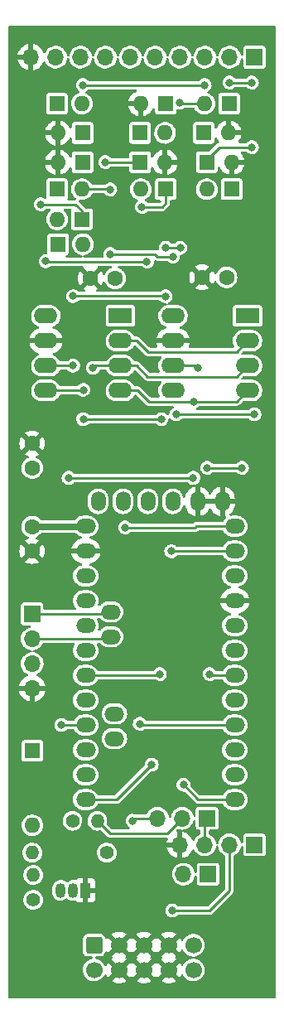
<source format=gbl>
%TF.GenerationSoftware,KiCad,Pcbnew,(6.0.1)*%
%TF.CreationDate,2022-11-12T11:03:43-05:00*%
%TF.ProjectId,ER-MIDI-CV4-02_DB,45522d4d-4944-4492-9d43-56342d30325f,1*%
%TF.SameCoordinates,Original*%
%TF.FileFunction,Copper,L2,Bot*%
%TF.FilePolarity,Positive*%
%FSLAX46Y46*%
G04 Gerber Fmt 4.6, Leading zero omitted, Abs format (unit mm)*
G04 Created by KiCad (PCBNEW (6.0.1)) date 2022-11-12 11:03:43*
%MOMM*%
%LPD*%
G01*
G04 APERTURE LIST*
G04 Aperture macros list*
%AMRoundRect*
0 Rectangle with rounded corners*
0 $1 Rounding radius*
0 $2 $3 $4 $5 $6 $7 $8 $9 X,Y pos of 4 corners*
0 Add a 4 corners polygon primitive as box body*
4,1,4,$2,$3,$4,$5,$6,$7,$8,$9,$2,$3,0*
0 Add four circle primitives for the rounded corners*
1,1,$1+$1,$2,$3*
1,1,$1+$1,$4,$5*
1,1,$1+$1,$6,$7*
1,1,$1+$1,$8,$9*
0 Add four rect primitives between the rounded corners*
20,1,$1+$1,$2,$3,$4,$5,0*
20,1,$1+$1,$4,$5,$6,$7,0*
20,1,$1+$1,$6,$7,$8,$9,0*
20,1,$1+$1,$8,$9,$2,$3,0*%
G04 Aperture macros list end*
%TA.AperFunction,ComponentPad*%
%ADD10O,1.700000X1.700000*%
%TD*%
%TA.AperFunction,ComponentPad*%
%ADD11R,1.700000X1.700000*%
%TD*%
%TA.AperFunction,ComponentPad*%
%ADD12O,1.600000X1.600000*%
%TD*%
%TA.AperFunction,ComponentPad*%
%ADD13R,1.600000X1.600000*%
%TD*%
%TA.AperFunction,ComponentPad*%
%ADD14O,1.400000X1.400000*%
%TD*%
%TA.AperFunction,ComponentPad*%
%ADD15C,1.400000*%
%TD*%
%TA.AperFunction,ComponentPad*%
%ADD16C,1.600000*%
%TD*%
%TA.AperFunction,ComponentPad*%
%ADD17O,2.400000X1.600000*%
%TD*%
%TA.AperFunction,ComponentPad*%
%ADD18R,2.400000X1.600000*%
%TD*%
%TA.AperFunction,ComponentPad*%
%ADD19C,1.700000*%
%TD*%
%TA.AperFunction,ComponentPad*%
%ADD20RoundRect,0.250000X-0.600000X0.600000X-0.600000X-0.600000X0.600000X-0.600000X0.600000X0.600000X0*%
%TD*%
%TA.AperFunction,ComponentPad*%
%ADD21O,2.000000X1.524000*%
%TD*%
%TA.AperFunction,ComponentPad*%
%ADD22O,1.524000X2.000000*%
%TD*%
%TA.AperFunction,ComponentPad*%
%ADD23O,1.050000X1.500000*%
%TD*%
%TA.AperFunction,ComponentPad*%
%ADD24R,1.050000X1.500000*%
%TD*%
%TA.AperFunction,ViaPad*%
%ADD25C,0.800000*%
%TD*%
%TA.AperFunction,Conductor*%
%ADD26C,0.250000*%
%TD*%
%TA.AperFunction,Conductor*%
%ADD27C,0.635000*%
%TD*%
G04 APERTURE END LIST*
D10*
%TO.P,J6,3,Pin_3*%
%TO.N,/TXD*%
X116586000Y-113284000D03*
%TO.P,J6,2,Pin_2*%
%TO.N,Net-(R1-Pad2)*%
X119126000Y-113284000D03*
D11*
%TO.P,J6,1,Pin_1*%
%TO.N,/MIDI_IN*%
X121666000Y-113284000D03*
%TD*%
D10*
%TO.P,J2,10,Pin_10*%
%TO.N,GND*%
X103640000Y-35500000D03*
%TO.P,J2,9,Pin_9*%
%TO.N,/TRIG_D*%
X106180000Y-35500000D03*
%TO.P,J2,8,Pin_8*%
%TO.N,/CV3_D*%
X108720000Y-35500000D03*
%TO.P,J2,7,Pin_7*%
%TO.N,/CV1_D*%
X111260000Y-35500000D03*
%TO.P,J2,6,Pin_6*%
%TO.N,/POT*%
X113800000Y-35500000D03*
%TO.P,J2,5,Pin_5*%
%TO.N,/CV2_D*%
X116340000Y-35500000D03*
%TO.P,J2,4,Pin_4*%
%TO.N,/CV4_D*%
X118880000Y-35500000D03*
%TO.P,J2,3,Pin_3*%
%TO.N,/CLK_D*%
X121420000Y-35500000D03*
%TO.P,J2,2,Pin_2*%
%TO.N,/GATE_D*%
X123960000Y-35500000D03*
D11*
%TO.P,J2,1,Pin_1*%
%TO.N,+5V*%
X126500000Y-35500000D03*
%TD*%
D10*
%TO.P,J4,4,Pin_4*%
%TO.N,GND*%
X118880000Y-116000000D03*
%TO.P,J4,3,Pin_3*%
%TO.N,/MIDI_IN*%
X121420000Y-116000000D03*
%TO.P,J4,2,Pin_2*%
%TO.N,/MIDI_OUT*%
X123960000Y-116000000D03*
D11*
%TO.P,J4,1,Pin_1*%
%TO.N,+5V*%
X126500000Y-116000000D03*
%TD*%
D12*
%TO.P,D8,2,A*%
%TO.N,GND*%
X117364315Y-46250000D03*
D13*
%TO.P,D8,1,K*%
%TO.N,/CV1_D*%
X114824315Y-46250000D03*
%TD*%
D14*
%TO.P,R1,2*%
%TO.N,Net-(R1-Pad2)*%
X110440000Y-113538000D03*
D15*
%TO.P,R1,1*%
%TO.N,/RBO*%
X107900000Y-113538000D03*
%TD*%
D10*
%TO.P,J5,2,Pin_2*%
%TO.N,Net-(J5-Pad2)*%
X119235000Y-119000000D03*
D11*
%TO.P,J5,1,Pin_1*%
%TO.N,/MIDI_IN*%
X121775000Y-119000000D03*
%TD*%
D12*
%TO.P,D3,2,A*%
%TO.N,/CLK_D*%
X108864315Y-40250000D03*
D13*
%TO.P,D3,1,K*%
%TO.N,+5V*%
X106324315Y-40250000D03*
%TD*%
D16*
%TO.P,C1,2*%
%TO.N,GND*%
X121150000Y-58000000D03*
%TO.P,C1,1*%
%TO.N,+5V*%
X123650000Y-58000000D03*
%TD*%
D14*
%TO.P,R3,2*%
%TO.N,+5V*%
X103886000Y-119076000D03*
D15*
%TO.P,R3,1*%
%TO.N,/MIDI_OUT*%
X103886000Y-121616000D03*
%TD*%
D12*
%TO.P,D12,2,A*%
%TO.N,/CV3_D*%
X108864315Y-49000000D03*
D13*
%TO.P,D12,1,K*%
%TO.N,+5V*%
X106324315Y-49000000D03*
%TD*%
D17*
%TO.P,U1,8,VA*%
%TO.N,/CV3_D*%
X118180000Y-61950000D03*
%TO.P,U1,7,Vss*%
%TO.N,GND*%
X118180000Y-64490000D03*
%TO.P,U1,6,VB*%
%TO.N,/CV4_D*%
X118180000Y-67030000D03*
%TO.P,U1,5,~{LDAC}*%
%TO.N,/LDAC2\u002A*%
X118180000Y-69570000D03*
%TO.P,U1,4,SDI*%
%TO.N,/MOSI*%
X125800000Y-69570000D03*
%TO.P,U1,3,SCK*%
%TO.N,/SCK*%
X125800000Y-67030000D03*
%TO.P,U1,2,~{CS}*%
%TO.N,/SS*%
X125800000Y-64490000D03*
D18*
%TO.P,U1,1,Vdd*%
%TO.N,+5V*%
X125800000Y-61950000D03*
%TD*%
D16*
%TO.P,C4,2*%
%TO.N,GND*%
X103775000Y-85981000D03*
%TO.P,C4,1*%
%TO.N,+12P*%
X103775000Y-83481000D03*
%TD*%
D17*
%TO.P,U2,8,VA*%
%TO.N,/CV1_D*%
X105180000Y-61950000D03*
%TO.P,U2,7,Vss*%
%TO.N,GND*%
X105180000Y-64490000D03*
%TO.P,U2,6,VB*%
%TO.N,/CV2_D*%
X105180000Y-67030000D03*
%TO.P,U2,5,~{LDAC}*%
%TO.N,/LDAC1\u002A*%
X105180000Y-69570000D03*
%TO.P,U2,4,SDI*%
%TO.N,/MOSI*%
X112800000Y-69570000D03*
%TO.P,U2,3,SCK*%
%TO.N,/SCK*%
X112800000Y-67030000D03*
%TO.P,U2,2,~{CS}*%
%TO.N,/SS*%
X112800000Y-64490000D03*
D18*
%TO.P,U2,1,Vdd*%
%TO.N,+5V*%
X112800000Y-61950000D03*
%TD*%
D12*
%TO.P,D5,2,A*%
%TO.N,/CV2_D*%
X117364315Y-43250000D03*
D13*
%TO.P,D5,1,K*%
%TO.N,+5V*%
X114824315Y-43250000D03*
%TD*%
D12*
%TO.P,D15,2,A*%
%TO.N,/TRIG_D*%
X108966000Y-54610000D03*
D13*
%TO.P,D15,1,K*%
%TO.N,+5V*%
X106426000Y-54610000D03*
%TD*%
D12*
%TO.P,D14,2,A*%
%TO.N,unconnected-(D14-Pad2)*%
X106327686Y-52070000D03*
D13*
%TO.P,D14,1,K*%
%TO.N,/TRIG_D*%
X108867686Y-52070000D03*
%TD*%
D12*
%TO.P,D7,2,A*%
%TO.N,GND*%
X124188629Y-46250000D03*
D13*
%TO.P,D7,1,K*%
%TO.N,/GATE_D*%
X121648629Y-46250000D03*
%TD*%
D12*
%TO.P,D1,2,A*%
%TO.N,/CV4_D*%
X121385686Y-40250000D03*
D13*
%TO.P,D1,1,K*%
%TO.N,+5V*%
X123925686Y-40250000D03*
%TD*%
D19*
%TO.P,J1,10,Pin_10*%
%TO.N,+12V*%
X120269000Y-128787500D03*
%TO.P,J1,9,Pin_9*%
X120269000Y-126247500D03*
%TO.P,J1,8,Pin_8*%
%TO.N,GND*%
X117729000Y-128787500D03*
%TO.P,J1,7,Pin_7*%
X117729000Y-126247500D03*
%TO.P,J1,6,Pin_6*%
X115189000Y-128787500D03*
%TO.P,J1,5,Pin_5*%
X115189000Y-126247500D03*
%TO.P,J1,4,Pin_4*%
X112649000Y-128787500D03*
%TO.P,J1,3,Pin_3*%
X112649000Y-126247500D03*
%TO.P,J1,2,Pin_2*%
%TO.N,unconnected-(J1-Pad2)*%
X110109000Y-128787500D03*
D20*
%TO.P,J1,1,Pin_1*%
%TO.N,unconnected-(J1-Pad1)*%
X110109000Y-126247500D03*
%TD*%
D12*
%TO.P,D11,2,A*%
%TO.N,/CV1_D*%
X114885686Y-49000000D03*
D13*
%TO.P,D11,1,K*%
%TO.N,+5V*%
X117425686Y-49000000D03*
%TD*%
D12*
%TO.P,D2,2,A*%
%TO.N,GND*%
X114885686Y-40250000D03*
D13*
%TO.P,D2,1,K*%
%TO.N,/CV2_D*%
X117425686Y-40250000D03*
%TD*%
D21*
%TO.P,U3,35*%
%TO.N,N/C*%
X112181005Y-105147008D03*
%TO.P,U3,34*%
X112181005Y-102607008D03*
%TO.P,U3,32,A4/SDA*%
%TO.N,/SDA*%
X111800005Y-94733008D03*
%TO.P,U3,31,A5/SCL*%
%TO.N,/SCL*%
X111800005Y-92193008D03*
%TO.P,U3,30,D10*%
%TO.N,/SS*%
X109260005Y-111370008D03*
%TO.P,U3,29,D11*%
%TO.N,/MOSI*%
X109260005Y-108830008D03*
%TO.P,U3,28,D12*%
%TO.N,unconnected-(U3-Pad28)*%
X109260005Y-106290008D03*
%TO.P,U3,27,D13*%
%TO.N,/SCK*%
X109260005Y-103750008D03*
%TO.P,U3,26,A0*%
%TO.N,unconnected-(U3-Pad26)*%
X109260005Y-101210008D03*
%TO.P,U3,25,A1*%
%TO.N,/POT*%
X109260005Y-98670008D03*
%TO.P,U3,24,A2*%
%TO.N,unconnected-(U3-Pad24)*%
X109260005Y-96130008D03*
%TO.P,U3,23,A3*%
%TO.N,unconnected-(U3-Pad23)*%
X109260005Y-93590008D03*
%TO.P,U3,22,Vcc2*%
%TO.N,+5V*%
X109260005Y-91050008D03*
%TO.P,U3,21,RESET*%
%TO.N,unconnected-(U3-Pad21)*%
X109260005Y-88510008D03*
%TO.P,U3,20,GND3*%
%TO.N,GND*%
X109260005Y-85970008D03*
%TO.P,U3,19,RAW*%
%TO.N,+12P*%
X109260005Y-83430008D03*
%TO.P,U3,18,D9*%
%TO.N,/LDAC1\u002A*%
X124500005Y-111370008D03*
%TO.P,U3,17,D8*%
%TO.N,/LDAC2\u002A*%
X124500005Y-108830008D03*
%TO.P,U3,16,D7*%
%TO.N,unconnected-(U3-Pad16)*%
X124500005Y-106290008D03*
%TO.P,U3,15,D6*%
%TO.N,/TRIG_D*%
X124500005Y-103750008D03*
%TO.P,U3,14,D5*%
%TO.N,/GATE_D*%
X124500005Y-101210008D03*
%TO.P,U3,13,D4*%
%TO.N,/CLK_D*%
X124500005Y-98670008D03*
%TO.P,U3,12,D3*%
%TO.N,unconnected-(U3-Pad12)*%
X124500005Y-96130008D03*
%TO.P,U3,11,D2*%
%TO.N,unconnected-(U3-Pad11)*%
X124500005Y-93590008D03*
%TO.P,U3,10,GND*%
%TO.N,GND*%
X124500005Y-91050008D03*
%TO.P,U3,9,RESET*%
%TO.N,unconnected-(U3-Pad9)*%
X124500005Y-88510008D03*
%TO.P,U3,8,RX1*%
%TO.N,Net-(J5-Pad2)*%
X124500005Y-85970008D03*
%TO.P,U3,7,TX0*%
%TO.N,/TXD*%
X124500005Y-83430008D03*
D22*
%TO.P,U3,6,DTR_I*%
%TO.N,unconnected-(U3-Pad6)*%
X110530005Y-80890008D03*
%TO.P,U3,5,TX0-CBL*%
%TO.N,unconnected-(U3-Pad5)*%
X113070005Y-80890008D03*
%TO.P,U3,4,RX1-CBL*%
%TO.N,unconnected-(U3-Pad4)*%
X115610005Y-80890008D03*
%TO.P,U3,3,VccCBL*%
%TO.N,unconnected-(U3-Pad3)*%
X118150005Y-80890008D03*
%TO.P,U3,2,GND2*%
%TO.N,GND*%
X120690005Y-80890008D03*
%TO.P,U3,1,GND*%
X123230005Y-80890008D03*
%TD*%
D16*
%TO.P,C3,2*%
%TO.N,GND*%
X103775000Y-74981000D03*
%TO.P,C3,1*%
%TO.N,+5V*%
X103775000Y-77481000D03*
%TD*%
D12*
%TO.P,D6,2,A*%
%TO.N,GND*%
X106385686Y-43250000D03*
D13*
%TO.P,D6,1,K*%
%TO.N,/CLK_D*%
X108925686Y-43250000D03*
%TD*%
D16*
%TO.P,C2,2*%
%TO.N,GND*%
X109750000Y-58100000D03*
%TO.P,C2,1*%
%TO.N,+5V*%
X112250000Y-58100000D03*
%TD*%
D10*
%TO.P,J3,4,Pin_4*%
%TO.N,GND*%
X103775000Y-100021000D03*
%TO.P,J3,3,Pin_3*%
%TO.N,+5V*%
X103775000Y-97481000D03*
%TO.P,J3,2,Pin_2*%
%TO.N,/SDA*%
X103775000Y-94941000D03*
D11*
%TO.P,J3,1,Pin_1*%
%TO.N,/SCL*%
X103775000Y-92401000D03*
%TD*%
D23*
%TO.P,Q1,3,C*%
%TO.N,/MIDI_OUT*%
X106680000Y-120650000D03*
%TO.P,Q1,2,B*%
%TO.N,/RBO*%
X107950000Y-120650000D03*
D24*
%TO.P,Q1,1,E*%
%TO.N,GND*%
X109220000Y-120650000D03*
%TD*%
D14*
%TO.P,R2,2*%
%TO.N,Net-(D13-Pad2)*%
X103790000Y-116800000D03*
D15*
%TO.P,R2,1*%
%TO.N,+12V*%
X111410000Y-116800000D03*
%TD*%
D12*
%TO.P,D9,2,A*%
%TO.N,GND*%
X106385686Y-46250000D03*
D13*
%TO.P,D9,1,K*%
%TO.N,/CV3_D*%
X108925686Y-46250000D03*
%TD*%
D12*
%TO.P,D13,2,A*%
%TO.N,Net-(D13-Pad2)*%
X103800000Y-114010000D03*
D13*
%TO.P,D13,1,K*%
%TO.N,+12P*%
X103800000Y-106390000D03*
%TD*%
D12*
%TO.P,D4,2,A*%
%TO.N,GND*%
X123864315Y-43250000D03*
D13*
%TO.P,D4,1,K*%
%TO.N,/CV4_D*%
X121324315Y-43250000D03*
%TD*%
D12*
%TO.P,D10,2,A*%
%TO.N,/GATE_D*%
X121635686Y-49000000D03*
D13*
%TO.P,D10,1,K*%
%TO.N,+5V*%
X124175686Y-49000000D03*
%TD*%
D25*
%TO.N,+5V*%
X115000000Y-50800000D03*
%TO.N,Net-(J5-Pad2)*%
X118000000Y-86000000D03*
%TO.N,/SCK*%
X110000000Y-67250000D03*
X106775500Y-103750000D03*
%TO.N,/MOSI*%
X120250000Y-78500000D03*
X120305480Y-70694520D03*
X107500000Y-78500000D03*
%TO.N,/LDAC2\u002A*%
X118500000Y-72000000D03*
X126500000Y-72000000D03*
%TO.N,/LDAC1\u002A*%
X109000000Y-69500000D03*
X117000000Y-72500000D03*
X119250000Y-109858000D03*
X109000000Y-72500000D03*
%TO.N,/CV2_D*%
X117425980Y-59944000D03*
X107970000Y-59924000D03*
X118904500Y-55000000D03*
X117425980Y-55000000D03*
X107970000Y-67030000D03*
%TO.N,/CV1_D*%
X115515304Y-56388000D03*
X105180000Y-56364000D03*
X111252000Y-46228000D03*
%TO.N,/CV3_D*%
X111760000Y-49022000D03*
X111760000Y-55626000D03*
X118150480Y-55880000D03*
%TO.N,/CV4_D*%
X118872000Y-40132000D03*
X120720989Y-67250000D03*
%TO.N,/POT*%
X116840000Y-98552000D03*
%TO.N,/SS*%
X116000000Y-107800000D03*
%TO.N,/TXD*%
X114046000Y-113538000D03*
X113284000Y-83566000D03*
%TO.N,/MIDI_OUT*%
X118110000Y-122717000D03*
%TO.N,/GATE_D*%
X123952000Y-38100000D03*
X121666000Y-77470000D03*
X126238000Y-44704000D03*
X125222000Y-77470000D03*
X126238000Y-38100000D03*
%TO.N,/CLK_D*%
X108966000Y-38354000D03*
X121412000Y-38354000D03*
X121920000Y-98552000D03*
%TO.N,/TRIG_D*%
X104648000Y-50546000D03*
X114770500Y-103632000D03*
%TD*%
D26*
%TO.N,+5V*%
X117425686Y-49000000D02*
X117425686Y-50425686D01*
X117425686Y-50425686D02*
X117051372Y-50800000D01*
X117051372Y-50800000D02*
X115000000Y-50800000D01*
%TO.N,Net-(J5-Pad2)*%
X118000000Y-86000000D02*
X118030000Y-85970000D01*
X118030000Y-85970000D02*
X124500000Y-85970000D01*
D27*
%TO.N,+12P*%
X103775002Y-83481012D02*
X109209002Y-83481012D01*
D26*
%TO.N,/SCK*%
X112800000Y-67030000D02*
X114470960Y-67030000D01*
X110000000Y-67250000D02*
X110220000Y-67030000D01*
X109260000Y-103750000D02*
X106775500Y-103750000D01*
X114470960Y-67030000D02*
X115595480Y-68154520D01*
X124675480Y-68154520D02*
X125800000Y-67030000D01*
X110220000Y-67030000D02*
X112800000Y-67030000D01*
X115595480Y-68154520D02*
X124675480Y-68154520D01*
%TO.N,/MOSI*%
X115694520Y-70694520D02*
X120305480Y-70694520D01*
X112800000Y-69570000D02*
X114570000Y-69570000D01*
X114570000Y-69570000D02*
X115694520Y-70694520D01*
X120305480Y-70694520D02*
X124675480Y-70694520D01*
X120250000Y-78500000D02*
X107500000Y-78500000D01*
X124675480Y-70694520D02*
X125800000Y-69570000D01*
%TO.N,/LDAC2\u002A*%
X126500000Y-72000000D02*
X118500000Y-72000000D01*
%TO.N,/LDAC1\u002A*%
X124500005Y-111370008D02*
X120762008Y-111370008D01*
X109000000Y-72500000D02*
X117000000Y-72500000D01*
X108930000Y-69570000D02*
X109000000Y-69500000D01*
X120762008Y-111370008D02*
X119250000Y-109858000D01*
X105180000Y-69570000D02*
X108930000Y-69570000D01*
%TO.N,/CV2_D*%
X117425980Y-55000000D02*
X118904500Y-55000000D01*
X105180000Y-67030000D02*
X107970000Y-67030000D01*
X117405980Y-59924000D02*
X117425980Y-59944000D01*
X107970000Y-59924000D02*
X117405980Y-59924000D01*
%TO.N,/CV1_D*%
X111274000Y-46250000D02*
X114824315Y-46250000D01*
X111252000Y-46228000D02*
X111274000Y-46250000D01*
X105204000Y-56388000D02*
X115515304Y-56388000D01*
X105180000Y-56364000D02*
X105204000Y-56388000D01*
%TO.N,/CV3_D*%
X118150480Y-55880000D02*
X116586000Y-55880000D01*
X111738000Y-49000000D02*
X111760000Y-49022000D01*
X108864315Y-49000000D02*
X111738000Y-49000000D01*
X116586000Y-55880000D02*
X116332000Y-55626000D01*
X111760000Y-55626000D02*
X116332000Y-55626000D01*
%TO.N,/CV4_D*%
X120720989Y-67250000D02*
X120500989Y-67030000D01*
X118990000Y-40250000D02*
X118872000Y-40132000D01*
X120500989Y-67030000D02*
X118180000Y-67030000D01*
X121385686Y-40250000D02*
X118990000Y-40250000D01*
%TO.N,/SDA*%
X103775000Y-94941000D02*
X111592000Y-94941000D01*
%TO.N,/SCL*%
X103775000Y-92401000D02*
X111592000Y-92401000D01*
%TO.N,/POT*%
X116840000Y-98552000D02*
X116721992Y-98670008D01*
X116721992Y-98670008D02*
X109260005Y-98670008D01*
%TO.N,/SS*%
X124675480Y-65614520D02*
X125800000Y-64490000D01*
X112429992Y-111370008D02*
X116000000Y-107800000D01*
X109260005Y-111370008D02*
X112429992Y-111370008D01*
X114490000Y-64490000D02*
X115614520Y-65614520D01*
X112800000Y-64490000D02*
X114490000Y-64490000D01*
X115614520Y-65614520D02*
X124675480Y-65614520D01*
%TO.N,/TXD*%
X114300000Y-113284000D02*
X114046000Y-113538000D01*
X120500000Y-83500000D02*
X120570000Y-83430000D01*
X120570000Y-83430000D02*
X124500000Y-83430000D01*
X120434000Y-83566000D02*
X120500000Y-83500000D01*
X113284000Y-83566000D02*
X120434000Y-83566000D01*
X116586000Y-113284000D02*
X114300000Y-113284000D01*
%TO.N,/MIDI_OUT*%
X118110000Y-122717000D02*
X121885000Y-122717000D01*
X123960000Y-116000000D02*
X123960000Y-120642000D01*
X123960000Y-120642000D02*
X121885000Y-122717000D01*
%TO.N,/MIDI_IN*%
X121420000Y-116000000D02*
X121420000Y-113530000D01*
%TO.N,/GATE_D*%
X122936000Y-44704000D02*
X126238000Y-44704000D01*
X122936000Y-44704000D02*
X121648629Y-45991371D01*
X121666000Y-77470000D02*
X125222000Y-77470000D01*
X126238000Y-38100000D02*
X123952000Y-38100000D01*
%TO.N,/CLK_D*%
X121920000Y-98552000D02*
X122038008Y-98670008D01*
X108966000Y-38354000D02*
X121412000Y-38354000D01*
X122038008Y-98670008D02*
X124500005Y-98670008D01*
%TO.N,/TRIG_D*%
X114888508Y-103750008D02*
X114770500Y-103632000D01*
X108867686Y-52070000D02*
X108867686Y-51209686D01*
X108867686Y-51209686D02*
X108204000Y-50546000D01*
X108204000Y-50546000D02*
X104648000Y-50546000D01*
X124500005Y-103750008D02*
X114888508Y-103750008D01*
%TO.N,Net-(R1-Pad2)*%
X110440000Y-113538000D02*
X111710000Y-114808000D01*
X119126000Y-113284000D02*
X117602000Y-114808000D01*
X111710000Y-114808000D02*
X117602000Y-114808000D01*
%TD*%
%TA.AperFunction,Conductor*%
%TO.N,GND*%
G36*
X128637321Y-32324802D02*
G01*
X128683814Y-32378458D01*
X128695200Y-32430800D01*
X128695200Y-131569200D01*
X128675198Y-131637321D01*
X128621542Y-131683814D01*
X128569200Y-131695200D01*
X101430800Y-131695200D01*
X101362679Y-131675198D01*
X101316186Y-131621542D01*
X101304800Y-131569200D01*
X101304800Y-128757128D01*
X108949149Y-128757128D01*
X108963036Y-128969003D01*
X109015301Y-129174799D01*
X109104195Y-129367624D01*
X109226740Y-129541021D01*
X109378832Y-129689183D01*
X109383628Y-129692388D01*
X109383631Y-129692390D01*
X109454886Y-129740001D01*
X109555377Y-129807147D01*
X109560685Y-129809428D01*
X109560686Y-129809428D01*
X109745160Y-129888684D01*
X109745163Y-129888685D01*
X109750463Y-129890962D01*
X109756092Y-129892236D01*
X109756093Y-129892236D01*
X109951921Y-129936548D01*
X109951924Y-129936548D01*
X109957557Y-129937823D01*
X109963328Y-129938050D01*
X109963330Y-129938050D01*
X110028086Y-129940594D01*
X110169723Y-129946159D01*
X110274789Y-129930925D01*
X110374141Y-129916520D01*
X110374146Y-129916519D01*
X110379855Y-129915691D01*
X110385319Y-129913836D01*
X110385324Y-129913835D01*
X110389690Y-129912353D01*
X111888977Y-129912353D01*
X111894258Y-129919407D01*
X112055756Y-130013779D01*
X112065042Y-130018229D01*
X112264001Y-130094203D01*
X112273899Y-130097079D01*
X112482595Y-130139538D01*
X112492823Y-130140757D01*
X112705650Y-130148562D01*
X112715936Y-130148095D01*
X112927185Y-130121034D01*
X112937262Y-130118892D01*
X113141255Y-130057691D01*
X113150842Y-130053933D01*
X113342098Y-129960238D01*
X113350944Y-129954965D01*
X113398247Y-129921223D01*
X113405211Y-129912353D01*
X114428977Y-129912353D01*
X114434258Y-129919407D01*
X114595756Y-130013779D01*
X114605042Y-130018229D01*
X114804001Y-130094203D01*
X114813899Y-130097079D01*
X115022595Y-130139538D01*
X115032823Y-130140757D01*
X115245650Y-130148562D01*
X115255936Y-130148095D01*
X115467185Y-130121034D01*
X115477262Y-130118892D01*
X115681255Y-130057691D01*
X115690842Y-130053933D01*
X115882098Y-129960238D01*
X115890944Y-129954965D01*
X115938247Y-129921223D01*
X115945211Y-129912353D01*
X116968977Y-129912353D01*
X116974258Y-129919407D01*
X117135756Y-130013779D01*
X117145042Y-130018229D01*
X117344001Y-130094203D01*
X117353899Y-130097079D01*
X117562595Y-130139538D01*
X117572823Y-130140757D01*
X117785650Y-130148562D01*
X117795936Y-130148095D01*
X118007185Y-130121034D01*
X118017262Y-130118892D01*
X118221255Y-130057691D01*
X118230842Y-130053933D01*
X118422098Y-129960238D01*
X118430944Y-129954965D01*
X118478247Y-129921223D01*
X118486648Y-129910523D01*
X118479660Y-129897370D01*
X117741812Y-129159522D01*
X117727868Y-129151908D01*
X117726035Y-129152039D01*
X117719420Y-129156290D01*
X116975737Y-129899973D01*
X116968977Y-129912353D01*
X115945211Y-129912353D01*
X115946648Y-129910523D01*
X115939660Y-129897370D01*
X115201812Y-129159522D01*
X115187868Y-129151908D01*
X115186035Y-129152039D01*
X115179420Y-129156290D01*
X114435737Y-129899973D01*
X114428977Y-129912353D01*
X113405211Y-129912353D01*
X113406648Y-129910523D01*
X113399660Y-129897370D01*
X112661812Y-129159522D01*
X112647868Y-129151908D01*
X112646035Y-129152039D01*
X112639420Y-129156290D01*
X111895737Y-129899973D01*
X111888977Y-129912353D01*
X110389690Y-129912353D01*
X110575448Y-129849296D01*
X110580916Y-129847440D01*
X110766172Y-129743692D01*
X110929420Y-129607920D01*
X111065192Y-129444672D01*
X111160243Y-129274947D01*
X111210978Y-129225286D01*
X111280510Y-129210938D01*
X111346760Y-129236460D01*
X111386919Y-129289110D01*
X111430770Y-129397103D01*
X111435413Y-129406294D01*
X111515460Y-129536920D01*
X111525916Y-129546380D01*
X111534694Y-129542596D01*
X112276978Y-128800312D01*
X112283356Y-128788632D01*
X113013408Y-128788632D01*
X113013539Y-128790465D01*
X113017790Y-128797080D01*
X113759474Y-129538764D01*
X113771484Y-129545323D01*
X113783223Y-129536355D01*
X113817022Y-129489319D01*
X113818149Y-129490129D01*
X113865659Y-129446381D01*
X113935596Y-129434161D01*
X114001038Y-129461691D01*
X114028870Y-129493529D01*
X114055459Y-129536919D01*
X114065916Y-129546380D01*
X114074694Y-129542596D01*
X114816978Y-128800312D01*
X114823356Y-128788632D01*
X115553408Y-128788632D01*
X115553539Y-128790465D01*
X115557790Y-128797080D01*
X116299474Y-129538764D01*
X116311484Y-129545323D01*
X116323223Y-129536355D01*
X116357022Y-129489319D01*
X116358149Y-129490129D01*
X116405659Y-129446381D01*
X116475596Y-129434161D01*
X116541038Y-129461691D01*
X116568870Y-129493529D01*
X116595459Y-129536919D01*
X116605916Y-129546380D01*
X116614694Y-129542596D01*
X117356978Y-128800312D01*
X117363356Y-128788632D01*
X118093408Y-128788632D01*
X118093539Y-128790465D01*
X118097790Y-128797080D01*
X118839474Y-129538764D01*
X118851484Y-129545323D01*
X118863223Y-129536355D01*
X118894004Y-129493519D01*
X118899315Y-129484680D01*
X118993673Y-129293760D01*
X118994578Y-129291476D01*
X118995191Y-129290691D01*
X118995964Y-129289126D01*
X118996287Y-129289286D01*
X119038253Y-129235503D01*
X119105256Y-129212027D01*
X119174314Y-129228503D01*
X119226155Y-129285109D01*
X119264195Y-129367624D01*
X119386740Y-129541021D01*
X119538832Y-129689183D01*
X119543628Y-129692388D01*
X119543631Y-129692390D01*
X119614886Y-129740001D01*
X119715377Y-129807147D01*
X119720685Y-129809428D01*
X119720686Y-129809428D01*
X119905160Y-129888684D01*
X119905163Y-129888685D01*
X119910463Y-129890962D01*
X119916092Y-129892236D01*
X119916093Y-129892236D01*
X120111921Y-129936548D01*
X120111924Y-129936548D01*
X120117557Y-129937823D01*
X120123328Y-129938050D01*
X120123330Y-129938050D01*
X120188086Y-129940594D01*
X120329723Y-129946159D01*
X120434789Y-129930925D01*
X120534141Y-129916520D01*
X120534146Y-129916519D01*
X120539855Y-129915691D01*
X120545319Y-129913836D01*
X120545324Y-129913835D01*
X120735448Y-129849296D01*
X120740916Y-129847440D01*
X120926172Y-129743692D01*
X121089420Y-129607920D01*
X121225192Y-129444672D01*
X121328940Y-129259416D01*
X121359565Y-129169199D01*
X121395335Y-129063824D01*
X121395336Y-129063819D01*
X121397191Y-129058355D01*
X121398019Y-129052646D01*
X121398020Y-129052641D01*
X121427126Y-128851897D01*
X121427659Y-128848223D01*
X121429249Y-128787500D01*
X121409821Y-128576061D01*
X121352186Y-128371704D01*
X121258275Y-128181272D01*
X121131233Y-128011142D01*
X120975315Y-127867013D01*
X120795742Y-127753711D01*
X120762068Y-127740276D01*
X120735096Y-127729515D01*
X120598529Y-127675030D01*
X120592861Y-127673903D01*
X120592859Y-127673902D01*
X120422567Y-127640029D01*
X120359657Y-127607122D01*
X120324525Y-127545427D01*
X120328325Y-127474532D01*
X120369851Y-127416946D01*
X120429066Y-127391755D01*
X120539855Y-127375691D01*
X120545319Y-127373836D01*
X120545324Y-127373835D01*
X120735448Y-127309296D01*
X120740916Y-127307440D01*
X120926172Y-127203692D01*
X121089420Y-127067920D01*
X121225192Y-126904672D01*
X121328940Y-126719416D01*
X121357664Y-126634799D01*
X121395335Y-126523824D01*
X121395336Y-126523819D01*
X121397191Y-126518355D01*
X121398019Y-126512646D01*
X121398020Y-126512641D01*
X121427126Y-126311897D01*
X121427659Y-126308223D01*
X121429249Y-126247500D01*
X121409821Y-126036061D01*
X121352186Y-125831704D01*
X121258275Y-125641272D01*
X121186725Y-125545455D01*
X121134686Y-125475766D01*
X121134685Y-125475765D01*
X121131233Y-125471142D01*
X120975315Y-125327013D01*
X120795742Y-125213711D01*
X120762068Y-125200276D01*
X120672054Y-125164364D01*
X120598529Y-125135030D01*
X120592861Y-125133903D01*
X120592859Y-125133902D01*
X120395946Y-125094734D01*
X120395944Y-125094734D01*
X120390279Y-125093607D01*
X120384504Y-125093531D01*
X120384500Y-125093531D01*
X120278283Y-125092141D01*
X120177968Y-125090828D01*
X120172271Y-125091807D01*
X120172270Y-125091807D01*
X119974395Y-125125808D01*
X119974392Y-125125809D01*
X119968705Y-125126786D01*
X119769500Y-125200276D01*
X119587023Y-125308839D01*
X119427385Y-125448837D01*
X119423818Y-125453362D01*
X119423813Y-125453367D01*
X119301663Y-125608314D01*
X119295933Y-125615583D01*
X119293245Y-125620692D01*
X119220702Y-125758574D01*
X119171282Y-125809547D01*
X119102150Y-125825710D01*
X119035254Y-125801931D01*
X118993643Y-125750149D01*
X118931972Y-125608314D01*
X118927105Y-125599239D01*
X118862063Y-125498697D01*
X118851377Y-125489495D01*
X118841812Y-125493898D01*
X118101022Y-126234688D01*
X118093408Y-126248632D01*
X118093539Y-126250465D01*
X118097790Y-126257080D01*
X118839474Y-126998764D01*
X118851484Y-127005323D01*
X118863223Y-126996355D01*
X118894004Y-126953519D01*
X118899315Y-126944680D01*
X118993673Y-126753760D01*
X118994578Y-126751476D01*
X118995191Y-126750691D01*
X118995964Y-126749126D01*
X118996287Y-126749286D01*
X119038253Y-126695503D01*
X119105256Y-126672027D01*
X119174314Y-126688503D01*
X119226155Y-126745109D01*
X119264195Y-126827624D01*
X119386740Y-127001021D01*
X119459202Y-127071611D01*
X119511608Y-127122662D01*
X119538832Y-127149183D01*
X119543628Y-127152388D01*
X119543631Y-127152390D01*
X119614886Y-127200001D01*
X119715377Y-127267147D01*
X119720685Y-127269428D01*
X119720686Y-127269428D01*
X119905160Y-127348684D01*
X119905163Y-127348685D01*
X119910463Y-127350962D01*
X119916092Y-127352236D01*
X119916093Y-127352236D01*
X120111087Y-127396359D01*
X120173114Y-127430902D01*
X120206618Y-127493496D01*
X120200964Y-127564267D01*
X120157945Y-127620746D01*
X120104617Y-127643432D01*
X119974395Y-127665808D01*
X119974392Y-127665809D01*
X119968705Y-127666786D01*
X119769500Y-127740276D01*
X119587023Y-127848839D01*
X119427385Y-127988837D01*
X119423818Y-127993362D01*
X119423813Y-127993367D01*
X119307276Y-128141194D01*
X119295933Y-128155583D01*
X119293245Y-128160692D01*
X119220702Y-128298574D01*
X119171282Y-128349547D01*
X119102150Y-128365710D01*
X119035254Y-128341931D01*
X118993643Y-128290149D01*
X118931972Y-128148314D01*
X118927105Y-128139239D01*
X118862063Y-128038697D01*
X118851377Y-128029495D01*
X118841812Y-128033898D01*
X118101022Y-128774688D01*
X118093408Y-128788632D01*
X117363356Y-128788632D01*
X117364592Y-128786368D01*
X117364461Y-128784535D01*
X117360210Y-128777920D01*
X116618849Y-128036559D01*
X116607313Y-128030259D01*
X116595028Y-128039884D01*
X116562192Y-128088020D01*
X116507281Y-128133023D01*
X116436756Y-128141194D01*
X116373009Y-128109940D01*
X116352311Y-128085455D01*
X116322062Y-128038697D01*
X116311377Y-128029495D01*
X116301812Y-128033898D01*
X115561022Y-128774688D01*
X115553408Y-128788632D01*
X114823356Y-128788632D01*
X114824592Y-128786368D01*
X114824461Y-128784535D01*
X114820210Y-128777920D01*
X114078849Y-128036559D01*
X114067313Y-128030259D01*
X114055028Y-128039884D01*
X114022192Y-128088020D01*
X113967281Y-128133023D01*
X113896756Y-128141194D01*
X113833009Y-128109940D01*
X113812311Y-128085455D01*
X113782062Y-128038697D01*
X113771377Y-128029495D01*
X113761812Y-128033898D01*
X113021022Y-128774688D01*
X113013408Y-128788632D01*
X112283356Y-128788632D01*
X112284592Y-128786368D01*
X112284461Y-128784535D01*
X112280210Y-128777920D01*
X111538849Y-128036559D01*
X111527313Y-128030259D01*
X111515031Y-128039882D01*
X111467089Y-128110162D01*
X111462004Y-128119113D01*
X111381628Y-128292269D01*
X111334804Y-128345636D01*
X111266560Y-128365217D01*
X111198565Y-128344793D01*
X111154334Y-128294948D01*
X111100829Y-128186451D01*
X111098275Y-128181272D01*
X110971233Y-128011142D01*
X110815315Y-127867013D01*
X110635742Y-127753711D01*
X110602068Y-127740276D01*
X110575096Y-127729515D01*
X110438529Y-127675030D01*
X110432861Y-127673903D01*
X110432859Y-127673902D01*
X110327675Y-127652980D01*
X110324653Y-127652379D01*
X110261743Y-127619472D01*
X110226611Y-127557777D01*
X110230411Y-127486882D01*
X110271936Y-127429296D01*
X110338003Y-127403302D01*
X110349234Y-127402800D01*
X110752144Y-127402800D01*
X110842703Y-127391841D01*
X110850231Y-127388861D01*
X110850233Y-127388860D01*
X110891925Y-127372353D01*
X111888977Y-127372353D01*
X111894258Y-127379407D01*
X111941479Y-127407001D01*
X111990203Y-127458639D01*
X112003274Y-127528422D01*
X111976543Y-127594194D01*
X111936087Y-127627553D01*
X111927466Y-127632041D01*
X111918734Y-127637539D01*
X111898677Y-127652599D01*
X111890223Y-127663927D01*
X111896968Y-127676258D01*
X112636188Y-128415478D01*
X112650132Y-128423092D01*
X112651965Y-128422961D01*
X112658580Y-128418710D01*
X113402389Y-127674901D01*
X113409410Y-127662044D01*
X113402611Y-127652713D01*
X113398559Y-127650021D01*
X113361116Y-127629352D01*
X113311145Y-127578920D01*
X113296373Y-127509477D01*
X113321489Y-127443072D01*
X113348840Y-127416465D01*
X113398247Y-127381223D01*
X113405211Y-127372353D01*
X114428977Y-127372353D01*
X114434258Y-127379407D01*
X114481479Y-127407001D01*
X114530203Y-127458639D01*
X114543274Y-127528422D01*
X114516543Y-127594194D01*
X114476087Y-127627553D01*
X114467466Y-127632041D01*
X114458734Y-127637539D01*
X114438677Y-127652599D01*
X114430223Y-127663927D01*
X114436968Y-127676258D01*
X115176188Y-128415478D01*
X115190132Y-128423092D01*
X115191965Y-128422961D01*
X115198580Y-128418710D01*
X115942389Y-127674901D01*
X115949410Y-127662044D01*
X115942611Y-127652713D01*
X115938559Y-127650021D01*
X115901116Y-127629352D01*
X115851145Y-127578920D01*
X115836373Y-127509477D01*
X115861489Y-127443072D01*
X115888840Y-127416465D01*
X115938247Y-127381223D01*
X115945211Y-127372353D01*
X116968977Y-127372353D01*
X116974258Y-127379407D01*
X117021479Y-127407001D01*
X117070203Y-127458639D01*
X117083274Y-127528422D01*
X117056543Y-127594194D01*
X117016087Y-127627553D01*
X117007466Y-127632041D01*
X116998734Y-127637539D01*
X116978677Y-127652599D01*
X116970223Y-127663927D01*
X116976968Y-127676258D01*
X117716188Y-128415478D01*
X117730132Y-128423092D01*
X117731965Y-128422961D01*
X117738580Y-128418710D01*
X118482389Y-127674901D01*
X118489410Y-127662044D01*
X118482611Y-127652713D01*
X118478559Y-127650021D01*
X118441116Y-127629352D01*
X118391145Y-127578920D01*
X118376373Y-127509477D01*
X118401489Y-127443072D01*
X118428840Y-127416465D01*
X118478247Y-127381223D01*
X118486648Y-127370523D01*
X118479660Y-127357370D01*
X117741812Y-126619522D01*
X117727868Y-126611908D01*
X117726035Y-126612039D01*
X117719420Y-126616290D01*
X116975737Y-127359973D01*
X116968977Y-127372353D01*
X115945211Y-127372353D01*
X115946648Y-127370523D01*
X115939660Y-127357370D01*
X115201812Y-126619522D01*
X115187868Y-126611908D01*
X115186035Y-126612039D01*
X115179420Y-126616290D01*
X114435737Y-127359973D01*
X114428977Y-127372353D01*
X113405211Y-127372353D01*
X113406648Y-127370523D01*
X113399660Y-127357370D01*
X112661812Y-126619522D01*
X112647868Y-126611908D01*
X112646035Y-126612039D01*
X112639420Y-126616290D01*
X111895737Y-127359973D01*
X111888977Y-127372353D01*
X110891925Y-127372353D01*
X110942735Y-127352236D01*
X110984162Y-127335834D01*
X111105348Y-127243848D01*
X111197334Y-127122662D01*
X111253341Y-126981203D01*
X111253882Y-126976731D01*
X111289207Y-126917030D01*
X111352656Y-126885175D01*
X111423255Y-126892679D01*
X111478589Y-126937161D01*
X111482609Y-126943312D01*
X111515459Y-126996919D01*
X111525916Y-127006380D01*
X111534694Y-127002596D01*
X112276978Y-126260312D01*
X112283356Y-126248632D01*
X113013408Y-126248632D01*
X113013539Y-126250465D01*
X113017790Y-126257080D01*
X113759474Y-126998764D01*
X113771484Y-127005323D01*
X113783223Y-126996355D01*
X113817022Y-126949319D01*
X113818149Y-126950129D01*
X113865659Y-126906381D01*
X113935596Y-126894161D01*
X114001038Y-126921691D01*
X114028870Y-126953529D01*
X114055459Y-126996919D01*
X114065916Y-127006380D01*
X114074694Y-127002596D01*
X114816978Y-126260312D01*
X114823356Y-126248632D01*
X115553408Y-126248632D01*
X115553539Y-126250465D01*
X115557790Y-126257080D01*
X116299474Y-126998764D01*
X116311484Y-127005323D01*
X116323223Y-126996355D01*
X116357022Y-126949319D01*
X116358149Y-126950129D01*
X116405659Y-126906381D01*
X116475596Y-126894161D01*
X116541038Y-126921691D01*
X116568870Y-126953529D01*
X116595459Y-126996919D01*
X116605916Y-127006380D01*
X116614694Y-127002596D01*
X117356978Y-126260312D01*
X117364592Y-126246368D01*
X117364461Y-126244535D01*
X117360210Y-126237920D01*
X116618849Y-125496559D01*
X116607313Y-125490259D01*
X116595028Y-125499884D01*
X116562192Y-125548020D01*
X116507281Y-125593023D01*
X116436756Y-125601194D01*
X116373009Y-125569940D01*
X116352311Y-125545455D01*
X116322062Y-125498697D01*
X116311377Y-125489495D01*
X116301812Y-125493898D01*
X115561022Y-126234688D01*
X115553408Y-126248632D01*
X114823356Y-126248632D01*
X114824592Y-126246368D01*
X114824461Y-126244535D01*
X114820210Y-126237920D01*
X114078849Y-125496559D01*
X114067313Y-125490259D01*
X114055028Y-125499884D01*
X114022192Y-125548020D01*
X113967281Y-125593023D01*
X113896756Y-125601194D01*
X113833009Y-125569940D01*
X113812311Y-125545455D01*
X113782062Y-125498697D01*
X113771377Y-125489495D01*
X113761812Y-125493898D01*
X113021022Y-126234688D01*
X113013408Y-126248632D01*
X112283356Y-126248632D01*
X112284592Y-126246368D01*
X112284461Y-126244535D01*
X112280210Y-126237920D01*
X111538849Y-125496559D01*
X111527313Y-125490259D01*
X111515031Y-125499882D01*
X111478424Y-125553546D01*
X111423513Y-125598549D01*
X111352988Y-125606721D01*
X111289241Y-125575466D01*
X111253591Y-125515862D01*
X111253341Y-125513797D01*
X111197334Y-125372338D01*
X111105348Y-125251152D01*
X110984162Y-125159166D01*
X110902379Y-125126786D01*
X110895158Y-125123927D01*
X111890223Y-125123927D01*
X111896968Y-125136258D01*
X112636188Y-125875478D01*
X112650132Y-125883092D01*
X112651965Y-125882961D01*
X112658580Y-125878710D01*
X113402389Y-125134901D01*
X113408382Y-125123927D01*
X114430223Y-125123927D01*
X114436968Y-125136258D01*
X115176188Y-125875478D01*
X115190132Y-125883092D01*
X115191965Y-125882961D01*
X115198580Y-125878710D01*
X115942389Y-125134901D01*
X115948382Y-125123927D01*
X116970223Y-125123927D01*
X116976968Y-125136258D01*
X117716188Y-125875478D01*
X117730132Y-125883092D01*
X117731965Y-125882961D01*
X117738580Y-125878710D01*
X118482389Y-125134901D01*
X118489410Y-125122044D01*
X118482611Y-125112713D01*
X118478554Y-125110018D01*
X118292117Y-125007099D01*
X118282705Y-125002869D01*
X118081959Y-124931780D01*
X118071989Y-124929146D01*
X117862327Y-124891801D01*
X117852073Y-124890831D01*
X117639116Y-124888228D01*
X117628832Y-124888948D01*
X117418321Y-124921161D01*
X117408293Y-124923550D01*
X117205868Y-124989712D01*
X117196359Y-124993709D01*
X117007466Y-125092040D01*
X116998734Y-125097539D01*
X116978677Y-125112599D01*
X116970223Y-125123927D01*
X115948382Y-125123927D01*
X115949410Y-125122044D01*
X115942611Y-125112713D01*
X115938554Y-125110018D01*
X115752117Y-125007099D01*
X115742705Y-125002869D01*
X115541959Y-124931780D01*
X115531989Y-124929146D01*
X115322327Y-124891801D01*
X115312073Y-124890831D01*
X115099116Y-124888228D01*
X115088832Y-124888948D01*
X114878321Y-124921161D01*
X114868293Y-124923550D01*
X114665868Y-124989712D01*
X114656359Y-124993709D01*
X114467466Y-125092040D01*
X114458734Y-125097539D01*
X114438677Y-125112599D01*
X114430223Y-125123927D01*
X113408382Y-125123927D01*
X113409410Y-125122044D01*
X113402611Y-125112713D01*
X113398554Y-125110018D01*
X113212117Y-125007099D01*
X113202705Y-125002869D01*
X113001959Y-124931780D01*
X112991989Y-124929146D01*
X112782327Y-124891801D01*
X112772073Y-124890831D01*
X112559116Y-124888228D01*
X112548832Y-124888948D01*
X112338321Y-124921161D01*
X112328293Y-124923550D01*
X112125868Y-124989712D01*
X112116359Y-124993709D01*
X111927466Y-125092040D01*
X111918734Y-125097539D01*
X111898677Y-125112599D01*
X111890223Y-125123927D01*
X110895158Y-125123927D01*
X110850233Y-125106140D01*
X110850231Y-125106139D01*
X110842703Y-125103159D01*
X110752144Y-125092200D01*
X109465856Y-125092200D01*
X109375297Y-125103159D01*
X109367769Y-125106139D01*
X109367767Y-125106140D01*
X109315621Y-125126786D01*
X109233838Y-125159166D01*
X109112652Y-125251152D01*
X109020666Y-125372338D01*
X109017502Y-125380330D01*
X108983098Y-125467226D01*
X108964659Y-125513797D01*
X108953700Y-125604356D01*
X108953700Y-126890644D01*
X108964659Y-126981203D01*
X108967639Y-126988731D01*
X108967640Y-126988733D01*
X108974627Y-127006380D01*
X109020666Y-127122662D01*
X109112652Y-127243848D01*
X109233838Y-127335834D01*
X109275265Y-127352236D01*
X109367767Y-127388860D01*
X109367769Y-127388861D01*
X109375297Y-127391841D01*
X109465856Y-127402800D01*
X109867713Y-127402800D01*
X109935834Y-127422802D01*
X109982327Y-127476458D01*
X109992431Y-127546732D01*
X109962937Y-127611312D01*
X109903211Y-127649696D01*
X109889051Y-127652980D01*
X109814395Y-127665808D01*
X109814392Y-127665809D01*
X109808705Y-127666786D01*
X109609500Y-127740276D01*
X109427023Y-127848839D01*
X109267385Y-127988837D01*
X109263818Y-127993362D01*
X109263813Y-127993367D01*
X109147276Y-128141194D01*
X109135933Y-128155583D01*
X109133245Y-128160692D01*
X109039759Y-128338380D01*
X109039757Y-128338385D01*
X109037070Y-128343492D01*
X108974105Y-128546271D01*
X108949149Y-128757128D01*
X101304800Y-128757128D01*
X101304800Y-121601896D01*
X102875934Y-121601896D01*
X102892432Y-121798354D01*
X102894131Y-121804279D01*
X102923766Y-121907629D01*
X102946773Y-121987866D01*
X102949592Y-121993351D01*
X103034072Y-122157732D01*
X103034075Y-122157737D01*
X103036890Y-122163214D01*
X103159349Y-122317719D01*
X103164042Y-122321713D01*
X103164043Y-122321714D01*
X103188896Y-122342865D01*
X103309486Y-122445495D01*
X103481582Y-122541677D01*
X103669082Y-122602599D01*
X103864845Y-122625942D01*
X103870980Y-122625470D01*
X103870982Y-122625470D01*
X104055272Y-122611290D01*
X104055277Y-122611289D01*
X104061413Y-122610817D01*
X104067343Y-122609161D01*
X104067345Y-122609161D01*
X104156356Y-122584309D01*
X104251300Y-122557800D01*
X104279449Y-122543581D01*
X104421772Y-122471689D01*
X104421774Y-122471688D01*
X104427273Y-122468910D01*
X104582629Y-122347532D01*
X104711450Y-122198291D01*
X104754666Y-122122218D01*
X104805785Y-122032234D01*
X104805787Y-122032229D01*
X104808831Y-122026871D01*
X104871061Y-121839800D01*
X104895770Y-121644205D01*
X104896164Y-121616000D01*
X104876926Y-121419791D01*
X104819943Y-121231056D01*
X104727387Y-121056984D01*
X104615722Y-120920069D01*
X105849700Y-120920069D01*
X105864287Y-121054346D01*
X105921828Y-121225325D01*
X106014741Y-121379959D01*
X106138693Y-121511034D01*
X106144338Y-121514870D01*
X106144340Y-121514872D01*
X106281432Y-121608039D01*
X106287899Y-121612434D01*
X106294228Y-121614966D01*
X106294231Y-121614967D01*
X106449058Y-121676894D01*
X106449060Y-121676895D01*
X106455399Y-121679430D01*
X106562444Y-121697151D01*
X106626641Y-121707779D01*
X106626644Y-121707779D01*
X106633378Y-121708894D01*
X106640194Y-121708537D01*
X106640199Y-121708537D01*
X106784953Y-121700950D01*
X106813532Y-121699452D01*
X106987456Y-121651546D01*
X107147036Y-121567409D01*
X107152249Y-121563004D01*
X107152253Y-121563001D01*
X107231094Y-121496374D01*
X107296035Y-121467682D01*
X107366178Y-121478655D01*
X107398468Y-121502053D01*
X107398808Y-121501653D01*
X107403924Y-121506007D01*
X107403972Y-121506042D01*
X107408693Y-121511034D01*
X107414338Y-121514870D01*
X107414340Y-121514872D01*
X107551432Y-121608039D01*
X107557899Y-121612434D01*
X107564228Y-121614966D01*
X107564231Y-121614967D01*
X107719058Y-121676894D01*
X107719060Y-121676895D01*
X107725399Y-121679430D01*
X107832444Y-121697151D01*
X107896641Y-121707779D01*
X107896644Y-121707779D01*
X107903378Y-121708894D01*
X107910194Y-121708537D01*
X107910199Y-121708537D01*
X108054953Y-121700950D01*
X108083532Y-121699452D01*
X108090105Y-121697641D01*
X108090108Y-121697641D01*
X108119129Y-121689647D01*
X108167361Y-121676362D01*
X108238345Y-121677556D01*
X108301645Y-121722273D01*
X108326715Y-121755724D01*
X108339276Y-121768285D01*
X108441351Y-121844786D01*
X108456946Y-121853324D01*
X108577394Y-121898478D01*
X108592649Y-121902105D01*
X108643514Y-121907631D01*
X108650328Y-121908000D01*
X108947885Y-121908000D01*
X108963124Y-121903525D01*
X108964329Y-121902135D01*
X108966000Y-121894452D01*
X108966000Y-121889884D01*
X109474000Y-121889884D01*
X109478475Y-121905123D01*
X109479865Y-121906328D01*
X109487548Y-121907999D01*
X109789669Y-121907999D01*
X109796490Y-121907629D01*
X109847352Y-121902105D01*
X109862604Y-121898479D01*
X109983054Y-121853324D01*
X109998649Y-121844786D01*
X110100724Y-121768285D01*
X110113285Y-121755724D01*
X110189786Y-121653649D01*
X110198324Y-121638054D01*
X110243478Y-121517606D01*
X110247105Y-121502351D01*
X110252631Y-121451486D01*
X110253000Y-121444672D01*
X110253000Y-120922115D01*
X110248525Y-120906876D01*
X110247135Y-120905671D01*
X110239452Y-120904000D01*
X109492115Y-120904000D01*
X109476876Y-120908475D01*
X109475671Y-120909865D01*
X109474000Y-120917548D01*
X109474000Y-121889884D01*
X108966000Y-121889884D01*
X108966000Y-120377885D01*
X109474000Y-120377885D01*
X109478475Y-120393124D01*
X109479865Y-120394329D01*
X109487548Y-120396000D01*
X110234884Y-120396000D01*
X110250123Y-120391525D01*
X110251328Y-120390135D01*
X110252999Y-120382452D01*
X110252999Y-119855331D01*
X110252629Y-119848510D01*
X110247105Y-119797648D01*
X110243479Y-119782396D01*
X110198324Y-119661946D01*
X110189786Y-119646351D01*
X110113285Y-119544276D01*
X110100724Y-119531715D01*
X109998649Y-119455214D01*
X109983054Y-119446676D01*
X109862606Y-119401522D01*
X109847351Y-119397895D01*
X109796486Y-119392369D01*
X109789672Y-119392000D01*
X109492115Y-119392000D01*
X109476876Y-119396475D01*
X109475671Y-119397865D01*
X109474000Y-119405548D01*
X109474000Y-120377885D01*
X108966000Y-120377885D01*
X108966000Y-119410116D01*
X108961525Y-119394877D01*
X108960135Y-119393672D01*
X108952452Y-119392001D01*
X108650331Y-119392001D01*
X108643510Y-119392371D01*
X108592648Y-119397895D01*
X108577396Y-119401521D01*
X108456946Y-119446676D01*
X108441351Y-119455214D01*
X108339276Y-119531715D01*
X108326716Y-119544275D01*
X108304327Y-119574149D01*
X108247468Y-119616665D01*
X108177290Y-119621646D01*
X108174601Y-119620570D01*
X108151013Y-119616665D01*
X108003359Y-119592221D01*
X108003356Y-119592221D01*
X107996622Y-119591106D01*
X107989806Y-119591463D01*
X107989801Y-119591463D01*
X107845047Y-119599050D01*
X107816468Y-119600548D01*
X107642544Y-119648454D01*
X107482964Y-119732591D01*
X107477751Y-119736996D01*
X107477747Y-119736999D01*
X107398906Y-119803626D01*
X107333965Y-119832318D01*
X107263822Y-119821345D01*
X107231532Y-119797947D01*
X107231192Y-119798347D01*
X107226076Y-119793993D01*
X107226028Y-119793958D01*
X107221307Y-119788966D01*
X107204758Y-119777719D01*
X107077743Y-119691400D01*
X107077741Y-119691399D01*
X107072101Y-119687566D01*
X107065772Y-119685034D01*
X107065769Y-119685033D01*
X106910942Y-119623106D01*
X106910940Y-119623105D01*
X106904601Y-119620570D01*
X106797556Y-119602849D01*
X106733359Y-119592221D01*
X106733356Y-119592221D01*
X106726622Y-119591106D01*
X106719806Y-119591463D01*
X106719801Y-119591463D01*
X106575047Y-119599050D01*
X106546468Y-119600548D01*
X106372544Y-119648454D01*
X106212964Y-119732591D01*
X106075175Y-119849033D01*
X106071032Y-119854452D01*
X106071030Y-119854454D01*
X106014104Y-119928910D01*
X105965603Y-119992346D01*
X105962720Y-119998529D01*
X105962718Y-119998532D01*
X105892821Y-120148427D01*
X105889362Y-120155845D01*
X105887876Y-120162493D01*
X105887875Y-120162496D01*
X105860019Y-120287120D01*
X105850009Y-120331902D01*
X105849700Y-120337429D01*
X105849700Y-120920069D01*
X104615722Y-120920069D01*
X104613666Y-120917548D01*
X104606672Y-120908972D01*
X104606670Y-120908970D01*
X104602783Y-120904204D01*
X104450877Y-120778536D01*
X104445460Y-120775607D01*
X104445457Y-120775605D01*
X104282872Y-120687696D01*
X104282868Y-120687694D01*
X104277454Y-120684767D01*
X104271574Y-120682947D01*
X104271572Y-120682946D01*
X104160573Y-120648586D01*
X104089122Y-120626468D01*
X104083004Y-120625825D01*
X104082999Y-120625824D01*
X103899181Y-120606505D01*
X103899179Y-120606505D01*
X103893052Y-120605861D01*
X103810586Y-120613366D01*
X103702853Y-120623170D01*
X103702850Y-120623171D01*
X103696714Y-120623729D01*
X103690808Y-120625467D01*
X103690804Y-120625468D01*
X103595448Y-120653533D01*
X103507586Y-120679392D01*
X103332871Y-120770731D01*
X103328071Y-120774591D01*
X103328070Y-120774591D01*
X103294460Y-120801614D01*
X103179225Y-120894265D01*
X103052500Y-121045291D01*
X103049536Y-121050683D01*
X103049533Y-121050687D01*
X102998149Y-121144155D01*
X102957523Y-121218054D01*
X102955662Y-121223921D01*
X102955661Y-121223923D01*
X102904590Y-121384921D01*
X102897911Y-121405975D01*
X102875934Y-121601896D01*
X101304800Y-121601896D01*
X101304800Y-119061896D01*
X102875934Y-119061896D01*
X102892432Y-119258354D01*
X102894131Y-119264279D01*
X102934639Y-119405548D01*
X102946773Y-119447866D01*
X102949592Y-119453351D01*
X103034072Y-119617732D01*
X103034075Y-119617737D01*
X103036890Y-119623214D01*
X103159349Y-119777719D01*
X103164042Y-119781713D01*
X103164043Y-119781714D01*
X103289220Y-119888247D01*
X103309486Y-119905495D01*
X103481582Y-120001677D01*
X103669082Y-120062599D01*
X103864845Y-120085942D01*
X103870980Y-120085470D01*
X103870982Y-120085470D01*
X104055272Y-120071290D01*
X104055277Y-120071289D01*
X104061413Y-120070817D01*
X104067343Y-120069161D01*
X104067345Y-120069161D01*
X104156357Y-120044308D01*
X104251300Y-120017800D01*
X104279449Y-120003581D01*
X104421772Y-119931689D01*
X104421774Y-119931688D01*
X104427273Y-119928910D01*
X104582629Y-119807532D01*
X104711450Y-119658291D01*
X104783356Y-119531715D01*
X104805785Y-119492234D01*
X104805787Y-119492229D01*
X104808831Y-119486871D01*
X104871061Y-119299800D01*
X104895770Y-119104205D01*
X104896164Y-119076000D01*
X104885734Y-118969628D01*
X118075149Y-118969628D01*
X118089036Y-119181503D01*
X118141301Y-119387299D01*
X118230195Y-119580124D01*
X118352740Y-119753521D01*
X118422363Y-119821345D01*
X118491040Y-119888247D01*
X118504832Y-119901683D01*
X118509628Y-119904888D01*
X118509631Y-119904890D01*
X118548136Y-119930618D01*
X118681377Y-120019647D01*
X118686685Y-120021928D01*
X118686686Y-120021928D01*
X118871160Y-120101184D01*
X118871163Y-120101185D01*
X118876463Y-120103462D01*
X118882092Y-120104736D01*
X118882093Y-120104736D01*
X119077921Y-120149048D01*
X119077924Y-120149048D01*
X119083557Y-120150323D01*
X119089328Y-120150550D01*
X119089330Y-120150550D01*
X119154086Y-120153094D01*
X119295723Y-120158659D01*
X119400789Y-120143425D01*
X119500141Y-120129020D01*
X119500146Y-120129019D01*
X119505855Y-120128191D01*
X119511319Y-120126336D01*
X119511324Y-120126335D01*
X119696935Y-120063328D01*
X119706916Y-120059940D01*
X119892172Y-119956192D01*
X119933944Y-119921451D01*
X120050982Y-119824111D01*
X120055420Y-119820420D01*
X120191192Y-119657172D01*
X120294940Y-119471916D01*
X120321943Y-119392369D01*
X120361335Y-119276324D01*
X120361336Y-119276319D01*
X120363191Y-119270855D01*
X120364019Y-119265146D01*
X120364020Y-119265141D01*
X120369004Y-119230764D01*
X120398574Y-119166218D01*
X120458346Y-119127906D01*
X120529342Y-119127990D01*
X120589023Y-119166445D01*
X120618439Y-119231061D01*
X120619700Y-119248844D01*
X120619700Y-119895358D01*
X120620834Y-119904890D01*
X120621685Y-119912040D01*
X120622867Y-119921978D01*
X120669036Y-120025919D01*
X120700292Y-120057120D01*
X120741295Y-120098052D01*
X120741297Y-120098053D01*
X120749528Y-120106270D01*
X120853549Y-120152258D01*
X120879642Y-120155300D01*
X122670358Y-120155300D01*
X122681252Y-120154004D01*
X122687593Y-120153250D01*
X122687596Y-120153249D01*
X122696978Y-120152133D01*
X122800919Y-120105964D01*
X122846862Y-120059940D01*
X122873052Y-120033705D01*
X122873053Y-120033703D01*
X122881270Y-120025472D01*
X122927258Y-119921451D01*
X122930300Y-119895358D01*
X122930300Y-118104642D01*
X122929004Y-118093748D01*
X122928250Y-118087407D01*
X122928249Y-118087404D01*
X122927133Y-118078022D01*
X122880964Y-117974081D01*
X122840814Y-117934002D01*
X122808705Y-117901948D01*
X122808703Y-117901947D01*
X122800472Y-117893730D01*
X122696451Y-117847742D01*
X122670358Y-117844700D01*
X120879642Y-117844700D01*
X120868748Y-117845996D01*
X120862407Y-117846750D01*
X120862404Y-117846751D01*
X120853022Y-117847867D01*
X120784490Y-117878308D01*
X120766268Y-117886402D01*
X120749081Y-117894036D01*
X120709002Y-117934186D01*
X120676948Y-117966295D01*
X120676947Y-117966297D01*
X120668730Y-117974528D01*
X120622742Y-118078549D01*
X120619700Y-118104642D01*
X120619700Y-118742339D01*
X120599698Y-118810460D01*
X120546042Y-118856953D01*
X120475768Y-118867057D01*
X120411188Y-118837563D01*
X120372431Y-118776541D01*
X120319754Y-118589764D01*
X120318186Y-118584204D01*
X120224275Y-118393772D01*
X120097233Y-118223642D01*
X119972462Y-118108305D01*
X119945555Y-118083432D01*
X119945552Y-118083430D01*
X119941315Y-118079513D01*
X119761742Y-117966211D01*
X119728068Y-117952776D01*
X119701096Y-117942015D01*
X119564529Y-117887530D01*
X119558861Y-117886403D01*
X119558859Y-117886402D01*
X119361946Y-117847234D01*
X119361944Y-117847234D01*
X119356279Y-117846107D01*
X119350504Y-117846031D01*
X119350500Y-117846031D01*
X119244283Y-117844641D01*
X119143968Y-117843328D01*
X119138271Y-117844307D01*
X119138270Y-117844307D01*
X118940395Y-117878308D01*
X118940392Y-117878309D01*
X118934705Y-117879286D01*
X118735500Y-117952776D01*
X118553023Y-118061339D01*
X118393385Y-118201337D01*
X118389818Y-118205862D01*
X118389813Y-118205867D01*
X118275868Y-118350406D01*
X118261933Y-118368083D01*
X118259245Y-118373192D01*
X118165759Y-118550880D01*
X118165757Y-118550885D01*
X118163070Y-118555992D01*
X118100105Y-118758771D01*
X118075149Y-118969628D01*
X104885734Y-118969628D01*
X104876926Y-118879791D01*
X104819943Y-118691056D01*
X104727387Y-118516984D01*
X104623124Y-118389144D01*
X104606672Y-118368972D01*
X104606670Y-118368970D01*
X104602783Y-118364204D01*
X104450877Y-118238536D01*
X104445460Y-118235607D01*
X104445457Y-118235605D01*
X104282872Y-118147696D01*
X104282868Y-118147694D01*
X104277454Y-118144767D01*
X104271574Y-118142947D01*
X104271572Y-118142946D01*
X104135899Y-118100948D01*
X104089122Y-118086468D01*
X104083004Y-118085825D01*
X104082999Y-118085824D01*
X103899181Y-118066505D01*
X103899179Y-118066505D01*
X103893052Y-118065861D01*
X103810586Y-118073366D01*
X103702853Y-118083170D01*
X103702850Y-118083171D01*
X103696714Y-118083729D01*
X103690808Y-118085467D01*
X103690804Y-118085468D01*
X103613211Y-118108305D01*
X103507586Y-118139392D01*
X103332871Y-118230731D01*
X103328071Y-118234591D01*
X103328070Y-118234591D01*
X103294460Y-118261614D01*
X103179225Y-118354265D01*
X103052500Y-118505291D01*
X103049536Y-118510683D01*
X103049533Y-118510687D01*
X102972362Y-118651063D01*
X102957523Y-118678054D01*
X102955662Y-118683921D01*
X102955661Y-118683923D01*
X102906924Y-118837563D01*
X102897911Y-118865975D01*
X102875934Y-119061896D01*
X101304800Y-119061896D01*
X101304800Y-116785896D01*
X102779934Y-116785896D01*
X102781151Y-116800388D01*
X102795367Y-116969667D01*
X102796432Y-116982354D01*
X102798131Y-116988279D01*
X102846921Y-117158432D01*
X102850773Y-117171866D01*
X102853592Y-117177351D01*
X102938072Y-117341732D01*
X102938075Y-117341737D01*
X102940890Y-117347214D01*
X103063349Y-117501719D01*
X103068042Y-117505713D01*
X103068043Y-117505714D01*
X103092896Y-117526865D01*
X103213486Y-117629495D01*
X103385582Y-117725677D01*
X103573082Y-117786599D01*
X103768845Y-117809942D01*
X103774980Y-117809470D01*
X103774982Y-117809470D01*
X103959272Y-117795290D01*
X103959277Y-117795289D01*
X103965413Y-117794817D01*
X103971343Y-117793161D01*
X103971345Y-117793161D01*
X104060356Y-117768309D01*
X104155300Y-117741800D01*
X104183449Y-117727581D01*
X104325772Y-117655689D01*
X104325774Y-117655688D01*
X104331273Y-117652910D01*
X104486629Y-117531532D01*
X104615450Y-117382291D01*
X104681267Y-117266433D01*
X104709785Y-117216234D01*
X104709787Y-117216229D01*
X104712831Y-117210871D01*
X104775061Y-117023800D01*
X104799770Y-116828205D01*
X104799972Y-116813767D01*
X104800115Y-116803523D01*
X104800115Y-116803519D01*
X104800164Y-116800000D01*
X104798781Y-116785896D01*
X110399934Y-116785896D01*
X110401151Y-116800388D01*
X110415367Y-116969667D01*
X110416432Y-116982354D01*
X110418131Y-116988279D01*
X110466921Y-117158432D01*
X110470773Y-117171866D01*
X110473592Y-117177351D01*
X110558072Y-117341732D01*
X110558075Y-117341737D01*
X110560890Y-117347214D01*
X110683349Y-117501719D01*
X110688042Y-117505713D01*
X110688043Y-117505714D01*
X110712896Y-117526865D01*
X110833486Y-117629495D01*
X111005582Y-117725677D01*
X111193082Y-117786599D01*
X111388845Y-117809942D01*
X111394980Y-117809470D01*
X111394982Y-117809470D01*
X111579272Y-117795290D01*
X111579277Y-117795289D01*
X111585413Y-117794817D01*
X111591343Y-117793161D01*
X111591345Y-117793161D01*
X111680356Y-117768309D01*
X111775300Y-117741800D01*
X111803449Y-117727581D01*
X111945772Y-117655689D01*
X111945774Y-117655688D01*
X111951273Y-117652910D01*
X112106629Y-117531532D01*
X112235450Y-117382291D01*
X112301267Y-117266433D01*
X112329785Y-117216234D01*
X112329787Y-117216229D01*
X112332831Y-117210871D01*
X112395061Y-117023800D01*
X112419770Y-116828205D01*
X112419972Y-116813767D01*
X112420115Y-116803523D01*
X112420115Y-116803519D01*
X112420164Y-116800000D01*
X112400926Y-116603791D01*
X112343943Y-116415056D01*
X112265734Y-116267966D01*
X117548257Y-116267966D01*
X117578565Y-116402446D01*
X117581645Y-116412275D01*
X117661770Y-116609603D01*
X117666413Y-116618794D01*
X117777694Y-116800388D01*
X117783777Y-116808699D01*
X117923213Y-116969667D01*
X117930580Y-116976883D01*
X118094434Y-117112916D01*
X118102881Y-117118831D01*
X118286756Y-117226279D01*
X118296042Y-117230729D01*
X118495001Y-117306703D01*
X118504899Y-117309579D01*
X118608250Y-117330606D01*
X118622299Y-117329410D01*
X118626000Y-117319065D01*
X118626000Y-116272115D01*
X118621525Y-116256876D01*
X118620135Y-116255671D01*
X118612452Y-116254000D01*
X117563225Y-116254000D01*
X117549694Y-116257973D01*
X117548257Y-116267966D01*
X112265734Y-116267966D01*
X112264232Y-116265141D01*
X112254283Y-116246430D01*
X112254281Y-116246428D01*
X112251387Y-116240984D01*
X112159163Y-116127906D01*
X112130672Y-116092972D01*
X112130670Y-116092970D01*
X112126783Y-116088204D01*
X111974877Y-115962536D01*
X111969460Y-115959607D01*
X111969457Y-115959605D01*
X111806872Y-115871696D01*
X111806868Y-115871694D01*
X111801454Y-115868767D01*
X111795574Y-115866947D01*
X111795572Y-115866946D01*
X111692504Y-115835041D01*
X111613122Y-115810468D01*
X111607004Y-115809825D01*
X111606999Y-115809824D01*
X111423181Y-115790505D01*
X111423179Y-115790505D01*
X111417052Y-115789861D01*
X111334586Y-115797366D01*
X111226853Y-115807170D01*
X111226850Y-115807171D01*
X111220714Y-115807729D01*
X111214808Y-115809467D01*
X111214804Y-115809468D01*
X111095589Y-115844555D01*
X111031586Y-115863392D01*
X110856871Y-115954731D01*
X110852071Y-115958591D01*
X110852070Y-115958591D01*
X110838343Y-115969628D01*
X110703225Y-116078265D01*
X110576500Y-116229291D01*
X110573536Y-116234683D01*
X110573533Y-116234687D01*
X110561335Y-116256876D01*
X110481523Y-116402054D01*
X110479662Y-116407921D01*
X110479661Y-116407923D01*
X110426700Y-116574879D01*
X110421911Y-116589975D01*
X110399934Y-116785896D01*
X104798781Y-116785896D01*
X104780926Y-116603791D01*
X104723943Y-116415056D01*
X104644232Y-116265141D01*
X104634283Y-116246430D01*
X104634281Y-116246428D01*
X104631387Y-116240984D01*
X104539163Y-116127906D01*
X104510672Y-116092972D01*
X104510670Y-116092970D01*
X104506783Y-116088204D01*
X104354877Y-115962536D01*
X104349460Y-115959607D01*
X104349457Y-115959605D01*
X104186872Y-115871696D01*
X104186868Y-115871694D01*
X104181454Y-115868767D01*
X104175574Y-115866947D01*
X104175572Y-115866946D01*
X104072504Y-115835041D01*
X103993122Y-115810468D01*
X103987004Y-115809825D01*
X103986999Y-115809824D01*
X103803181Y-115790505D01*
X103803179Y-115790505D01*
X103797052Y-115789861D01*
X103714586Y-115797366D01*
X103606853Y-115807170D01*
X103606850Y-115807171D01*
X103600714Y-115807729D01*
X103594808Y-115809467D01*
X103594804Y-115809468D01*
X103475589Y-115844555D01*
X103411586Y-115863392D01*
X103236871Y-115954731D01*
X103232071Y-115958591D01*
X103232070Y-115958591D01*
X103218343Y-115969628D01*
X103083225Y-116078265D01*
X102956500Y-116229291D01*
X102953536Y-116234683D01*
X102953533Y-116234687D01*
X102941335Y-116256876D01*
X102861523Y-116402054D01*
X102859662Y-116407921D01*
X102859661Y-116407923D01*
X102806700Y-116574879D01*
X102801911Y-116589975D01*
X102779934Y-116785896D01*
X101304800Y-116785896D01*
X101304800Y-113980943D01*
X102690345Y-113980943D01*
X102703631Y-114183648D01*
X102705052Y-114189244D01*
X102705053Y-114189249D01*
X102749309Y-114363502D01*
X102753635Y-114380537D01*
X102756052Y-114385780D01*
X102765767Y-114406854D01*
X102838681Y-114565017D01*
X102955923Y-114730910D01*
X102960057Y-114734937D01*
X103075333Y-114847234D01*
X103101432Y-114872659D01*
X103106228Y-114875864D01*
X103106231Y-114875866D01*
X103220897Y-114952483D01*
X103270337Y-114985518D01*
X103275640Y-114987796D01*
X103275643Y-114987798D01*
X103451673Y-115063426D01*
X103456980Y-115065706D01*
X103517999Y-115079513D01*
X103649474Y-115109263D01*
X103649479Y-115109264D01*
X103655111Y-115110538D01*
X103660882Y-115110765D01*
X103660884Y-115110765D01*
X103719801Y-115113080D01*
X103858095Y-115118514D01*
X103976121Y-115101401D01*
X104053411Y-115090195D01*
X104053415Y-115090194D01*
X104059133Y-115089365D01*
X104064605Y-115087507D01*
X104064607Y-115087507D01*
X104246028Y-115025922D01*
X104246030Y-115025921D01*
X104251492Y-115024067D01*
X104428731Y-114924809D01*
X104584913Y-114794913D01*
X104714809Y-114638731D01*
X104814067Y-114461492D01*
X104822633Y-114436258D01*
X104877507Y-114274607D01*
X104877507Y-114274605D01*
X104879365Y-114269133D01*
X104883153Y-114243011D01*
X104903247Y-114104420D01*
X104908514Y-114068095D01*
X104910035Y-114010000D01*
X104891447Y-113807712D01*
X104836307Y-113612199D01*
X104792761Y-113523896D01*
X106889934Y-113523896D01*
X106906432Y-113720354D01*
X106911365Y-113737559D01*
X106950268Y-113873229D01*
X106960773Y-113909866D01*
X106963592Y-113915351D01*
X107048072Y-114079732D01*
X107048075Y-114079737D01*
X107050890Y-114085214D01*
X107173349Y-114239719D01*
X107178042Y-114243713D01*
X107178043Y-114243714D01*
X107311975Y-114357698D01*
X107323486Y-114367495D01*
X107495582Y-114463677D01*
X107683082Y-114524599D01*
X107878845Y-114547942D01*
X107884980Y-114547470D01*
X107884982Y-114547470D01*
X108069272Y-114533290D01*
X108069277Y-114533289D01*
X108075413Y-114532817D01*
X108081343Y-114531161D01*
X108081345Y-114531161D01*
X108240257Y-114486792D01*
X108265300Y-114479800D01*
X108270800Y-114477022D01*
X108435772Y-114393689D01*
X108435774Y-114393688D01*
X108441273Y-114390910D01*
X108596629Y-114269532D01*
X108677627Y-114175695D01*
X108721421Y-114124959D01*
X108721422Y-114124957D01*
X108725450Y-114120291D01*
X108783045Y-114018907D01*
X108819785Y-113954234D01*
X108819787Y-113954229D01*
X108822831Y-113948871D01*
X108885061Y-113761800D01*
X108909770Y-113566205D01*
X108910164Y-113538000D01*
X108908781Y-113523896D01*
X109429934Y-113523896D01*
X109446432Y-113720354D01*
X109451365Y-113737559D01*
X109490268Y-113873229D01*
X109500773Y-113909866D01*
X109503592Y-113915351D01*
X109588072Y-114079732D01*
X109588075Y-114079737D01*
X109590890Y-114085214D01*
X109713349Y-114239719D01*
X109718042Y-114243713D01*
X109718043Y-114243714D01*
X109851975Y-114357698D01*
X109863486Y-114367495D01*
X110035582Y-114463677D01*
X110223082Y-114524599D01*
X110418845Y-114547942D01*
X110424980Y-114547470D01*
X110424982Y-114547470D01*
X110609271Y-114533290D01*
X110609275Y-114533289D01*
X110615413Y-114532817D01*
X110709340Y-114506592D01*
X110780330Y-114507538D01*
X110832319Y-114538855D01*
X111382383Y-115088919D01*
X111392238Y-115100008D01*
X111412112Y-115125218D01*
X111458197Y-115157070D01*
X111461365Y-115159334D01*
X111506376Y-115192580D01*
X111512883Y-115194865D01*
X111518556Y-115198786D01*
X111540947Y-115205867D01*
X111571900Y-115215656D01*
X111575657Y-115216910D01*
X111619567Y-115232330D01*
X111619571Y-115232331D01*
X111628459Y-115235452D01*
X111635352Y-115235723D01*
X111641926Y-115237802D01*
X111648253Y-115238300D01*
X111698466Y-115238300D01*
X111703413Y-115238397D01*
X111757751Y-115240532D01*
X111764604Y-115238715D01*
X111772144Y-115238300D01*
X117538919Y-115238300D01*
X117607040Y-115258302D01*
X117653533Y-115311958D01*
X117663637Y-115382232D01*
X117653207Y-115417350D01*
X117603338Y-115524783D01*
X117599775Y-115534470D01*
X117544389Y-115734183D01*
X117545912Y-115742607D01*
X117558292Y-115746000D01*
X118607885Y-115746000D01*
X118623124Y-115741525D01*
X118624329Y-115740135D01*
X118626000Y-115732452D01*
X118626000Y-114683102D01*
X118621525Y-114667863D01*
X118617358Y-114664252D01*
X118568180Y-114642061D01*
X118529527Y-114582509D01*
X118529206Y-114511513D01*
X118561166Y-114457370D01*
X118611682Y-114406854D01*
X118673994Y-114372828D01*
X118750510Y-114380179D01*
X118762160Y-114385184D01*
X118762163Y-114385185D01*
X118767463Y-114387462D01*
X118773092Y-114388736D01*
X118773093Y-114388736D01*
X118968921Y-114433048D01*
X118968924Y-114433048D01*
X118974557Y-114434323D01*
X118980328Y-114434550D01*
X118980330Y-114434550D01*
X119072462Y-114438170D01*
X119139745Y-114460831D01*
X119159958Y-114486098D01*
X119184730Y-114455877D01*
X119237644Y-114435276D01*
X119391141Y-114413020D01*
X119391146Y-114413019D01*
X119396855Y-114412191D01*
X119402319Y-114410336D01*
X119402324Y-114410335D01*
X119592448Y-114345796D01*
X119597916Y-114343940D01*
X119783172Y-114240192D01*
X119824944Y-114205451D01*
X119941982Y-114108111D01*
X119946420Y-114104420D01*
X120082192Y-113941172D01*
X120185940Y-113755916D01*
X120214664Y-113671299D01*
X120252335Y-113560324D01*
X120252336Y-113560319D01*
X120254191Y-113554855D01*
X120255019Y-113549146D01*
X120255020Y-113549141D01*
X120260004Y-113514764D01*
X120289574Y-113450218D01*
X120349346Y-113411906D01*
X120420342Y-113411990D01*
X120480023Y-113450445D01*
X120509439Y-113515061D01*
X120510700Y-113532844D01*
X120510700Y-114179358D01*
X120511877Y-114189249D01*
X120512685Y-114196040D01*
X120513867Y-114205978D01*
X120560036Y-114309919D01*
X120577116Y-114326969D01*
X120632295Y-114382052D01*
X120632297Y-114382053D01*
X120640528Y-114390270D01*
X120744549Y-114436258D01*
X120770642Y-114439300D01*
X120863700Y-114439300D01*
X120931821Y-114459302D01*
X120978314Y-114512958D01*
X120989700Y-114565300D01*
X120989700Y-114840855D01*
X120969698Y-114908976D01*
X120920326Y-114952483D01*
X120920500Y-114952776D01*
X120738023Y-115061339D01*
X120578385Y-115201337D01*
X120574818Y-115205862D01*
X120574813Y-115205867D01*
X120452663Y-115360814D01*
X120446933Y-115368083D01*
X120444245Y-115373192D01*
X120371702Y-115511074D01*
X120322282Y-115562047D01*
X120253150Y-115578210D01*
X120186254Y-115554431D01*
X120144643Y-115502649D01*
X120082972Y-115360814D01*
X120078105Y-115351739D01*
X119962426Y-115172926D01*
X119956136Y-115164757D01*
X119812806Y-115007240D01*
X119805273Y-115000215D01*
X119638139Y-114868222D01*
X119629552Y-114862517D01*
X119443117Y-114759599D01*
X119433705Y-114755369D01*
X119232963Y-114684282D01*
X119223545Y-114681794D01*
X119162792Y-114645058D01*
X119162428Y-114644316D01*
X119159426Y-114650261D01*
X119146792Y-114662008D01*
X119139268Y-114668098D01*
X119134000Y-114684989D01*
X119134000Y-117318517D01*
X119138064Y-117332359D01*
X119151478Y-117334393D01*
X119158184Y-117333534D01*
X119168262Y-117331392D01*
X119372255Y-117270191D01*
X119381842Y-117266433D01*
X119573095Y-117172739D01*
X119581945Y-117167464D01*
X119755328Y-117043792D01*
X119763200Y-117037139D01*
X119914052Y-116886812D01*
X119920730Y-116878965D01*
X120045003Y-116706020D01*
X120050313Y-116697183D01*
X120144673Y-116506260D01*
X120145578Y-116503976D01*
X120146191Y-116503191D01*
X120146964Y-116501626D01*
X120147287Y-116501786D01*
X120189253Y-116448003D01*
X120256256Y-116424527D01*
X120325314Y-116441003D01*
X120377155Y-116497609D01*
X120415195Y-116580124D01*
X120537740Y-116753521D01*
X120610202Y-116824111D01*
X120674567Y-116886812D01*
X120689832Y-116901683D01*
X120694628Y-116904888D01*
X120694631Y-116904890D01*
X120733136Y-116930618D01*
X120866377Y-117019647D01*
X120871685Y-117021928D01*
X120871686Y-117021928D01*
X121056160Y-117101184D01*
X121056163Y-117101185D01*
X121061463Y-117103462D01*
X121067092Y-117104736D01*
X121067093Y-117104736D01*
X121262921Y-117149048D01*
X121262924Y-117149048D01*
X121268557Y-117150323D01*
X121274328Y-117150550D01*
X121274330Y-117150550D01*
X121339086Y-117153094D01*
X121480723Y-117158659D01*
X121585789Y-117143425D01*
X121685141Y-117129020D01*
X121685146Y-117129019D01*
X121690855Y-117128191D01*
X121696319Y-117126336D01*
X121696324Y-117126335D01*
X121886448Y-117061796D01*
X121891916Y-117059940D01*
X122077172Y-116956192D01*
X122118944Y-116921451D01*
X122235982Y-116824111D01*
X122240420Y-116820420D01*
X122376192Y-116657172D01*
X122479940Y-116471916D01*
X122548191Y-116270855D01*
X122549019Y-116265146D01*
X122549020Y-116265141D01*
X122560334Y-116187105D01*
X122563287Y-116166738D01*
X122592857Y-116102193D01*
X122652628Y-116063881D01*
X122723625Y-116063965D01*
X122783305Y-116102420D01*
X122812722Y-116167036D01*
X122813565Y-116175147D01*
X122813658Y-116175733D01*
X122814036Y-116181503D01*
X122866301Y-116387299D01*
X122955195Y-116580124D01*
X123077740Y-116753521D01*
X123150202Y-116824111D01*
X123214567Y-116886812D01*
X123229832Y-116901683D01*
X123234628Y-116904888D01*
X123234631Y-116904890D01*
X123273136Y-116930618D01*
X123406377Y-117019647D01*
X123411680Y-117021925D01*
X123411685Y-117021928D01*
X123438816Y-117033584D01*
X123453438Y-117039866D01*
X123508130Y-117085132D01*
X123529700Y-117155633D01*
X123529700Y-120411574D01*
X123509698Y-120479695D01*
X123492795Y-120500669D01*
X121743669Y-122249795D01*
X121681357Y-122283821D01*
X121654574Y-122286700D01*
X118733480Y-122286700D01*
X118665359Y-122266698D01*
X118643420Y-122247851D01*
X118642939Y-122247151D01*
X118637268Y-122242098D01*
X118637265Y-122242095D01*
X118521152Y-122138643D01*
X118515481Y-122133590D01*
X118507523Y-122129376D01*
X118371322Y-122057262D01*
X118371321Y-122057261D01*
X118364613Y-122053710D01*
X118199047Y-122012122D01*
X118191449Y-122012082D01*
X118191447Y-122012082D01*
X118117658Y-122011696D01*
X118028339Y-122011229D01*
X118020960Y-122013001D01*
X118020956Y-122013001D01*
X117869726Y-122049308D01*
X117869722Y-122049309D01*
X117862347Y-122051080D01*
X117710651Y-122129376D01*
X117704929Y-122134368D01*
X117704927Y-122134369D01*
X117637797Y-122192930D01*
X117582010Y-122241596D01*
X117483852Y-122381262D01*
X117481093Y-122388337D01*
X117481092Y-122388340D01*
X117448596Y-122471689D01*
X117421841Y-122540311D01*
X117420849Y-122547844D01*
X117420849Y-122547845D01*
X117410630Y-122625470D01*
X117399559Y-122709560D01*
X117418292Y-122879239D01*
X117420901Y-122886370D01*
X117420902Y-122886372D01*
X117460829Y-122995476D01*
X117476958Y-123039551D01*
X117572170Y-123181242D01*
X117577782Y-123186349D01*
X117577785Y-123186352D01*
X117692811Y-123291018D01*
X117692815Y-123291021D01*
X117698432Y-123296132D01*
X117705109Y-123299757D01*
X117705110Y-123299758D01*
X117728000Y-123312186D01*
X117848455Y-123377588D01*
X118013577Y-123420907D01*
X118100592Y-123422274D01*
X118176666Y-123423469D01*
X118176669Y-123423469D01*
X118184265Y-123423588D01*
X118191669Y-123421892D01*
X118191671Y-123421892D01*
X118253992Y-123407619D01*
X118350667Y-123385477D01*
X118503174Y-123308774D01*
X118508945Y-123303845D01*
X118508948Y-123303843D01*
X118627208Y-123202839D01*
X118627210Y-123202837D01*
X118632982Y-123197907D01*
X118637415Y-123191737D01*
X118640836Y-123188017D01*
X118701667Y-123151410D01*
X118733587Y-123147300D01*
X121851982Y-123147300D01*
X121866790Y-123148173D01*
X121898668Y-123151946D01*
X121907932Y-123150254D01*
X121907933Y-123150254D01*
X121953733Y-123141889D01*
X121957639Y-123141239D01*
X122003644Y-123134323D01*
X122003645Y-123134323D01*
X122012955Y-123132923D01*
X122019171Y-123129938D01*
X122025956Y-123128699D01*
X122075622Y-123102899D01*
X122079162Y-123101130D01*
X122121104Y-123080990D01*
X122121105Y-123080989D01*
X122129596Y-123076912D01*
X122134662Y-123072229D01*
X122140780Y-123069051D01*
X122145606Y-123064930D01*
X122181108Y-123029428D01*
X122184675Y-123025998D01*
X122224612Y-122989081D01*
X122228175Y-122982948D01*
X122233213Y-122977323D01*
X124240919Y-120969617D01*
X124252008Y-120959762D01*
X124269821Y-120945719D01*
X124277218Y-120939888D01*
X124309070Y-120893803D01*
X124311338Y-120890630D01*
X124311504Y-120890406D01*
X124344580Y-120845624D01*
X124346865Y-120839117D01*
X124350786Y-120833444D01*
X124367656Y-120780100D01*
X124368910Y-120776343D01*
X124384330Y-120732433D01*
X124384331Y-120732429D01*
X124387452Y-120723541D01*
X124387723Y-120716648D01*
X124389802Y-120710074D01*
X124390300Y-120703747D01*
X124390300Y-120653533D01*
X124390397Y-120648586D01*
X124391305Y-120625468D01*
X124392532Y-120594248D01*
X124390715Y-120587395D01*
X124390300Y-120579855D01*
X124390300Y-117157096D01*
X124410302Y-117088975D01*
X124454733Y-117047162D01*
X124617172Y-116956192D01*
X124658944Y-116921451D01*
X124775982Y-116824111D01*
X124780420Y-116820420D01*
X124916192Y-116657172D01*
X125019940Y-116471916D01*
X125088191Y-116270855D01*
X125089019Y-116265146D01*
X125089020Y-116265141D01*
X125094004Y-116230764D01*
X125123574Y-116166218D01*
X125183346Y-116127906D01*
X125254342Y-116127990D01*
X125314023Y-116166445D01*
X125343439Y-116231061D01*
X125344700Y-116248844D01*
X125344700Y-116895358D01*
X125345834Y-116904890D01*
X125346685Y-116912040D01*
X125347867Y-116921978D01*
X125394036Y-117025919D01*
X125425292Y-117057120D01*
X125466295Y-117098052D01*
X125466297Y-117098053D01*
X125474528Y-117106270D01*
X125578549Y-117152258D01*
X125604642Y-117155300D01*
X127395358Y-117155300D01*
X127406252Y-117154004D01*
X127412593Y-117153250D01*
X127412596Y-117153249D01*
X127421978Y-117152133D01*
X127525919Y-117105964D01*
X127571862Y-117059940D01*
X127598052Y-117033705D01*
X127598053Y-117033703D01*
X127606270Y-117025472D01*
X127652258Y-116921451D01*
X127655300Y-116895358D01*
X127655300Y-115104642D01*
X127653581Y-115090195D01*
X127653250Y-115087407D01*
X127653249Y-115087404D01*
X127652133Y-115078022D01*
X127605964Y-114974081D01*
X127559536Y-114927734D01*
X127533705Y-114901948D01*
X127533703Y-114901947D01*
X127525472Y-114893730D01*
X127421451Y-114847742D01*
X127395358Y-114844700D01*
X125604642Y-114844700D01*
X125593748Y-114845996D01*
X125587407Y-114846750D01*
X125587404Y-114846751D01*
X125578022Y-114847867D01*
X125514987Y-114875866D01*
X125491268Y-114886402D01*
X125474081Y-114894036D01*
X125443362Y-114924809D01*
X125401948Y-114966295D01*
X125401947Y-114966297D01*
X125393730Y-114974528D01*
X125347742Y-115078549D01*
X125344700Y-115104642D01*
X125344700Y-115742339D01*
X125324698Y-115810460D01*
X125271042Y-115856953D01*
X125200768Y-115867057D01*
X125136188Y-115837563D01*
X125097431Y-115776541D01*
X125044754Y-115589764D01*
X125043186Y-115584204D01*
X124949275Y-115393772D01*
X124833179Y-115238300D01*
X124825686Y-115228266D01*
X124825685Y-115228265D01*
X124822233Y-115223642D01*
X124721549Y-115130571D01*
X124670555Y-115083432D01*
X124670552Y-115083430D01*
X124666315Y-115079513D01*
X124486742Y-114966211D01*
X124455394Y-114953704D01*
X124343283Y-114908976D01*
X124289529Y-114887530D01*
X124283861Y-114886403D01*
X124283859Y-114886402D01*
X124086946Y-114847234D01*
X124086944Y-114847234D01*
X124081279Y-114846107D01*
X124075504Y-114846031D01*
X124075500Y-114846031D01*
X123969283Y-114844641D01*
X123868968Y-114843328D01*
X123863271Y-114844307D01*
X123863270Y-114844307D01*
X123665395Y-114878308D01*
X123665392Y-114878309D01*
X123659705Y-114879286D01*
X123460500Y-114952776D01*
X123278023Y-115061339D01*
X123118385Y-115201337D01*
X123114818Y-115205862D01*
X123114813Y-115205867D01*
X122992663Y-115360814D01*
X122986933Y-115368083D01*
X122984245Y-115373192D01*
X122890759Y-115550880D01*
X122890757Y-115550885D01*
X122888070Y-115555992D01*
X122825105Y-115758771D01*
X122818771Y-115812289D01*
X122815690Y-115838321D01*
X122787820Y-115903619D01*
X122729072Y-115943483D01*
X122658097Y-115945258D01*
X122597430Y-115908379D01*
X122566333Y-115844555D01*
X122565092Y-115835041D01*
X122561350Y-115794315D01*
X122561349Y-115794312D01*
X122560821Y-115788561D01*
X122548818Y-115746000D01*
X122504754Y-115589764D01*
X122503186Y-115584204D01*
X122409275Y-115393772D01*
X122293179Y-115238300D01*
X122285686Y-115228266D01*
X122285685Y-115228265D01*
X122282233Y-115223642D01*
X122181549Y-115130571D01*
X122130555Y-115083432D01*
X122130552Y-115083430D01*
X122126315Y-115079513D01*
X121946742Y-114966211D01*
X121929611Y-114959376D01*
X121873752Y-114915557D01*
X121850300Y-114842346D01*
X121850300Y-114565300D01*
X121870302Y-114497179D01*
X121923958Y-114450686D01*
X121976300Y-114439300D01*
X122561358Y-114439300D01*
X122572252Y-114438004D01*
X122578593Y-114437250D01*
X122578596Y-114437249D01*
X122587978Y-114436133D01*
X122691919Y-114389964D01*
X122737862Y-114343940D01*
X122764052Y-114317705D01*
X122764053Y-114317703D01*
X122772270Y-114309472D01*
X122818258Y-114205451D01*
X122821300Y-114179358D01*
X122821300Y-112388642D01*
X122820004Y-112377748D01*
X122819250Y-112371407D01*
X122819249Y-112371404D01*
X122818133Y-112362022D01*
X122771964Y-112258081D01*
X122731814Y-112218002D01*
X122699705Y-112185948D01*
X122699703Y-112185947D01*
X122691472Y-112177730D01*
X122587451Y-112131742D01*
X122561358Y-112128700D01*
X120770642Y-112128700D01*
X120759748Y-112129996D01*
X120753407Y-112130750D01*
X120753404Y-112130751D01*
X120744022Y-112131867D01*
X120675490Y-112162308D01*
X120657268Y-112170402D01*
X120640081Y-112178036D01*
X120600002Y-112218186D01*
X120567948Y-112250295D01*
X120567947Y-112250297D01*
X120559730Y-112258528D01*
X120513742Y-112362549D01*
X120510700Y-112388642D01*
X120510700Y-113026339D01*
X120490698Y-113094460D01*
X120437042Y-113140953D01*
X120366768Y-113151057D01*
X120302188Y-113121563D01*
X120263431Y-113060541D01*
X120210754Y-112873764D01*
X120209186Y-112868204D01*
X120115275Y-112677772D01*
X120018238Y-112547824D01*
X119991686Y-112512266D01*
X119991685Y-112512265D01*
X119988233Y-112507642D01*
X119893123Y-112419723D01*
X119836555Y-112367432D01*
X119836552Y-112367430D01*
X119832315Y-112363513D01*
X119652742Y-112250211D01*
X119619068Y-112236776D01*
X119592096Y-112226015D01*
X119455529Y-112171530D01*
X119449861Y-112170403D01*
X119449859Y-112170402D01*
X119252946Y-112131234D01*
X119252944Y-112131234D01*
X119247279Y-112130107D01*
X119241504Y-112130031D01*
X119241500Y-112130031D01*
X119135283Y-112128641D01*
X119034968Y-112127328D01*
X119029271Y-112128307D01*
X119029270Y-112128307D01*
X118831395Y-112162308D01*
X118831392Y-112162309D01*
X118825705Y-112163286D01*
X118626500Y-112236776D01*
X118444023Y-112345339D01*
X118284385Y-112485337D01*
X118280818Y-112489862D01*
X118280813Y-112489867D01*
X118188657Y-112606767D01*
X118152933Y-112652083D01*
X118150245Y-112657192D01*
X118057706Y-112833082D01*
X118054070Y-112839992D01*
X117991105Y-113042771D01*
X117982916Y-113111963D01*
X117981690Y-113122321D01*
X117953820Y-113187619D01*
X117895072Y-113227483D01*
X117824097Y-113229258D01*
X117763430Y-113192379D01*
X117732333Y-113128555D01*
X117731092Y-113119041D01*
X117727350Y-113078315D01*
X117727349Y-113078312D01*
X117726821Y-113072561D01*
X117669186Y-112868204D01*
X117575275Y-112677772D01*
X117478238Y-112547824D01*
X117451686Y-112512266D01*
X117451685Y-112512265D01*
X117448233Y-112507642D01*
X117353123Y-112419723D01*
X117296555Y-112367432D01*
X117296552Y-112367430D01*
X117292315Y-112363513D01*
X117112742Y-112250211D01*
X117079068Y-112236776D01*
X117052096Y-112226015D01*
X116915529Y-112171530D01*
X116909861Y-112170403D01*
X116909859Y-112170402D01*
X116712946Y-112131234D01*
X116712944Y-112131234D01*
X116707279Y-112130107D01*
X116701504Y-112130031D01*
X116701500Y-112130031D01*
X116595283Y-112128641D01*
X116494968Y-112127328D01*
X116489271Y-112128307D01*
X116489270Y-112128307D01*
X116291395Y-112162308D01*
X116291392Y-112162309D01*
X116285705Y-112163286D01*
X116086500Y-112236776D01*
X115904023Y-112345339D01*
X115744385Y-112485337D01*
X115740818Y-112489862D01*
X115740813Y-112489867D01*
X115648657Y-112606767D01*
X115612933Y-112652083D01*
X115610245Y-112657192D01*
X115542283Y-112786367D01*
X115492863Y-112837340D01*
X115430774Y-112853700D01*
X114333011Y-112853700D01*
X114318202Y-112852827D01*
X114295684Y-112850162D01*
X114286331Y-112849055D01*
X114277067Y-112850747D01*
X114277062Y-112850747D01*
X114262316Y-112853440D01*
X114208987Y-112851694D01*
X114142418Y-112834973D01*
X114142414Y-112834972D01*
X114135047Y-112833122D01*
X114127449Y-112833082D01*
X114127447Y-112833082D01*
X114053658Y-112832696D01*
X113964339Y-112832229D01*
X113956960Y-112834001D01*
X113956956Y-112834001D01*
X113805726Y-112870308D01*
X113805722Y-112870309D01*
X113798347Y-112872080D01*
X113646651Y-112950376D01*
X113640929Y-112955368D01*
X113640927Y-112955369D01*
X113568201Y-113018812D01*
X113518010Y-113062596D01*
X113419852Y-113202262D01*
X113417093Y-113209337D01*
X113417092Y-113209340D01*
X113365452Y-113341791D01*
X113357841Y-113361311D01*
X113356849Y-113368844D01*
X113356849Y-113368845D01*
X113337243Y-113517771D01*
X113335559Y-113530560D01*
X113354292Y-113700239D01*
X113356901Y-113707370D01*
X113356902Y-113707372D01*
X113393622Y-113807712D01*
X113412958Y-113860551D01*
X113508170Y-114002242D01*
X113513782Y-114007349D01*
X113513785Y-114007352D01*
X113628811Y-114112018D01*
X113628815Y-114112021D01*
X113634432Y-114117132D01*
X113641109Y-114120757D01*
X113641110Y-114120758D01*
X113678334Y-114140969D01*
X113728656Y-114191052D01*
X113743912Y-114260390D01*
X113719259Y-114326969D01*
X113662525Y-114369651D01*
X113618212Y-114377700D01*
X111940426Y-114377700D01*
X111872305Y-114357698D01*
X111851331Y-114340795D01*
X111441964Y-113931428D01*
X111407938Y-113869116D01*
X111411501Y-113802563D01*
X111425061Y-113761800D01*
X111449770Y-113566205D01*
X111450164Y-113538000D01*
X111430926Y-113341791D01*
X111373943Y-113153056D01*
X111342787Y-113094460D01*
X111284283Y-112984430D01*
X111284281Y-112984428D01*
X111281387Y-112978984D01*
X111216610Y-112899560D01*
X111160672Y-112830972D01*
X111160670Y-112830970D01*
X111156783Y-112826204D01*
X111004877Y-112700536D01*
X110999460Y-112697607D01*
X110999457Y-112697605D01*
X110836872Y-112609696D01*
X110836868Y-112609694D01*
X110831454Y-112606767D01*
X110825574Y-112604947D01*
X110825572Y-112604946D01*
X110737288Y-112577617D01*
X110643122Y-112548468D01*
X110637004Y-112547825D01*
X110636999Y-112547824D01*
X110453181Y-112528505D01*
X110453179Y-112528505D01*
X110447052Y-112527861D01*
X110364586Y-112535366D01*
X110256853Y-112545170D01*
X110256850Y-112545171D01*
X110250714Y-112545729D01*
X110244808Y-112547467D01*
X110244804Y-112547468D01*
X110103547Y-112589042D01*
X110061586Y-112601392D01*
X109886871Y-112692731D01*
X109882071Y-112696591D01*
X109882070Y-112696591D01*
X109848460Y-112723614D01*
X109733225Y-112816265D01*
X109606500Y-112967291D01*
X109603536Y-112972683D01*
X109603533Y-112972687D01*
X109554106Y-113062596D01*
X109511523Y-113140054D01*
X109509662Y-113145921D01*
X109509661Y-113145923D01*
X109465861Y-113284000D01*
X109451911Y-113327975D01*
X109429934Y-113523896D01*
X108908781Y-113523896D01*
X108890926Y-113341791D01*
X108833943Y-113153056D01*
X108802787Y-113094460D01*
X108744283Y-112984430D01*
X108744281Y-112984428D01*
X108741387Y-112978984D01*
X108676610Y-112899560D01*
X108620672Y-112830972D01*
X108620670Y-112830970D01*
X108616783Y-112826204D01*
X108464877Y-112700536D01*
X108459460Y-112697607D01*
X108459457Y-112697605D01*
X108296872Y-112609696D01*
X108296868Y-112609694D01*
X108291454Y-112606767D01*
X108285574Y-112604947D01*
X108285572Y-112604946D01*
X108197288Y-112577617D01*
X108103122Y-112548468D01*
X108097004Y-112547825D01*
X108096999Y-112547824D01*
X107913181Y-112528505D01*
X107913179Y-112528505D01*
X107907052Y-112527861D01*
X107824586Y-112535366D01*
X107716853Y-112545170D01*
X107716850Y-112545171D01*
X107710714Y-112545729D01*
X107704808Y-112547467D01*
X107704804Y-112547468D01*
X107563547Y-112589042D01*
X107521586Y-112601392D01*
X107346871Y-112692731D01*
X107342071Y-112696591D01*
X107342070Y-112696591D01*
X107308460Y-112723614D01*
X107193225Y-112816265D01*
X107066500Y-112967291D01*
X107063536Y-112972683D01*
X107063533Y-112972687D01*
X107014106Y-113062596D01*
X106971523Y-113140054D01*
X106969662Y-113145921D01*
X106969661Y-113145923D01*
X106925861Y-113284000D01*
X106911911Y-113327975D01*
X106889934Y-113523896D01*
X104792761Y-113523896D01*
X104746460Y-113430008D01*
X104624917Y-113267242D01*
X104620681Y-113263326D01*
X104479986Y-113133269D01*
X104479983Y-113133267D01*
X104475746Y-113129350D01*
X104379802Y-113068814D01*
X104308829Y-113024033D01*
X104308824Y-113024031D01*
X104303945Y-113020952D01*
X104115267Y-112945677D01*
X103916030Y-112906046D01*
X103910255Y-112905970D01*
X103910251Y-112905970D01*
X103808762Y-112904642D01*
X103712908Y-112903387D01*
X103707211Y-112904366D01*
X103707210Y-112904366D01*
X103518399Y-112936810D01*
X103512702Y-112937789D01*
X103322118Y-113008099D01*
X103317157Y-113011051D01*
X103317156Y-113011051D01*
X103230517Y-113062596D01*
X103147538Y-113111963D01*
X102994809Y-113245902D01*
X102869046Y-113405432D01*
X102866357Y-113410543D01*
X102866355Y-113410546D01*
X102840785Y-113459147D01*
X102774461Y-113585208D01*
X102714222Y-113779211D01*
X102690345Y-113980943D01*
X101304800Y-113980943D01*
X101304800Y-111362521D01*
X107949567Y-111362521D01*
X107968537Y-111570968D01*
X108027634Y-111771760D01*
X108030491Y-111777225D01*
X108041070Y-111797460D01*
X108124605Y-111957250D01*
X108255759Y-112120372D01*
X108260483Y-112124336D01*
X108265684Y-112128700D01*
X108416098Y-112254913D01*
X108421501Y-112257883D01*
X108421502Y-112257884D01*
X108442028Y-112269168D01*
X108599516Y-112355748D01*
X108799027Y-112419036D01*
X108805144Y-112419722D01*
X108805148Y-112419723D01*
X108882887Y-112428442D01*
X108961928Y-112437308D01*
X109550671Y-112437308D01*
X109553726Y-112437008D01*
X109553735Y-112437008D01*
X109625493Y-112429972D01*
X109706314Y-112422047D01*
X109712215Y-112420265D01*
X109712217Y-112420265D01*
X109829191Y-112384948D01*
X109906689Y-112361550D01*
X110091498Y-112263286D01*
X110196400Y-112177730D01*
X110248925Y-112134892D01*
X110248928Y-112134889D01*
X110253700Y-112130997D01*
X110257629Y-112126248D01*
X110383189Y-111974472D01*
X110383191Y-111974469D01*
X110387118Y-111969722D01*
X110390049Y-111964301D01*
X110390052Y-111964297D01*
X110442995Y-111866380D01*
X110492990Y-111815971D01*
X110553831Y-111800308D01*
X112396974Y-111800308D01*
X112411782Y-111801181D01*
X112443660Y-111804954D01*
X112452924Y-111803262D01*
X112452925Y-111803262D01*
X112498725Y-111794897D01*
X112502631Y-111794247D01*
X112548636Y-111787331D01*
X112548637Y-111787331D01*
X112557947Y-111785931D01*
X112564163Y-111782946D01*
X112570948Y-111781707D01*
X112620614Y-111755907D01*
X112624154Y-111754138D01*
X112666096Y-111733998D01*
X112666097Y-111733997D01*
X112674588Y-111729920D01*
X112679654Y-111725237D01*
X112685772Y-111722059D01*
X112690598Y-111717938D01*
X112726100Y-111682436D01*
X112729667Y-111679006D01*
X112769604Y-111642089D01*
X112773167Y-111635956D01*
X112778205Y-111630331D01*
X114557976Y-109850560D01*
X118539559Y-109850560D01*
X118544677Y-109896915D01*
X118555338Y-109993479D01*
X118558292Y-110020239D01*
X118616958Y-110180551D01*
X118712170Y-110322242D01*
X118717782Y-110327349D01*
X118717785Y-110327352D01*
X118832811Y-110432018D01*
X118832815Y-110432021D01*
X118838432Y-110437132D01*
X118988455Y-110518588D01*
X119153577Y-110561907D01*
X119297403Y-110564166D01*
X119365201Y-110585235D01*
X119384519Y-110601055D01*
X120434391Y-111650927D01*
X120444246Y-111662016D01*
X120464120Y-111687226D01*
X120510205Y-111719078D01*
X120513373Y-111721342D01*
X120558384Y-111754588D01*
X120564891Y-111756873D01*
X120570564Y-111760794D01*
X120605239Y-111771760D01*
X120623908Y-111777664D01*
X120627665Y-111778918D01*
X120671575Y-111794338D01*
X120671579Y-111794339D01*
X120680467Y-111797460D01*
X120687360Y-111797731D01*
X120693934Y-111799810D01*
X120700261Y-111800308D01*
X120750474Y-111800308D01*
X120755421Y-111800405D01*
X120809759Y-111802540D01*
X120816612Y-111800723D01*
X120824152Y-111800308D01*
X123206249Y-111800308D01*
X123274370Y-111820310D01*
X123317911Y-111867933D01*
X123364605Y-111957250D01*
X123495759Y-112120372D01*
X123500483Y-112124336D01*
X123505684Y-112128700D01*
X123656098Y-112254913D01*
X123661501Y-112257883D01*
X123661502Y-112257884D01*
X123682028Y-112269168D01*
X123839516Y-112355748D01*
X124039027Y-112419036D01*
X124045144Y-112419722D01*
X124045148Y-112419723D01*
X124122887Y-112428442D01*
X124201928Y-112437308D01*
X124790671Y-112437308D01*
X124793726Y-112437008D01*
X124793735Y-112437008D01*
X124865493Y-112429972D01*
X124946314Y-112422047D01*
X124952215Y-112420265D01*
X124952217Y-112420265D01*
X125069191Y-112384948D01*
X125146689Y-112361550D01*
X125331498Y-112263286D01*
X125436400Y-112177730D01*
X125488925Y-112134892D01*
X125488928Y-112134889D01*
X125493700Y-112130997D01*
X125497629Y-112126248D01*
X125623189Y-111974472D01*
X125623191Y-111974469D01*
X125627118Y-111969722D01*
X125726670Y-111785605D01*
X125769116Y-111648484D01*
X125786742Y-111591544D01*
X125786743Y-111591541D01*
X125788564Y-111585657D01*
X125810443Y-111377495D01*
X125791473Y-111169048D01*
X125732376Y-110968256D01*
X125635405Y-110782766D01*
X125504251Y-110619644D01*
X125343912Y-110485103D01*
X125335769Y-110480626D01*
X125165891Y-110387235D01*
X125160494Y-110384268D01*
X124960983Y-110320980D01*
X124954866Y-110320294D01*
X124954862Y-110320293D01*
X124877123Y-110311574D01*
X124798082Y-110302708D01*
X124209339Y-110302708D01*
X124206284Y-110303008D01*
X124206275Y-110303008D01*
X124134517Y-110310044D01*
X124053696Y-110317969D01*
X124047795Y-110319751D01*
X124047793Y-110319751D01*
X124022618Y-110327352D01*
X123853321Y-110378466D01*
X123668512Y-110476730D01*
X123614828Y-110520514D01*
X123511085Y-110605124D01*
X123511082Y-110605127D01*
X123506310Y-110609019D01*
X123502383Y-110613766D01*
X123502381Y-110613768D01*
X123376821Y-110765544D01*
X123376819Y-110765547D01*
X123372892Y-110770294D01*
X123369962Y-110775714D01*
X123369958Y-110775719D01*
X123317015Y-110873636D01*
X123267020Y-110924045D01*
X123206179Y-110939708D01*
X120992434Y-110939708D01*
X120924313Y-110919706D01*
X120903339Y-110902803D01*
X119994015Y-109993479D01*
X119959989Y-109931167D01*
X119958367Y-109886631D01*
X119959743Y-109876964D01*
X119959743Y-109876958D01*
X119960324Y-109872879D01*
X119960480Y-109858000D01*
X119958668Y-109843029D01*
X119940884Y-109696070D01*
X119940884Y-109696069D01*
X119939971Y-109688527D01*
X119879630Y-109528837D01*
X119875331Y-109522582D01*
X119875329Y-109522578D01*
X119787241Y-109394410D01*
X119787240Y-109394408D01*
X119782939Y-109388151D01*
X119776705Y-109382596D01*
X119661152Y-109279643D01*
X119655481Y-109274590D01*
X119647523Y-109270376D01*
X119511322Y-109198262D01*
X119511321Y-109198261D01*
X119504613Y-109194710D01*
X119339047Y-109153122D01*
X119331449Y-109153082D01*
X119331447Y-109153082D01*
X119257658Y-109152696D01*
X119168339Y-109152229D01*
X119160960Y-109154001D01*
X119160956Y-109154001D01*
X119009726Y-109190308D01*
X119009722Y-109190309D01*
X119002347Y-109192080D01*
X118850651Y-109270376D01*
X118722010Y-109382596D01*
X118623852Y-109522262D01*
X118621093Y-109529337D01*
X118621092Y-109529340D01*
X118595535Y-109594892D01*
X118561841Y-109681311D01*
X118560849Y-109688844D01*
X118560849Y-109688845D01*
X118543144Y-109823331D01*
X118539559Y-109850560D01*
X114557976Y-109850560D01*
X115586015Y-108822521D01*
X123189567Y-108822521D01*
X123208537Y-109030968D01*
X123267634Y-109231760D01*
X123270491Y-109237225D01*
X123349393Y-109388151D01*
X123364605Y-109417250D01*
X123495759Y-109580372D01*
X123656098Y-109714913D01*
X123661501Y-109717883D01*
X123661502Y-109717884D01*
X123671328Y-109723286D01*
X123839516Y-109815748D01*
X124039027Y-109879036D01*
X124045144Y-109879722D01*
X124045148Y-109879723D01*
X124122887Y-109888442D01*
X124201928Y-109897308D01*
X124790671Y-109897308D01*
X124793726Y-109897008D01*
X124793735Y-109897008D01*
X124865493Y-109889972D01*
X124946314Y-109882047D01*
X124952215Y-109880265D01*
X124952217Y-109880265D01*
X125039564Y-109853893D01*
X125146689Y-109821550D01*
X125331498Y-109723286D01*
X125422813Y-109648811D01*
X125488925Y-109594892D01*
X125488928Y-109594889D01*
X125493700Y-109590997D01*
X125497629Y-109586248D01*
X125623189Y-109434472D01*
X125623191Y-109434469D01*
X125627118Y-109429722D01*
X125726670Y-109245605D01*
X125788564Y-109045657D01*
X125810443Y-108837495D01*
X125791473Y-108629048D01*
X125732376Y-108428256D01*
X125657922Y-108285837D01*
X125638259Y-108248225D01*
X125638258Y-108248224D01*
X125635405Y-108242766D01*
X125504251Y-108079644D01*
X125343912Y-107945103D01*
X125335769Y-107940626D01*
X125165891Y-107847235D01*
X125160494Y-107844268D01*
X124960983Y-107780980D01*
X124954866Y-107780294D01*
X124954862Y-107780293D01*
X124877123Y-107771574D01*
X124798082Y-107762708D01*
X124209339Y-107762708D01*
X124206284Y-107763008D01*
X124206275Y-107763008D01*
X124134517Y-107770044D01*
X124053696Y-107777969D01*
X124047795Y-107779751D01*
X124047793Y-107779751D01*
X124030312Y-107785029D01*
X123853321Y-107838466D01*
X123668512Y-107936730D01*
X123577197Y-108011205D01*
X123511085Y-108065124D01*
X123511082Y-108065127D01*
X123506310Y-108069019D01*
X123502383Y-108073766D01*
X123502381Y-108073768D01*
X123376821Y-108225544D01*
X123376819Y-108225547D01*
X123372892Y-108230294D01*
X123273340Y-108414411D01*
X123211446Y-108614359D01*
X123189567Y-108822521D01*
X115586015Y-108822521D01*
X115866886Y-108541650D01*
X115929198Y-108507624D01*
X115957960Y-108504761D01*
X115960298Y-108504798D01*
X116066666Y-108506469D01*
X116066669Y-108506469D01*
X116074265Y-108506588D01*
X116081669Y-108504892D01*
X116081671Y-108504892D01*
X116143992Y-108490619D01*
X116240667Y-108468477D01*
X116393174Y-108391774D01*
X116398945Y-108386845D01*
X116398948Y-108386843D01*
X116517210Y-108285837D01*
X116517211Y-108285836D01*
X116522982Y-108280907D01*
X116622598Y-108142276D01*
X116649370Y-108075680D01*
X116683436Y-107990939D01*
X116683437Y-107990937D01*
X116686271Y-107983886D01*
X116707221Y-107836685D01*
X116709743Y-107818962D01*
X116709743Y-107818961D01*
X116710324Y-107814879D01*
X116710480Y-107800000D01*
X116689971Y-107630527D01*
X116638713Y-107494875D01*
X116632315Y-107477942D01*
X116632314Y-107477940D01*
X116629630Y-107470837D01*
X116625331Y-107464582D01*
X116625329Y-107464578D01*
X116537241Y-107336410D01*
X116537240Y-107336408D01*
X116532939Y-107330151D01*
X116526705Y-107324596D01*
X116430633Y-107239000D01*
X116405481Y-107216590D01*
X116397523Y-107212376D01*
X116261322Y-107140262D01*
X116261321Y-107140261D01*
X116254613Y-107136710D01*
X116089047Y-107095122D01*
X116081449Y-107095082D01*
X116081447Y-107095082D01*
X116007658Y-107094696D01*
X115918339Y-107094229D01*
X115910960Y-107096001D01*
X115910956Y-107096001D01*
X115759726Y-107132308D01*
X115759722Y-107132309D01*
X115752347Y-107134080D01*
X115600651Y-107212376D01*
X115594929Y-107217368D01*
X115594927Y-107217369D01*
X115531407Y-107272781D01*
X115472010Y-107324596D01*
X115373852Y-107464262D01*
X115371093Y-107471337D01*
X115371092Y-107471340D01*
X115361751Y-107495300D01*
X115311841Y-107623311D01*
X115310849Y-107630844D01*
X115310849Y-107630845D01*
X115291084Y-107780980D01*
X115289559Y-107792560D01*
X115290393Y-107800111D01*
X115293791Y-107830896D01*
X115281385Y-107900800D01*
X115257647Y-107933817D01*
X112288661Y-110902803D01*
X112226349Y-110936829D01*
X112199566Y-110939708D01*
X110553761Y-110939708D01*
X110485640Y-110919706D01*
X110442099Y-110872083D01*
X110398259Y-110788225D01*
X110398258Y-110788224D01*
X110395405Y-110782766D01*
X110264251Y-110619644D01*
X110103912Y-110485103D01*
X110095769Y-110480626D01*
X109925891Y-110387235D01*
X109920494Y-110384268D01*
X109720983Y-110320980D01*
X109714866Y-110320294D01*
X109714862Y-110320293D01*
X109637123Y-110311574D01*
X109558082Y-110302708D01*
X108969339Y-110302708D01*
X108966284Y-110303008D01*
X108966275Y-110303008D01*
X108894517Y-110310044D01*
X108813696Y-110317969D01*
X108807795Y-110319751D01*
X108807793Y-110319751D01*
X108782618Y-110327352D01*
X108613321Y-110378466D01*
X108428512Y-110476730D01*
X108374828Y-110520514D01*
X108271085Y-110605124D01*
X108271082Y-110605127D01*
X108266310Y-110609019D01*
X108262383Y-110613766D01*
X108262381Y-110613768D01*
X108136821Y-110765544D01*
X108136819Y-110765547D01*
X108132892Y-110770294D01*
X108033340Y-110954411D01*
X107971446Y-111154359D01*
X107949567Y-111362521D01*
X101304800Y-111362521D01*
X101304800Y-108822521D01*
X107949567Y-108822521D01*
X107968537Y-109030968D01*
X108027634Y-109231760D01*
X108030491Y-109237225D01*
X108109393Y-109388151D01*
X108124605Y-109417250D01*
X108255759Y-109580372D01*
X108416098Y-109714913D01*
X108421501Y-109717883D01*
X108421502Y-109717884D01*
X108431328Y-109723286D01*
X108599516Y-109815748D01*
X108799027Y-109879036D01*
X108805144Y-109879722D01*
X108805148Y-109879723D01*
X108882887Y-109888442D01*
X108961928Y-109897308D01*
X109550671Y-109897308D01*
X109553726Y-109897008D01*
X109553735Y-109897008D01*
X109625493Y-109889972D01*
X109706314Y-109882047D01*
X109712215Y-109880265D01*
X109712217Y-109880265D01*
X109799564Y-109853893D01*
X109906689Y-109821550D01*
X110091498Y-109723286D01*
X110182813Y-109648811D01*
X110248925Y-109594892D01*
X110248928Y-109594889D01*
X110253700Y-109590997D01*
X110257629Y-109586248D01*
X110383189Y-109434472D01*
X110383191Y-109434469D01*
X110387118Y-109429722D01*
X110486670Y-109245605D01*
X110548564Y-109045657D01*
X110570443Y-108837495D01*
X110551473Y-108629048D01*
X110492376Y-108428256D01*
X110417922Y-108285837D01*
X110398259Y-108248225D01*
X110398258Y-108248224D01*
X110395405Y-108242766D01*
X110264251Y-108079644D01*
X110103912Y-107945103D01*
X110095769Y-107940626D01*
X109925891Y-107847235D01*
X109920494Y-107844268D01*
X109720983Y-107780980D01*
X109714866Y-107780294D01*
X109714862Y-107780293D01*
X109637123Y-107771574D01*
X109558082Y-107762708D01*
X108969339Y-107762708D01*
X108966284Y-107763008D01*
X108966275Y-107763008D01*
X108894517Y-107770044D01*
X108813696Y-107777969D01*
X108807795Y-107779751D01*
X108807793Y-107779751D01*
X108790312Y-107785029D01*
X108613321Y-107838466D01*
X108428512Y-107936730D01*
X108337197Y-108011205D01*
X108271085Y-108065124D01*
X108271082Y-108065127D01*
X108266310Y-108069019D01*
X108262383Y-108073766D01*
X108262381Y-108073768D01*
X108136821Y-108225544D01*
X108136819Y-108225547D01*
X108132892Y-108230294D01*
X108033340Y-108414411D01*
X107971446Y-108614359D01*
X107949567Y-108822521D01*
X101304800Y-108822521D01*
X101304800Y-107235358D01*
X102694700Y-107235358D01*
X102695996Y-107246252D01*
X102696685Y-107252040D01*
X102697867Y-107261978D01*
X102744036Y-107365919D01*
X102784186Y-107405998D01*
X102816295Y-107438052D01*
X102816297Y-107438053D01*
X102824528Y-107446270D01*
X102928549Y-107492258D01*
X102954642Y-107495300D01*
X104645358Y-107495300D01*
X104656252Y-107494004D01*
X104662593Y-107493250D01*
X104662596Y-107493249D01*
X104671978Y-107492133D01*
X104775919Y-107445964D01*
X104815998Y-107405814D01*
X104848052Y-107373705D01*
X104848053Y-107373703D01*
X104856270Y-107365472D01*
X104902258Y-107261451D01*
X104905300Y-107235358D01*
X104905300Y-106282521D01*
X107949567Y-106282521D01*
X107968537Y-106490968D01*
X108027634Y-106691760D01*
X108124605Y-106877250D01*
X108255759Y-107040372D01*
X108416098Y-107174913D01*
X108421501Y-107177883D01*
X108421502Y-107177884D01*
X108431328Y-107183286D01*
X108599516Y-107275748D01*
X108799027Y-107339036D01*
X108805144Y-107339722D01*
X108805148Y-107339723D01*
X108882887Y-107348442D01*
X108961928Y-107357308D01*
X109550671Y-107357308D01*
X109553726Y-107357008D01*
X109553735Y-107357008D01*
X109625493Y-107349972D01*
X109706314Y-107342047D01*
X109712215Y-107340265D01*
X109712217Y-107340265D01*
X109790312Y-107316687D01*
X109906689Y-107281550D01*
X110091498Y-107183286D01*
X110199647Y-107095082D01*
X110248925Y-107054892D01*
X110248928Y-107054889D01*
X110253700Y-107050997D01*
X110257629Y-107046248D01*
X110383189Y-106894472D01*
X110383191Y-106894469D01*
X110387118Y-106889722D01*
X110486670Y-106705605D01*
X110548564Y-106505657D01*
X110570443Y-106297495D01*
X110569080Y-106282521D01*
X123189567Y-106282521D01*
X123208537Y-106490968D01*
X123267634Y-106691760D01*
X123364605Y-106877250D01*
X123495759Y-107040372D01*
X123656098Y-107174913D01*
X123661501Y-107177883D01*
X123661502Y-107177884D01*
X123671328Y-107183286D01*
X123839516Y-107275748D01*
X124039027Y-107339036D01*
X124045144Y-107339722D01*
X124045148Y-107339723D01*
X124122887Y-107348442D01*
X124201928Y-107357308D01*
X124790671Y-107357308D01*
X124793726Y-107357008D01*
X124793735Y-107357008D01*
X124865493Y-107349972D01*
X124946314Y-107342047D01*
X124952215Y-107340265D01*
X124952217Y-107340265D01*
X125030312Y-107316687D01*
X125146689Y-107281550D01*
X125331498Y-107183286D01*
X125439647Y-107095082D01*
X125488925Y-107054892D01*
X125488928Y-107054889D01*
X125493700Y-107050997D01*
X125497629Y-107046248D01*
X125623189Y-106894472D01*
X125623191Y-106894469D01*
X125627118Y-106889722D01*
X125726670Y-106705605D01*
X125788564Y-106505657D01*
X125810443Y-106297495D01*
X125791473Y-106089048D01*
X125777122Y-106040286D01*
X125749925Y-105947883D01*
X125732376Y-105888256D01*
X125660868Y-105751472D01*
X125638259Y-105708225D01*
X125638258Y-105708224D01*
X125635405Y-105702766D01*
X125504251Y-105539644D01*
X125343912Y-105405103D01*
X125335769Y-105400626D01*
X125165891Y-105307235D01*
X125160494Y-105304268D01*
X124960983Y-105240980D01*
X124954866Y-105240294D01*
X124954862Y-105240293D01*
X124877123Y-105231574D01*
X124798082Y-105222708D01*
X124209339Y-105222708D01*
X124206284Y-105223008D01*
X124206275Y-105223008D01*
X124134517Y-105230044D01*
X124053696Y-105237969D01*
X124047795Y-105239751D01*
X124047793Y-105239751D01*
X123969698Y-105263329D01*
X123853321Y-105298466D01*
X123668512Y-105396730D01*
X123647238Y-105414081D01*
X123511085Y-105525124D01*
X123511082Y-105525127D01*
X123506310Y-105529019D01*
X123502383Y-105533766D01*
X123502381Y-105533768D01*
X123376821Y-105685544D01*
X123376819Y-105685547D01*
X123372892Y-105690294D01*
X123273340Y-105874411D01*
X123261738Y-105911892D01*
X123223666Y-106034884D01*
X123211446Y-106074359D01*
X123210802Y-106080484D01*
X123210802Y-106080485D01*
X123190211Y-106276393D01*
X123189567Y-106282521D01*
X110569080Y-106282521D01*
X110551473Y-106089048D01*
X110537122Y-106040286D01*
X110509925Y-105947883D01*
X110492376Y-105888256D01*
X110420868Y-105751472D01*
X110398259Y-105708225D01*
X110398258Y-105708224D01*
X110395405Y-105702766D01*
X110264251Y-105539644D01*
X110103912Y-105405103D01*
X110095769Y-105400626D01*
X109925891Y-105307235D01*
X109920494Y-105304268D01*
X109720983Y-105240980D01*
X109714866Y-105240294D01*
X109714862Y-105240293D01*
X109637123Y-105231574D01*
X109558082Y-105222708D01*
X108969339Y-105222708D01*
X108966284Y-105223008D01*
X108966275Y-105223008D01*
X108894517Y-105230044D01*
X108813696Y-105237969D01*
X108807795Y-105239751D01*
X108807793Y-105239751D01*
X108729698Y-105263329D01*
X108613321Y-105298466D01*
X108428512Y-105396730D01*
X108407238Y-105414081D01*
X108271085Y-105525124D01*
X108271082Y-105525127D01*
X108266310Y-105529019D01*
X108262383Y-105533766D01*
X108262381Y-105533768D01*
X108136821Y-105685544D01*
X108136819Y-105685547D01*
X108132892Y-105690294D01*
X108033340Y-105874411D01*
X108021738Y-105911892D01*
X107983666Y-106034884D01*
X107971446Y-106074359D01*
X107970802Y-106080484D01*
X107970802Y-106080485D01*
X107950211Y-106276393D01*
X107949567Y-106282521D01*
X104905300Y-106282521D01*
X104905300Y-105544642D01*
X104904004Y-105533748D01*
X104903250Y-105527407D01*
X104903249Y-105527404D01*
X104902133Y-105518022D01*
X104855964Y-105414081D01*
X104798313Y-105356531D01*
X104783705Y-105341948D01*
X104783703Y-105341947D01*
X104775472Y-105333730D01*
X104671451Y-105287742D01*
X104645358Y-105284700D01*
X102954642Y-105284700D01*
X102943748Y-105285996D01*
X102937407Y-105286750D01*
X102937404Y-105286751D01*
X102928022Y-105287867D01*
X102824081Y-105334036D01*
X102784002Y-105374186D01*
X102751948Y-105406295D01*
X102751947Y-105406297D01*
X102743730Y-105414528D01*
X102697742Y-105518549D01*
X102694700Y-105544642D01*
X102694700Y-107235358D01*
X101304800Y-107235358D01*
X101304800Y-105139521D01*
X110870567Y-105139521D01*
X110889537Y-105347968D01*
X110891278Y-105353882D01*
X110891278Y-105353884D01*
X110908995Y-105414081D01*
X110948634Y-105548760D01*
X110951491Y-105554225D01*
X111032000Y-105708225D01*
X111045605Y-105734250D01*
X111176759Y-105897372D01*
X111337098Y-106031913D01*
X111342501Y-106034883D01*
X111342502Y-106034884D01*
X111515119Y-106129781D01*
X111520516Y-106132748D01*
X111720027Y-106196036D01*
X111726144Y-106196722D01*
X111726148Y-106196723D01*
X111803887Y-106205442D01*
X111882928Y-106214308D01*
X112471671Y-106214308D01*
X112474726Y-106214008D01*
X112474735Y-106214008D01*
X112546493Y-106206972D01*
X112627314Y-106199047D01*
X112633215Y-106197265D01*
X112633217Y-106197265D01*
X112711312Y-106173687D01*
X112827689Y-106138550D01*
X113012498Y-106040286D01*
X113103813Y-105965811D01*
X113169925Y-105911892D01*
X113169928Y-105911889D01*
X113174700Y-105907997D01*
X113178629Y-105903248D01*
X113304189Y-105751472D01*
X113304191Y-105751469D01*
X113308118Y-105746722D01*
X113407670Y-105562605D01*
X113456425Y-105405103D01*
X113467742Y-105368544D01*
X113467743Y-105368541D01*
X113469564Y-105362657D01*
X113472605Y-105333730D01*
X113490799Y-105160623D01*
X113490799Y-105160622D01*
X113491443Y-105154495D01*
X113472473Y-104946048D01*
X113413376Y-104745256D01*
X113316405Y-104559766D01*
X113185251Y-104396644D01*
X113024912Y-104262103D01*
X113016769Y-104257626D01*
X112846891Y-104164235D01*
X112841494Y-104161268D01*
X112641983Y-104097980D01*
X112635866Y-104097294D01*
X112635862Y-104097293D01*
X112558123Y-104088574D01*
X112479082Y-104079708D01*
X111890339Y-104079708D01*
X111887284Y-104080008D01*
X111887275Y-104080008D01*
X111815517Y-104087044D01*
X111734696Y-104094969D01*
X111728795Y-104096751D01*
X111728793Y-104096751D01*
X111650698Y-104120329D01*
X111534321Y-104155466D01*
X111349512Y-104253730D01*
X111263331Y-104324018D01*
X111192085Y-104382124D01*
X111192082Y-104382127D01*
X111187310Y-104386019D01*
X111183383Y-104390766D01*
X111183381Y-104390768D01*
X111057821Y-104542544D01*
X111057819Y-104542547D01*
X111053892Y-104547294D01*
X110954340Y-104731411D01*
X110892446Y-104931359D01*
X110870567Y-105139521D01*
X101304800Y-105139521D01*
X101304800Y-103742560D01*
X106065059Y-103742560D01*
X106083792Y-103912239D01*
X106086401Y-103919370D01*
X106086402Y-103919372D01*
X106105495Y-103971544D01*
X106142458Y-104072551D01*
X106146694Y-104078854D01*
X106146694Y-104078855D01*
X106160797Y-104099843D01*
X106237670Y-104214242D01*
X106243282Y-104219349D01*
X106243285Y-104219352D01*
X106358311Y-104324018D01*
X106358315Y-104324021D01*
X106363932Y-104329132D01*
X106370609Y-104332757D01*
X106370610Y-104332758D01*
X106387729Y-104342053D01*
X106513955Y-104410588D01*
X106679077Y-104453907D01*
X106766092Y-104455274D01*
X106842166Y-104456469D01*
X106842169Y-104456469D01*
X106849765Y-104456588D01*
X106857169Y-104454892D01*
X106857171Y-104454892D01*
X106919492Y-104440619D01*
X107016167Y-104418477D01*
X107168674Y-104341774D01*
X107174445Y-104336845D01*
X107174448Y-104336843D01*
X107292708Y-104235839D01*
X107292710Y-104235837D01*
X107298482Y-104230907D01*
X107302915Y-104224737D01*
X107306336Y-104221017D01*
X107367167Y-104184410D01*
X107399087Y-104180300D01*
X107966245Y-104180300D01*
X108034366Y-104200302D01*
X108077907Y-104247925D01*
X108120361Y-104329132D01*
X108124605Y-104337250D01*
X108255759Y-104500372D01*
X108416098Y-104634913D01*
X108421501Y-104637883D01*
X108421502Y-104637884D01*
X108431328Y-104643286D01*
X108599516Y-104735748D01*
X108799027Y-104799036D01*
X108805144Y-104799722D01*
X108805148Y-104799723D01*
X108882887Y-104808442D01*
X108961928Y-104817308D01*
X109550671Y-104817308D01*
X109553726Y-104817008D01*
X109553735Y-104817008D01*
X109625493Y-104809972D01*
X109706314Y-104802047D01*
X109712215Y-104800265D01*
X109712217Y-104800265D01*
X109790312Y-104776687D01*
X109906689Y-104741550D01*
X110091498Y-104643286D01*
X110187210Y-104565225D01*
X110248925Y-104514892D01*
X110248928Y-104514889D01*
X110253700Y-104510997D01*
X110257629Y-104506248D01*
X110383189Y-104354472D01*
X110383191Y-104354469D01*
X110387118Y-104349722D01*
X110486670Y-104165605D01*
X110548564Y-103965657D01*
X110570443Y-103757495D01*
X110551473Y-103549048D01*
X110537122Y-103500286D01*
X110509925Y-103407883D01*
X110492376Y-103348256D01*
X110461945Y-103290046D01*
X110398259Y-103168225D01*
X110398258Y-103168224D01*
X110395405Y-103162766D01*
X110264251Y-102999644D01*
X110103912Y-102865103D01*
X110095769Y-102860626D01*
X109925891Y-102767235D01*
X109920494Y-102764268D01*
X109720983Y-102700980D01*
X109714866Y-102700294D01*
X109714862Y-102700293D01*
X109637123Y-102691574D01*
X109558082Y-102682708D01*
X108969339Y-102682708D01*
X108966284Y-102683008D01*
X108966275Y-102683008D01*
X108894517Y-102690044D01*
X108813696Y-102697969D01*
X108807795Y-102699751D01*
X108807793Y-102699751D01*
X108729698Y-102723329D01*
X108613321Y-102758466D01*
X108428512Y-102856730D01*
X108343298Y-102926229D01*
X108271085Y-102985124D01*
X108271082Y-102985127D01*
X108266310Y-102989019D01*
X108262383Y-102993766D01*
X108262381Y-102993768D01*
X108136821Y-103145544D01*
X108136819Y-103145547D01*
X108132892Y-103150294D01*
X108102382Y-103206722D01*
X108077019Y-103253629D01*
X108027024Y-103304037D01*
X107966183Y-103319700D01*
X107398980Y-103319700D01*
X107330859Y-103299698D01*
X107308920Y-103280851D01*
X107308439Y-103280151D01*
X107302768Y-103275098D01*
X107302765Y-103275095D01*
X107186652Y-103171643D01*
X107180981Y-103166590D01*
X107173850Y-103162814D01*
X107036822Y-103090262D01*
X107036821Y-103090261D01*
X107030113Y-103086710D01*
X106864547Y-103045122D01*
X106856949Y-103045082D01*
X106856947Y-103045082D01*
X106783158Y-103044696D01*
X106693839Y-103044229D01*
X106686460Y-103046001D01*
X106686456Y-103046001D01*
X106535226Y-103082308D01*
X106535222Y-103082309D01*
X106527847Y-103084080D01*
X106521102Y-103087561D01*
X106521103Y-103087561D01*
X106387350Y-103156596D01*
X106376151Y-103162376D01*
X106370429Y-103167368D01*
X106370427Y-103167369D01*
X106339613Y-103194250D01*
X106247510Y-103274596D01*
X106149352Y-103414262D01*
X106146593Y-103421337D01*
X106146592Y-103421340D01*
X106094407Y-103555189D01*
X106087341Y-103573311D01*
X106086349Y-103580844D01*
X106086349Y-103580845D01*
X106074045Y-103674308D01*
X106065059Y-103742560D01*
X101304800Y-103742560D01*
X101304800Y-102599521D01*
X110870567Y-102599521D01*
X110889537Y-102807968D01*
X110891278Y-102813882D01*
X110891278Y-102813884D01*
X110924355Y-102926269D01*
X110948634Y-103008760D01*
X110951491Y-103014225D01*
X111032000Y-103168225D01*
X111045605Y-103194250D01*
X111176759Y-103357372D01*
X111337098Y-103491913D01*
X111342501Y-103494883D01*
X111342502Y-103494884D01*
X111515119Y-103589781D01*
X111520516Y-103592748D01*
X111720027Y-103656036D01*
X111726144Y-103656722D01*
X111726148Y-103656723D01*
X111803887Y-103665442D01*
X111882928Y-103674308D01*
X112471671Y-103674308D01*
X112474726Y-103674008D01*
X112474735Y-103674008D01*
X112546493Y-103666972D01*
X112627314Y-103659047D01*
X112633215Y-103657265D01*
X112633217Y-103657265D01*
X112741540Y-103624560D01*
X114060059Y-103624560D01*
X114069425Y-103709399D01*
X114073087Y-103742560D01*
X114078792Y-103794239D01*
X114137458Y-103954551D01*
X114232670Y-104096242D01*
X114238282Y-104101349D01*
X114238285Y-104101352D01*
X114353311Y-104206018D01*
X114353315Y-104206021D01*
X114358932Y-104211132D01*
X114365609Y-104214757D01*
X114365610Y-104214758D01*
X114388500Y-104227186D01*
X114508955Y-104292588D01*
X114674077Y-104335907D01*
X114761092Y-104337274D01*
X114837166Y-104338469D01*
X114837169Y-104338469D01*
X114844765Y-104338588D01*
X114852169Y-104336892D01*
X114852171Y-104336892D01*
X114914492Y-104322619D01*
X115011167Y-104300477D01*
X115163674Y-104223774D01*
X115169445Y-104218845D01*
X115169448Y-104218843D01*
X115179218Y-104210498D01*
X115244008Y-104181466D01*
X115261050Y-104180308D01*
X123206249Y-104180308D01*
X123274370Y-104200310D01*
X123317911Y-104247933D01*
X123360361Y-104329132D01*
X123364605Y-104337250D01*
X123495759Y-104500372D01*
X123656098Y-104634913D01*
X123661501Y-104637883D01*
X123661502Y-104637884D01*
X123671328Y-104643286D01*
X123839516Y-104735748D01*
X124039027Y-104799036D01*
X124045144Y-104799722D01*
X124045148Y-104799723D01*
X124122887Y-104808442D01*
X124201928Y-104817308D01*
X124790671Y-104817308D01*
X124793726Y-104817008D01*
X124793735Y-104817008D01*
X124865493Y-104809972D01*
X124946314Y-104802047D01*
X124952215Y-104800265D01*
X124952217Y-104800265D01*
X125030312Y-104776687D01*
X125146689Y-104741550D01*
X125331498Y-104643286D01*
X125427210Y-104565225D01*
X125488925Y-104514892D01*
X125488928Y-104514889D01*
X125493700Y-104510997D01*
X125497629Y-104506248D01*
X125623189Y-104354472D01*
X125623191Y-104354469D01*
X125627118Y-104349722D01*
X125726670Y-104165605D01*
X125788564Y-103965657D01*
X125810443Y-103757495D01*
X125791473Y-103549048D01*
X125777122Y-103500286D01*
X125749925Y-103407883D01*
X125732376Y-103348256D01*
X125701945Y-103290046D01*
X125638259Y-103168225D01*
X125638258Y-103168224D01*
X125635405Y-103162766D01*
X125504251Y-102999644D01*
X125343912Y-102865103D01*
X125335769Y-102860626D01*
X125165891Y-102767235D01*
X125160494Y-102764268D01*
X124960983Y-102700980D01*
X124954866Y-102700294D01*
X124954862Y-102700293D01*
X124877123Y-102691574D01*
X124798082Y-102682708D01*
X124209339Y-102682708D01*
X124206284Y-102683008D01*
X124206275Y-102683008D01*
X124134517Y-102690044D01*
X124053696Y-102697969D01*
X124047795Y-102699751D01*
X124047793Y-102699751D01*
X123969698Y-102723329D01*
X123853321Y-102758466D01*
X123668512Y-102856730D01*
X123583298Y-102926229D01*
X123511085Y-102985124D01*
X123511082Y-102985127D01*
X123506310Y-102989019D01*
X123502383Y-102993766D01*
X123502381Y-102993768D01*
X123376821Y-103145544D01*
X123376819Y-103145547D01*
X123372892Y-103150294D01*
X123369962Y-103155714D01*
X123369958Y-103155719D01*
X123317015Y-103253636D01*
X123267020Y-103304045D01*
X123206179Y-103319708D01*
X115478017Y-103319708D01*
X115409896Y-103299706D01*
X115374177Y-103265075D01*
X115307741Y-103168410D01*
X115307740Y-103168408D01*
X115303439Y-103162151D01*
X115297205Y-103156596D01*
X115239710Y-103105371D01*
X115175981Y-103048590D01*
X115168023Y-103044376D01*
X115031822Y-102972262D01*
X115031821Y-102972261D01*
X115025113Y-102968710D01*
X114859547Y-102927122D01*
X114851949Y-102927082D01*
X114851947Y-102927082D01*
X114778158Y-102926696D01*
X114688839Y-102926229D01*
X114681460Y-102928001D01*
X114681456Y-102928001D01*
X114530226Y-102964308D01*
X114530222Y-102964309D01*
X114522847Y-102966080D01*
X114371151Y-103044376D01*
X114365429Y-103049368D01*
X114365427Y-103049369D01*
X114255179Y-103145544D01*
X114242510Y-103156596D01*
X114144352Y-103296262D01*
X114141593Y-103303337D01*
X114141592Y-103303340D01*
X114095586Y-103421340D01*
X114082341Y-103455311D01*
X114081349Y-103462844D01*
X114081349Y-103462845D01*
X114063249Y-103600331D01*
X114060059Y-103624560D01*
X112741540Y-103624560D01*
X112827689Y-103598550D01*
X113012498Y-103500286D01*
X113125595Y-103408046D01*
X113169925Y-103371892D01*
X113169928Y-103371889D01*
X113174700Y-103367997D01*
X113178629Y-103363248D01*
X113304189Y-103211472D01*
X113304191Y-103211469D01*
X113308118Y-103206722D01*
X113407670Y-103022605D01*
X113456425Y-102865103D01*
X113467742Y-102828544D01*
X113467743Y-102828541D01*
X113469564Y-102822657D01*
X113482670Y-102697969D01*
X113490799Y-102620623D01*
X113490799Y-102620622D01*
X113491443Y-102614495D01*
X113472473Y-102406048D01*
X113413376Y-102205256D01*
X113316405Y-102019766D01*
X113185251Y-101856644D01*
X113024912Y-101722103D01*
X113016769Y-101717626D01*
X112846891Y-101624235D01*
X112841494Y-101621268D01*
X112641983Y-101557980D01*
X112635866Y-101557294D01*
X112635862Y-101557293D01*
X112558123Y-101548574D01*
X112479082Y-101539708D01*
X111890339Y-101539708D01*
X111887284Y-101540008D01*
X111887275Y-101540008D01*
X111815517Y-101547044D01*
X111734696Y-101554969D01*
X111728795Y-101556751D01*
X111728793Y-101556751D01*
X111650698Y-101580329D01*
X111534321Y-101615466D01*
X111349512Y-101713730D01*
X111258197Y-101788205D01*
X111192085Y-101842124D01*
X111192082Y-101842127D01*
X111187310Y-101846019D01*
X111183383Y-101850766D01*
X111183381Y-101850768D01*
X111057821Y-102002544D01*
X111057819Y-102002547D01*
X111053892Y-102007294D01*
X110954340Y-102191411D01*
X110892446Y-102391359D01*
X110870567Y-102599521D01*
X101304800Y-102599521D01*
X101304800Y-100288966D01*
X102443257Y-100288966D01*
X102473565Y-100423446D01*
X102476645Y-100433275D01*
X102556770Y-100630603D01*
X102561413Y-100639794D01*
X102672694Y-100821388D01*
X102678777Y-100829699D01*
X102818213Y-100990667D01*
X102825580Y-100997883D01*
X102989434Y-101133916D01*
X102997881Y-101139831D01*
X103181756Y-101247279D01*
X103191042Y-101251729D01*
X103390001Y-101327703D01*
X103399899Y-101330579D01*
X103503250Y-101351606D01*
X103517299Y-101350410D01*
X103521000Y-101340065D01*
X103521000Y-101339517D01*
X104029000Y-101339517D01*
X104033064Y-101353359D01*
X104046478Y-101355393D01*
X104053184Y-101354534D01*
X104063262Y-101352392D01*
X104267255Y-101291191D01*
X104276842Y-101287433D01*
X104450169Y-101202521D01*
X107949567Y-101202521D01*
X107953640Y-101247279D01*
X107962035Y-101339517D01*
X107968537Y-101410968D01*
X108027634Y-101611760D01*
X108124605Y-101797250D01*
X108255759Y-101960372D01*
X108416098Y-102094913D01*
X108421501Y-102097883D01*
X108421502Y-102097884D01*
X108431328Y-102103286D01*
X108599516Y-102195748D01*
X108799027Y-102259036D01*
X108805144Y-102259722D01*
X108805148Y-102259723D01*
X108882887Y-102268442D01*
X108961928Y-102277308D01*
X109550671Y-102277308D01*
X109553726Y-102277008D01*
X109553735Y-102277008D01*
X109625493Y-102269972D01*
X109706314Y-102262047D01*
X109712215Y-102260265D01*
X109712217Y-102260265D01*
X109790312Y-102236687D01*
X109906689Y-102201550D01*
X110091498Y-102103286D01*
X110187210Y-102025225D01*
X110248925Y-101974892D01*
X110248928Y-101974889D01*
X110253700Y-101970997D01*
X110257629Y-101966248D01*
X110383189Y-101814472D01*
X110383191Y-101814469D01*
X110387118Y-101809722D01*
X110486670Y-101625605D01*
X110548564Y-101425657D01*
X110556040Y-101354534D01*
X110569799Y-101223623D01*
X110569799Y-101223622D01*
X110570443Y-101217495D01*
X110569080Y-101202521D01*
X123189567Y-101202521D01*
X123193640Y-101247279D01*
X123202035Y-101339517D01*
X123208537Y-101410968D01*
X123267634Y-101611760D01*
X123364605Y-101797250D01*
X123495759Y-101960372D01*
X123656098Y-102094913D01*
X123661501Y-102097883D01*
X123661502Y-102097884D01*
X123671328Y-102103286D01*
X123839516Y-102195748D01*
X124039027Y-102259036D01*
X124045144Y-102259722D01*
X124045148Y-102259723D01*
X124122887Y-102268442D01*
X124201928Y-102277308D01*
X124790671Y-102277308D01*
X124793726Y-102277008D01*
X124793735Y-102277008D01*
X124865493Y-102269972D01*
X124946314Y-102262047D01*
X124952215Y-102260265D01*
X124952217Y-102260265D01*
X125030312Y-102236687D01*
X125146689Y-102201550D01*
X125331498Y-102103286D01*
X125427210Y-102025225D01*
X125488925Y-101974892D01*
X125488928Y-101974889D01*
X125493700Y-101970997D01*
X125497629Y-101966248D01*
X125623189Y-101814472D01*
X125623191Y-101814469D01*
X125627118Y-101809722D01*
X125726670Y-101625605D01*
X125788564Y-101425657D01*
X125796040Y-101354534D01*
X125809799Y-101223623D01*
X125809799Y-101223622D01*
X125810443Y-101217495D01*
X125791473Y-101009048D01*
X125732376Y-100808256D01*
X125635405Y-100622766D01*
X125504251Y-100459644D01*
X125343912Y-100325103D01*
X125335769Y-100320626D01*
X125165891Y-100227235D01*
X125160494Y-100224268D01*
X124960983Y-100160980D01*
X124954866Y-100160294D01*
X124954862Y-100160293D01*
X124877123Y-100151574D01*
X124798082Y-100142708D01*
X124209339Y-100142708D01*
X124206284Y-100143008D01*
X124206275Y-100143008D01*
X124134517Y-100150044D01*
X124053696Y-100157969D01*
X124047795Y-100159751D01*
X124047793Y-100159751D01*
X123969698Y-100183329D01*
X123853321Y-100218466D01*
X123668512Y-100316730D01*
X123577197Y-100391205D01*
X123511085Y-100445124D01*
X123511082Y-100445127D01*
X123506310Y-100449019D01*
X123502383Y-100453766D01*
X123502381Y-100453768D01*
X123376821Y-100605544D01*
X123376819Y-100605547D01*
X123372892Y-100610294D01*
X123273340Y-100794411D01*
X123211446Y-100994359D01*
X123189567Y-101202521D01*
X110569080Y-101202521D01*
X110551473Y-101009048D01*
X110492376Y-100808256D01*
X110395405Y-100622766D01*
X110264251Y-100459644D01*
X110103912Y-100325103D01*
X110095769Y-100320626D01*
X109925891Y-100227235D01*
X109920494Y-100224268D01*
X109720983Y-100160980D01*
X109714866Y-100160294D01*
X109714862Y-100160293D01*
X109637123Y-100151574D01*
X109558082Y-100142708D01*
X108969339Y-100142708D01*
X108966284Y-100143008D01*
X108966275Y-100143008D01*
X108894517Y-100150044D01*
X108813696Y-100157969D01*
X108807795Y-100159751D01*
X108807793Y-100159751D01*
X108729698Y-100183329D01*
X108613321Y-100218466D01*
X108428512Y-100316730D01*
X108337197Y-100391205D01*
X108271085Y-100445124D01*
X108271082Y-100445127D01*
X108266310Y-100449019D01*
X108262383Y-100453766D01*
X108262381Y-100453768D01*
X108136821Y-100605544D01*
X108136819Y-100605547D01*
X108132892Y-100610294D01*
X108033340Y-100794411D01*
X107971446Y-100994359D01*
X107949567Y-101202521D01*
X104450169Y-101202521D01*
X104468095Y-101193739D01*
X104476945Y-101188464D01*
X104650328Y-101064792D01*
X104658200Y-101058139D01*
X104809052Y-100907812D01*
X104815730Y-100899965D01*
X104940003Y-100727020D01*
X104945313Y-100718183D01*
X105039670Y-100527267D01*
X105043469Y-100517672D01*
X105105377Y-100313910D01*
X105107555Y-100303837D01*
X105108986Y-100292962D01*
X105106775Y-100278778D01*
X105093617Y-100275000D01*
X104047115Y-100275000D01*
X104031876Y-100279475D01*
X104030671Y-100280865D01*
X104029000Y-100288548D01*
X104029000Y-101339517D01*
X103521000Y-101339517D01*
X103521000Y-100293115D01*
X103516525Y-100277876D01*
X103515135Y-100276671D01*
X103507452Y-100275000D01*
X102458225Y-100275000D01*
X102444694Y-100278973D01*
X102443257Y-100288966D01*
X101304800Y-100288966D01*
X101304800Y-99755183D01*
X102439389Y-99755183D01*
X102440912Y-99763607D01*
X102453292Y-99767000D01*
X105093344Y-99767000D01*
X105106875Y-99763027D01*
X105108180Y-99753947D01*
X105066214Y-99586875D01*
X105062894Y-99577124D01*
X104977972Y-99381814D01*
X104973105Y-99372739D01*
X104857426Y-99193926D01*
X104851136Y-99185757D01*
X104707806Y-99028240D01*
X104700273Y-99021215D01*
X104533139Y-98889222D01*
X104524552Y-98883517D01*
X104338117Y-98780599D01*
X104328704Y-98776368D01*
X104283197Y-98760253D01*
X104225660Y-98718658D01*
X104203650Y-98662521D01*
X107949567Y-98662521D01*
X107968537Y-98870968D01*
X107970278Y-98876882D01*
X107970278Y-98876884D01*
X107974593Y-98891544D01*
X108027634Y-99071760D01*
X108124605Y-99257250D01*
X108255759Y-99420372D01*
X108416098Y-99554913D01*
X108421501Y-99557883D01*
X108421502Y-99557884D01*
X108594119Y-99652781D01*
X108599516Y-99655748D01*
X108799027Y-99719036D01*
X108805144Y-99719722D01*
X108805148Y-99719723D01*
X108882887Y-99728442D01*
X108961928Y-99737308D01*
X109550671Y-99737308D01*
X109553726Y-99737008D01*
X109553735Y-99737008D01*
X109625493Y-99729972D01*
X109706314Y-99722047D01*
X109712215Y-99720265D01*
X109712217Y-99720265D01*
X109790312Y-99696687D01*
X109906689Y-99661550D01*
X110091498Y-99563286D01*
X110182813Y-99488811D01*
X110248925Y-99434892D01*
X110248928Y-99434889D01*
X110253700Y-99430997D01*
X110257629Y-99426248D01*
X110383189Y-99274472D01*
X110383191Y-99274469D01*
X110387118Y-99269722D01*
X110390049Y-99264301D01*
X110390052Y-99264297D01*
X110442995Y-99166380D01*
X110492990Y-99115971D01*
X110553831Y-99100308D01*
X116346422Y-99100308D01*
X116419411Y-99123602D01*
X116422816Y-99126022D01*
X116428432Y-99131132D01*
X116578455Y-99212588D01*
X116743577Y-99255907D01*
X116830592Y-99257274D01*
X116906666Y-99258469D01*
X116906669Y-99258469D01*
X116914265Y-99258588D01*
X116921669Y-99256892D01*
X116921671Y-99256892D01*
X116983992Y-99242619D01*
X117080667Y-99220477D01*
X117233174Y-99143774D01*
X117238945Y-99138845D01*
X117238948Y-99138843D01*
X117357210Y-99037837D01*
X117357211Y-99037836D01*
X117362982Y-99032907D01*
X117462598Y-98894276D01*
X117469590Y-98876884D01*
X117523436Y-98742939D01*
X117523437Y-98742937D01*
X117526271Y-98735886D01*
X117547822Y-98584462D01*
X117549743Y-98570962D01*
X117549743Y-98570961D01*
X117550324Y-98566879D01*
X117550480Y-98552000D01*
X117549580Y-98544560D01*
X121209559Y-98544560D01*
X121218926Y-98629400D01*
X121227283Y-98705099D01*
X121228292Y-98714239D01*
X121230901Y-98721370D01*
X121230902Y-98721372D01*
X121283400Y-98864827D01*
X121286958Y-98874551D01*
X121382170Y-99016242D01*
X121387782Y-99021349D01*
X121387785Y-99021352D01*
X121502811Y-99126018D01*
X121502815Y-99126021D01*
X121508432Y-99131132D01*
X121515109Y-99134757D01*
X121515110Y-99134758D01*
X121538000Y-99147186D01*
X121658455Y-99212588D01*
X121823577Y-99255907D01*
X121910592Y-99257274D01*
X121986666Y-99258469D01*
X121986669Y-99258469D01*
X121994265Y-99258588D01*
X122001669Y-99256892D01*
X122001671Y-99256892D01*
X122063992Y-99242619D01*
X122160667Y-99220477D01*
X122313174Y-99143774D01*
X122318945Y-99138845D01*
X122318948Y-99138843D01*
X122328718Y-99130498D01*
X122393508Y-99101466D01*
X122410550Y-99100308D01*
X123206249Y-99100308D01*
X123274370Y-99120310D01*
X123317911Y-99167933D01*
X123346267Y-99222172D01*
X123364605Y-99257250D01*
X123495759Y-99420372D01*
X123656098Y-99554913D01*
X123661501Y-99557883D01*
X123661502Y-99557884D01*
X123834119Y-99652781D01*
X123839516Y-99655748D01*
X124039027Y-99719036D01*
X124045144Y-99719722D01*
X124045148Y-99719723D01*
X124122887Y-99728442D01*
X124201928Y-99737308D01*
X124790671Y-99737308D01*
X124793726Y-99737008D01*
X124793735Y-99737008D01*
X124865493Y-99729972D01*
X124946314Y-99722047D01*
X124952215Y-99720265D01*
X124952217Y-99720265D01*
X125030312Y-99696687D01*
X125146689Y-99661550D01*
X125331498Y-99563286D01*
X125422813Y-99488811D01*
X125488925Y-99434892D01*
X125488928Y-99434889D01*
X125493700Y-99430997D01*
X125497629Y-99426248D01*
X125623189Y-99274472D01*
X125623191Y-99274469D01*
X125627118Y-99269722D01*
X125726670Y-99085605D01*
X125757617Y-98985631D01*
X125786742Y-98891544D01*
X125786743Y-98891541D01*
X125788564Y-98885657D01*
X125803565Y-98742939D01*
X125809799Y-98683623D01*
X125809799Y-98683622D01*
X125810443Y-98677495D01*
X125791473Y-98469048D01*
X125732376Y-98268256D01*
X125682098Y-98172083D01*
X125638259Y-98088225D01*
X125638258Y-98088224D01*
X125635405Y-98082766D01*
X125504251Y-97919644D01*
X125343912Y-97785103D01*
X125335769Y-97780626D01*
X125165891Y-97687235D01*
X125160494Y-97684268D01*
X124960983Y-97620980D01*
X124954866Y-97620294D01*
X124954862Y-97620293D01*
X124877123Y-97611574D01*
X124798082Y-97602708D01*
X124209339Y-97602708D01*
X124206284Y-97603008D01*
X124206275Y-97603008D01*
X124134517Y-97610044D01*
X124053696Y-97617969D01*
X124047795Y-97619751D01*
X124047793Y-97619751D01*
X123969698Y-97643329D01*
X123853321Y-97678466D01*
X123668512Y-97776730D01*
X123583298Y-97846229D01*
X123511085Y-97905124D01*
X123511082Y-97905127D01*
X123506310Y-97909019D01*
X123502383Y-97913766D01*
X123502381Y-97913768D01*
X123376821Y-98065544D01*
X123376819Y-98065547D01*
X123372892Y-98070294D01*
X123369962Y-98075714D01*
X123369958Y-98075719D01*
X123317015Y-98173636D01*
X123267020Y-98224045D01*
X123206179Y-98239708D01*
X122627517Y-98239708D01*
X122559396Y-98219706D01*
X122523677Y-98185075D01*
X122457241Y-98088410D01*
X122457240Y-98088408D01*
X122452939Y-98082151D01*
X122446705Y-98076596D01*
X122331152Y-97973643D01*
X122325481Y-97968590D01*
X122317523Y-97964376D01*
X122181322Y-97892262D01*
X122181321Y-97892261D01*
X122174613Y-97888710D01*
X122009047Y-97847122D01*
X122001449Y-97847082D01*
X122001447Y-97847082D01*
X121927658Y-97846696D01*
X121838339Y-97846229D01*
X121830960Y-97848001D01*
X121830956Y-97848001D01*
X121679726Y-97884308D01*
X121679722Y-97884309D01*
X121672347Y-97886080D01*
X121520651Y-97964376D01*
X121392010Y-98076596D01*
X121293852Y-98216262D01*
X121291093Y-98223337D01*
X121291092Y-98223340D01*
X121271273Y-98274175D01*
X121231841Y-98375311D01*
X121230849Y-98382844D01*
X121230849Y-98382845D01*
X121215763Y-98497437D01*
X121209559Y-98544560D01*
X117549580Y-98544560D01*
X117547046Y-98523625D01*
X117530884Y-98390070D01*
X117530884Y-98390069D01*
X117529971Y-98382527D01*
X117481561Y-98254411D01*
X117472315Y-98229942D01*
X117472314Y-98229940D01*
X117469630Y-98222837D01*
X117465331Y-98216582D01*
X117465329Y-98216578D01*
X117377241Y-98088410D01*
X117377240Y-98088408D01*
X117372939Y-98082151D01*
X117366705Y-98076596D01*
X117251152Y-97973643D01*
X117245481Y-97968590D01*
X117237523Y-97964376D01*
X117101322Y-97892262D01*
X117101321Y-97892261D01*
X117094613Y-97888710D01*
X116929047Y-97847122D01*
X116921449Y-97847082D01*
X116921447Y-97847082D01*
X116847658Y-97846696D01*
X116758339Y-97846229D01*
X116750960Y-97848001D01*
X116750956Y-97848001D01*
X116599726Y-97884308D01*
X116599722Y-97884309D01*
X116592347Y-97886080D01*
X116440651Y-97964376D01*
X116312010Y-98076596D01*
X116307640Y-98082814D01*
X116235009Y-98186158D01*
X116179475Y-98230390D01*
X116131922Y-98239708D01*
X110553761Y-98239708D01*
X110485640Y-98219706D01*
X110442099Y-98172083D01*
X110398259Y-98088225D01*
X110398258Y-98088224D01*
X110395405Y-98082766D01*
X110264251Y-97919644D01*
X110103912Y-97785103D01*
X110095769Y-97780626D01*
X109925891Y-97687235D01*
X109920494Y-97684268D01*
X109720983Y-97620980D01*
X109714866Y-97620294D01*
X109714862Y-97620293D01*
X109637123Y-97611574D01*
X109558082Y-97602708D01*
X108969339Y-97602708D01*
X108966284Y-97603008D01*
X108966275Y-97603008D01*
X108894517Y-97610044D01*
X108813696Y-97617969D01*
X108807795Y-97619751D01*
X108807793Y-97619751D01*
X108729698Y-97643329D01*
X108613321Y-97678466D01*
X108428512Y-97776730D01*
X108343298Y-97846229D01*
X108271085Y-97905124D01*
X108271082Y-97905127D01*
X108266310Y-97909019D01*
X108262383Y-97913766D01*
X108262381Y-97913768D01*
X108136821Y-98065544D01*
X108136819Y-98065547D01*
X108132892Y-98070294D01*
X108033340Y-98254411D01*
X108017646Y-98305111D01*
X107977903Y-98433501D01*
X107971446Y-98454359D01*
X107970802Y-98460484D01*
X107970802Y-98460485D01*
X107959408Y-98568892D01*
X107949567Y-98662521D01*
X104203650Y-98662521D01*
X104199745Y-98652560D01*
X104213679Y-98582945D01*
X104263690Y-98531546D01*
X104432172Y-98437192D01*
X104595420Y-98301420D01*
X104731192Y-98138172D01*
X104834940Y-97952916D01*
X104871142Y-97846269D01*
X104901335Y-97757324D01*
X104901336Y-97757319D01*
X104903191Y-97751855D01*
X104904019Y-97746146D01*
X104904020Y-97746141D01*
X104922691Y-97617368D01*
X104933659Y-97541723D01*
X104935249Y-97481000D01*
X104915821Y-97269561D01*
X104858186Y-97065204D01*
X104764275Y-96874772D01*
X104646648Y-96717250D01*
X104640686Y-96709266D01*
X104640685Y-96709265D01*
X104637233Y-96704642D01*
X104481315Y-96560513D01*
X104301742Y-96447211D01*
X104268068Y-96433776D01*
X104241096Y-96423015D01*
X104104529Y-96368530D01*
X104098861Y-96367403D01*
X104098859Y-96367402D01*
X103928567Y-96333529D01*
X103865657Y-96300622D01*
X103830525Y-96238927D01*
X103834325Y-96168032D01*
X103875851Y-96110446D01*
X103935066Y-96085255D01*
X104045855Y-96069191D01*
X104051319Y-96067336D01*
X104051324Y-96067335D01*
X104241448Y-96002796D01*
X104246916Y-96000940D01*
X104432172Y-95897192D01*
X104595420Y-95761420D01*
X104731192Y-95598172D01*
X104822162Y-95435733D01*
X104872898Y-95386072D01*
X104932096Y-95371300D01*
X108007492Y-95371300D01*
X108075613Y-95391302D01*
X108122106Y-95444958D01*
X108132210Y-95515232D01*
X108118328Y-95557229D01*
X108033340Y-95714411D01*
X108017646Y-95765111D01*
X107977903Y-95893501D01*
X107971446Y-95914359D01*
X107970802Y-95920484D01*
X107970802Y-95920485D01*
X107955367Y-96067335D01*
X107949567Y-96122521D01*
X107968537Y-96330968D01*
X107970278Y-96336882D01*
X107970278Y-96336884D01*
X108002120Y-96445072D01*
X108027634Y-96531760D01*
X108030491Y-96537225D01*
X108115967Y-96700726D01*
X108124605Y-96717250D01*
X108255759Y-96880372D01*
X108416098Y-97014913D01*
X108421501Y-97017883D01*
X108421502Y-97017884D01*
X108466302Y-97042513D01*
X108599516Y-97115748D01*
X108799027Y-97179036D01*
X108805144Y-97179722D01*
X108805148Y-97179723D01*
X108882887Y-97188442D01*
X108961928Y-97197308D01*
X109550671Y-97197308D01*
X109553726Y-97197008D01*
X109553735Y-97197008D01*
X109625493Y-97189972D01*
X109706314Y-97182047D01*
X109712215Y-97180265D01*
X109712217Y-97180265D01*
X109790312Y-97156687D01*
X109906689Y-97121550D01*
X110091498Y-97023286D01*
X110182813Y-96948811D01*
X110248925Y-96894892D01*
X110248928Y-96894889D01*
X110253700Y-96890997D01*
X110257629Y-96886248D01*
X110383189Y-96734472D01*
X110383191Y-96734469D01*
X110387118Y-96729722D01*
X110486670Y-96545605D01*
X110544036Y-96360286D01*
X110546742Y-96351544D01*
X110546743Y-96351541D01*
X110548564Y-96345657D01*
X110551866Y-96314246D01*
X110569799Y-96143623D01*
X110569799Y-96143622D01*
X110570443Y-96137495D01*
X110569080Y-96122521D01*
X123189567Y-96122521D01*
X123208537Y-96330968D01*
X123210278Y-96336882D01*
X123210278Y-96336884D01*
X123242120Y-96445072D01*
X123267634Y-96531760D01*
X123270491Y-96537225D01*
X123355967Y-96700726D01*
X123364605Y-96717250D01*
X123495759Y-96880372D01*
X123656098Y-97014913D01*
X123661501Y-97017883D01*
X123661502Y-97017884D01*
X123706302Y-97042513D01*
X123839516Y-97115748D01*
X124039027Y-97179036D01*
X124045144Y-97179722D01*
X124045148Y-97179723D01*
X124122887Y-97188442D01*
X124201928Y-97197308D01*
X124790671Y-97197308D01*
X124793726Y-97197008D01*
X124793735Y-97197008D01*
X124865493Y-97189972D01*
X124946314Y-97182047D01*
X124952215Y-97180265D01*
X124952217Y-97180265D01*
X125030312Y-97156687D01*
X125146689Y-97121550D01*
X125331498Y-97023286D01*
X125422813Y-96948811D01*
X125488925Y-96894892D01*
X125488928Y-96894889D01*
X125493700Y-96890997D01*
X125497629Y-96886248D01*
X125623189Y-96734472D01*
X125623191Y-96734469D01*
X125627118Y-96729722D01*
X125726670Y-96545605D01*
X125784036Y-96360286D01*
X125786742Y-96351544D01*
X125786743Y-96351541D01*
X125788564Y-96345657D01*
X125791866Y-96314246D01*
X125809799Y-96143623D01*
X125809799Y-96143622D01*
X125810443Y-96137495D01*
X125791473Y-95929048D01*
X125732376Y-95728256D01*
X125672617Y-95613946D01*
X125638259Y-95548225D01*
X125638258Y-95548224D01*
X125635405Y-95542766D01*
X125504251Y-95379644D01*
X125343912Y-95245103D01*
X125335769Y-95240626D01*
X125165891Y-95147235D01*
X125160494Y-95144268D01*
X124960983Y-95080980D01*
X124954866Y-95080294D01*
X124954862Y-95080293D01*
X124877123Y-95071574D01*
X124798082Y-95062708D01*
X124209339Y-95062708D01*
X124206284Y-95063008D01*
X124206275Y-95063008D01*
X124134517Y-95070044D01*
X124053696Y-95077969D01*
X124047795Y-95079751D01*
X124047793Y-95079751D01*
X123969698Y-95103329D01*
X123853321Y-95138466D01*
X123668512Y-95236730D01*
X123577197Y-95311205D01*
X123511085Y-95365124D01*
X123511082Y-95365127D01*
X123506310Y-95369019D01*
X123502383Y-95373766D01*
X123502381Y-95373768D01*
X123376821Y-95525544D01*
X123376819Y-95525547D01*
X123372892Y-95530294D01*
X123273340Y-95714411D01*
X123257646Y-95765111D01*
X123217903Y-95893501D01*
X123211446Y-95914359D01*
X123210802Y-95920484D01*
X123210802Y-95920485D01*
X123195367Y-96067335D01*
X123189567Y-96122521D01*
X110569080Y-96122521D01*
X110551473Y-95929048D01*
X110492376Y-95728256D01*
X110432617Y-95613946D01*
X110402154Y-95555675D01*
X110388320Y-95486039D01*
X110414330Y-95419978D01*
X110471927Y-95378467D01*
X110513816Y-95371300D01*
X110645281Y-95371300D01*
X110713402Y-95391302D01*
X110743477Y-95418347D01*
X110795759Y-95483372D01*
X110956098Y-95617913D01*
X110961501Y-95620883D01*
X110961502Y-95620884D01*
X110971328Y-95626286D01*
X111139516Y-95718748D01*
X111339027Y-95782036D01*
X111345144Y-95782722D01*
X111345148Y-95782723D01*
X111422887Y-95791442D01*
X111501928Y-95800308D01*
X112090671Y-95800308D01*
X112093726Y-95800008D01*
X112093735Y-95800008D01*
X112165493Y-95792972D01*
X112246314Y-95785047D01*
X112252215Y-95783265D01*
X112252217Y-95783265D01*
X112339269Y-95756982D01*
X112446689Y-95724550D01*
X112631498Y-95626286D01*
X112727210Y-95548225D01*
X112788925Y-95497892D01*
X112788928Y-95497889D01*
X112793700Y-95493997D01*
X112799208Y-95487339D01*
X112923189Y-95337472D01*
X112923191Y-95337469D01*
X112927118Y-95332722D01*
X113026670Y-95148605D01*
X113088564Y-94948657D01*
X113110443Y-94740495D01*
X113091473Y-94532048D01*
X113077122Y-94483286D01*
X113041297Y-94361568D01*
X113032376Y-94331256D01*
X112960868Y-94194472D01*
X112938259Y-94151225D01*
X112938258Y-94151224D01*
X112935405Y-94145766D01*
X112804251Y-93982644D01*
X112643912Y-93848103D01*
X112635769Y-93843626D01*
X112465891Y-93750235D01*
X112460494Y-93747268D01*
X112260983Y-93683980D01*
X112254866Y-93683294D01*
X112254862Y-93683293D01*
X112177123Y-93674574D01*
X112098082Y-93665708D01*
X111509339Y-93665708D01*
X111506284Y-93666008D01*
X111506275Y-93666008D01*
X111434517Y-93673044D01*
X111353696Y-93680969D01*
X111347795Y-93682751D01*
X111347793Y-93682751D01*
X111289894Y-93700232D01*
X111153321Y-93741466D01*
X110968512Y-93839730D01*
X110888395Y-93905072D01*
X110811085Y-93968124D01*
X110811082Y-93968127D01*
X110806310Y-93972019D01*
X110802383Y-93976766D01*
X110802381Y-93976768D01*
X110717788Y-94079024D01*
X110658954Y-94118763D01*
X110587976Y-94120385D01*
X110527389Y-94083376D01*
X110496428Y-94019485D01*
X110500338Y-93961450D01*
X110546742Y-93811544D01*
X110546743Y-93811541D01*
X110548564Y-93805657D01*
X110561670Y-93680969D01*
X110569799Y-93603623D01*
X110569799Y-93603622D01*
X110570443Y-93597495D01*
X110551473Y-93389048D01*
X110534423Y-93331116D01*
X110508407Y-93242723D01*
X110492376Y-93188256D01*
X110402154Y-93015675D01*
X110388320Y-92946039D01*
X110414330Y-92879978D01*
X110471927Y-92838467D01*
X110513816Y-92831300D01*
X110645281Y-92831300D01*
X110713402Y-92851302D01*
X110743477Y-92878347D01*
X110795759Y-92943372D01*
X110956098Y-93077913D01*
X110961501Y-93080883D01*
X110961502Y-93080884D01*
X110971328Y-93086286D01*
X111139516Y-93178748D01*
X111339027Y-93242036D01*
X111345144Y-93242722D01*
X111345148Y-93242723D01*
X111422887Y-93251442D01*
X111501928Y-93260308D01*
X112090671Y-93260308D01*
X112093726Y-93260008D01*
X112093735Y-93260008D01*
X112165493Y-93252972D01*
X112246314Y-93245047D01*
X112252215Y-93243265D01*
X112252217Y-93243265D01*
X112330312Y-93219687D01*
X112446689Y-93184550D01*
X112631498Y-93086286D01*
X112727210Y-93008225D01*
X112788925Y-92957892D01*
X112788928Y-92957889D01*
X112793700Y-92953997D01*
X112799208Y-92947339D01*
X112923189Y-92797472D01*
X112923191Y-92797469D01*
X112927118Y-92792722D01*
X113026670Y-92608605D01*
X113088564Y-92408657D01*
X113100140Y-92298525D01*
X113109799Y-92206623D01*
X113109799Y-92206622D01*
X113110443Y-92200495D01*
X113091473Y-91992048D01*
X113077122Y-91943286D01*
X113034118Y-91797175D01*
X113032376Y-91791256D01*
X112963321Y-91659165D01*
X112938259Y-91611225D01*
X112938258Y-91611224D01*
X112935405Y-91605766D01*
X112804251Y-91442644D01*
X112656136Y-91318360D01*
X123015935Y-91318360D01*
X123016386Y-91320483D01*
X123079748Y-91526443D01*
X123083969Y-91536788D01*
X123182803Y-91728275D01*
X123188788Y-91737706D01*
X123319973Y-91908671D01*
X123327526Y-91916884D01*
X123486915Y-92061917D01*
X123495815Y-92068672D01*
X123678348Y-92183174D01*
X123688318Y-92188255D01*
X123888245Y-92268625D01*
X123898945Y-92271856D01*
X124027727Y-92298525D01*
X124090376Y-92331925D01*
X124125023Y-92393894D01*
X124120666Y-92464757D01*
X124078690Y-92522015D01*
X124038596Y-92542528D01*
X123853321Y-92598466D01*
X123668512Y-92696730D01*
X123577197Y-92771205D01*
X123511085Y-92825124D01*
X123511082Y-92825127D01*
X123506310Y-92829019D01*
X123502383Y-92833766D01*
X123502381Y-92833768D01*
X123376821Y-92985544D01*
X123376819Y-92985547D01*
X123372892Y-92990294D01*
X123273340Y-93174411D01*
X123211446Y-93374359D01*
X123189567Y-93582521D01*
X123208537Y-93790968D01*
X123210278Y-93796882D01*
X123210278Y-93796884D01*
X123242120Y-93905072D01*
X123267634Y-93991760D01*
X123270491Y-93997225D01*
X123355967Y-94160726D01*
X123364605Y-94177250D01*
X123495759Y-94340372D01*
X123656098Y-94474913D01*
X123661501Y-94477883D01*
X123661502Y-94477884D01*
X123834119Y-94572781D01*
X123839516Y-94575748D01*
X124039027Y-94639036D01*
X124045144Y-94639722D01*
X124045148Y-94639723D01*
X124122887Y-94648442D01*
X124201928Y-94657308D01*
X124790671Y-94657308D01*
X124793726Y-94657008D01*
X124793735Y-94657008D01*
X124865493Y-94649972D01*
X124946314Y-94642047D01*
X124952215Y-94640265D01*
X124952217Y-94640265D01*
X125030312Y-94616687D01*
X125146689Y-94581550D01*
X125331498Y-94483286D01*
X125422813Y-94408811D01*
X125488925Y-94354892D01*
X125488928Y-94354889D01*
X125493700Y-94350997D01*
X125497629Y-94346248D01*
X125623189Y-94194472D01*
X125623191Y-94194469D01*
X125627118Y-94189722D01*
X125726670Y-94005605D01*
X125775425Y-93848103D01*
X125786742Y-93811544D01*
X125786743Y-93811541D01*
X125788564Y-93805657D01*
X125801670Y-93680969D01*
X125809799Y-93603623D01*
X125809799Y-93603622D01*
X125810443Y-93597495D01*
X125791473Y-93389048D01*
X125774423Y-93331116D01*
X125748407Y-93242723D01*
X125732376Y-93188256D01*
X125635405Y-93002766D01*
X125504251Y-92839644D01*
X125343912Y-92705103D01*
X125335769Y-92700626D01*
X125165891Y-92607235D01*
X125160494Y-92604268D01*
X124969600Y-92543714D01*
X124910717Y-92504051D01*
X124882624Y-92438849D01*
X124894241Y-92368809D01*
X124941881Y-92316169D01*
X124974451Y-92302078D01*
X125177070Y-92246647D01*
X125187543Y-92242753D01*
X125382042Y-92149982D01*
X125391653Y-92144298D01*
X125566649Y-92018549D01*
X125575105Y-92011250D01*
X125725061Y-91856508D01*
X125732103Y-91847811D01*
X125852281Y-91668968D01*
X125857670Y-91659165D01*
X125944279Y-91461865D01*
X125947845Y-91451270D01*
X125978971Y-91321623D01*
X125978266Y-91307538D01*
X125969387Y-91304008D01*
X123031507Y-91304008D01*
X123017525Y-91308114D01*
X123015935Y-91318360D01*
X112656136Y-91318360D01*
X112643912Y-91308103D01*
X112635769Y-91303626D01*
X112465891Y-91210235D01*
X112460494Y-91207268D01*
X112260983Y-91143980D01*
X112254866Y-91143294D01*
X112254862Y-91143293D01*
X112177123Y-91134574D01*
X112098082Y-91125708D01*
X111509339Y-91125708D01*
X111506284Y-91126008D01*
X111506275Y-91126008D01*
X111434517Y-91133044D01*
X111353696Y-91140969D01*
X111347795Y-91142751D01*
X111347793Y-91142751D01*
X111269698Y-91166329D01*
X111153321Y-91201466D01*
X110968512Y-91299730D01*
X110885669Y-91367295D01*
X110811085Y-91428124D01*
X110811082Y-91428127D01*
X110806310Y-91432019D01*
X110802383Y-91436766D01*
X110802381Y-91436768D01*
X110717788Y-91539024D01*
X110658954Y-91578763D01*
X110587976Y-91580385D01*
X110527389Y-91543376D01*
X110496428Y-91479485D01*
X110500338Y-91421450D01*
X110546742Y-91271544D01*
X110546743Y-91271541D01*
X110548564Y-91265657D01*
X110561670Y-91140969D01*
X110569799Y-91063623D01*
X110569799Y-91063622D01*
X110570443Y-91057495D01*
X110551473Y-90849048D01*
X110530678Y-90778393D01*
X123021039Y-90778393D01*
X123021744Y-90792478D01*
X123030623Y-90796008D01*
X125968503Y-90796008D01*
X125982485Y-90791902D01*
X125984075Y-90781656D01*
X125983624Y-90779533D01*
X125920262Y-90573573D01*
X125916041Y-90563228D01*
X125817207Y-90371741D01*
X125811222Y-90362310D01*
X125680037Y-90191345D01*
X125672484Y-90183132D01*
X125513095Y-90038099D01*
X125504195Y-90031344D01*
X125321662Y-89916842D01*
X125311692Y-89911761D01*
X125111765Y-89831391D01*
X125101065Y-89828160D01*
X124972283Y-89801491D01*
X124909634Y-89768091D01*
X124874987Y-89706122D01*
X124879344Y-89635259D01*
X124921320Y-89578001D01*
X124961414Y-89557488D01*
X125146689Y-89501550D01*
X125331498Y-89403286D01*
X125422813Y-89328811D01*
X125488925Y-89274892D01*
X125488928Y-89274889D01*
X125493700Y-89270997D01*
X125497629Y-89266248D01*
X125623189Y-89114472D01*
X125623191Y-89114469D01*
X125627118Y-89109722D01*
X125726670Y-88925605D01*
X125788564Y-88725657D01*
X125810443Y-88517495D01*
X125791473Y-88309048D01*
X125732376Y-88108256D01*
X125635405Y-87922766D01*
X125504251Y-87759644D01*
X125343912Y-87625103D01*
X125335769Y-87620626D01*
X125165891Y-87527235D01*
X125160494Y-87524268D01*
X124960983Y-87460980D01*
X124954866Y-87460294D01*
X124954862Y-87460293D01*
X124877123Y-87451574D01*
X124798082Y-87442708D01*
X124209339Y-87442708D01*
X124206284Y-87443008D01*
X124206275Y-87443008D01*
X124134517Y-87450044D01*
X124053696Y-87457969D01*
X124047795Y-87459751D01*
X124047793Y-87459751D01*
X123969698Y-87483329D01*
X123853321Y-87518466D01*
X123668512Y-87616730D01*
X123577197Y-87691205D01*
X123511085Y-87745124D01*
X123511082Y-87745127D01*
X123506310Y-87749019D01*
X123502383Y-87753766D01*
X123502381Y-87753768D01*
X123376821Y-87905544D01*
X123376819Y-87905547D01*
X123372892Y-87910294D01*
X123273340Y-88094411D01*
X123211446Y-88294359D01*
X123189567Y-88502521D01*
X123208537Y-88710968D01*
X123267634Y-88911760D01*
X123364605Y-89097250D01*
X123495759Y-89260372D01*
X123656098Y-89394913D01*
X123661501Y-89397883D01*
X123661502Y-89397884D01*
X123671328Y-89403286D01*
X123839516Y-89495748D01*
X124030410Y-89556302D01*
X124089293Y-89595965D01*
X124117386Y-89661167D01*
X124105769Y-89731207D01*
X124058129Y-89783847D01*
X124025559Y-89797938D01*
X123822940Y-89853369D01*
X123812467Y-89857263D01*
X123617968Y-89950034D01*
X123608357Y-89955718D01*
X123433361Y-90081467D01*
X123424905Y-90088766D01*
X123274949Y-90243508D01*
X123267907Y-90252205D01*
X123147729Y-90431048D01*
X123142340Y-90440851D01*
X123055731Y-90638151D01*
X123052165Y-90648746D01*
X123021039Y-90778393D01*
X110530678Y-90778393D01*
X110492376Y-90648256D01*
X110395405Y-90462766D01*
X110264251Y-90299644D01*
X110103912Y-90165103D01*
X110095769Y-90160626D01*
X109925891Y-90067235D01*
X109920494Y-90064268D01*
X109720983Y-90000980D01*
X109714866Y-90000294D01*
X109714862Y-90000293D01*
X109637123Y-89991574D01*
X109558082Y-89982708D01*
X108969339Y-89982708D01*
X108966284Y-89983008D01*
X108966275Y-89983008D01*
X108894517Y-89990044D01*
X108813696Y-89997969D01*
X108807795Y-89999751D01*
X108807793Y-89999751D01*
X108729698Y-90023329D01*
X108613321Y-90058466D01*
X108428512Y-90156730D01*
X108386070Y-90191345D01*
X108271085Y-90285124D01*
X108271082Y-90285127D01*
X108266310Y-90289019D01*
X108262383Y-90293766D01*
X108262381Y-90293768D01*
X108136821Y-90445544D01*
X108136819Y-90445547D01*
X108132892Y-90450294D01*
X108033340Y-90634411D01*
X108028903Y-90648746D01*
X107983318Y-90796008D01*
X107971446Y-90834359D01*
X107949567Y-91042521D01*
X107968537Y-91250968D01*
X107970278Y-91256882D01*
X107970278Y-91256884D01*
X107988372Y-91318360D01*
X108027634Y-91451760D01*
X108030491Y-91457225D01*
X108111000Y-91611225D01*
X108124605Y-91637250D01*
X108227922Y-91765749D01*
X108255017Y-91831370D01*
X108242334Y-91901225D01*
X108193898Y-91953133D01*
X108129724Y-91970700D01*
X105056300Y-91970700D01*
X104988179Y-91950698D01*
X104941686Y-91897042D01*
X104930300Y-91844700D01*
X104930300Y-91505642D01*
X104929004Y-91494748D01*
X104928250Y-91488407D01*
X104928249Y-91488404D01*
X104927133Y-91479022D01*
X104880964Y-91375081D01*
X104826270Y-91320483D01*
X104808705Y-91302948D01*
X104808703Y-91302947D01*
X104800472Y-91294730D01*
X104696451Y-91248742D01*
X104670358Y-91245700D01*
X102879642Y-91245700D01*
X102868748Y-91246996D01*
X102862407Y-91247750D01*
X102862404Y-91247751D01*
X102853022Y-91248867D01*
X102749081Y-91295036D01*
X102740125Y-91304008D01*
X102676948Y-91367295D01*
X102676947Y-91367297D01*
X102668730Y-91375528D01*
X102622742Y-91479549D01*
X102619700Y-91505642D01*
X102619700Y-93296358D01*
X102620996Y-93307252D01*
X102621685Y-93313040D01*
X102622867Y-93322978D01*
X102669036Y-93426919D01*
X102709186Y-93466998D01*
X102741295Y-93499052D01*
X102741297Y-93499053D01*
X102749528Y-93507270D01*
X102853549Y-93553258D01*
X102879642Y-93556300D01*
X103533713Y-93556300D01*
X103601834Y-93576302D01*
X103648327Y-93629958D01*
X103658431Y-93700232D01*
X103628937Y-93764812D01*
X103569211Y-93803196D01*
X103555051Y-93806480D01*
X103480395Y-93819308D01*
X103480392Y-93819309D01*
X103474705Y-93820286D01*
X103275500Y-93893776D01*
X103161751Y-93961450D01*
X103110805Y-93991760D01*
X103093023Y-94002339D01*
X102933385Y-94142337D01*
X102929818Y-94146862D01*
X102929813Y-94146867D01*
X102806309Y-94303532D01*
X102801933Y-94309083D01*
X102799245Y-94314192D01*
X102705759Y-94491880D01*
X102705757Y-94491885D01*
X102703070Y-94496992D01*
X102640105Y-94699771D01*
X102615149Y-94910628D01*
X102629036Y-95122503D01*
X102681301Y-95328299D01*
X102770195Y-95521124D01*
X102892740Y-95694521D01*
X102965202Y-95765111D01*
X103000930Y-95799915D01*
X103044832Y-95842683D01*
X103049628Y-95845888D01*
X103049631Y-95845890D01*
X103195144Y-95943118D01*
X103221377Y-95960647D01*
X103226685Y-95962928D01*
X103226686Y-95962928D01*
X103411160Y-96042184D01*
X103411163Y-96042185D01*
X103416463Y-96044462D01*
X103422092Y-96045736D01*
X103422093Y-96045736D01*
X103617087Y-96089859D01*
X103679114Y-96124402D01*
X103712618Y-96186996D01*
X103706964Y-96257767D01*
X103663945Y-96314246D01*
X103610617Y-96336932D01*
X103480395Y-96359308D01*
X103480392Y-96359309D01*
X103474705Y-96360286D01*
X103275500Y-96433776D01*
X103146024Y-96510807D01*
X103110805Y-96531760D01*
X103093023Y-96542339D01*
X102933385Y-96682337D01*
X102929818Y-96686862D01*
X102929813Y-96686867D01*
X102805507Y-96844549D01*
X102801933Y-96849083D01*
X102799245Y-96854192D01*
X102705759Y-97031880D01*
X102705757Y-97031885D01*
X102703070Y-97036992D01*
X102640105Y-97239771D01*
X102615149Y-97450628D01*
X102629036Y-97662503D01*
X102681301Y-97868299D01*
X102770195Y-98061124D01*
X102892740Y-98234521D01*
X103044832Y-98382683D01*
X103049628Y-98385888D01*
X103049631Y-98385890D01*
X103195144Y-98483118D01*
X103221377Y-98500647D01*
X103226680Y-98502926D01*
X103226685Y-98502928D01*
X103254293Y-98514789D01*
X103274862Y-98523626D01*
X103329554Y-98568892D01*
X103351092Y-98636543D01*
X103332635Y-98705099D01*
X103280045Y-98752794D01*
X103264271Y-98759157D01*
X103251873Y-98763210D01*
X103242359Y-98767209D01*
X103053463Y-98865542D01*
X103044738Y-98871036D01*
X102874433Y-98998905D01*
X102866726Y-99005748D01*
X102719590Y-99159717D01*
X102713104Y-99167727D01*
X102593098Y-99343649D01*
X102588000Y-99352623D01*
X102498338Y-99545783D01*
X102494775Y-99555470D01*
X102439389Y-99755183D01*
X101304800Y-99755183D01*
X101304800Y-87067062D01*
X103053493Y-87067062D01*
X103062789Y-87079077D01*
X103113994Y-87114931D01*
X103123489Y-87120414D01*
X103320947Y-87212490D01*
X103331239Y-87216236D01*
X103541688Y-87272625D01*
X103552481Y-87274528D01*
X103769525Y-87293517D01*
X103780475Y-87293517D01*
X103997519Y-87274528D01*
X104008312Y-87272625D01*
X104218761Y-87216236D01*
X104229053Y-87212490D01*
X104426511Y-87120414D01*
X104436006Y-87114931D01*
X104488048Y-87078491D01*
X104496424Y-87068012D01*
X104489356Y-87054566D01*
X103787812Y-86353022D01*
X103773868Y-86345408D01*
X103772035Y-86345539D01*
X103765420Y-86349790D01*
X103059923Y-87055287D01*
X103053493Y-87067062D01*
X101304800Y-87067062D01*
X101304800Y-85986475D01*
X102462483Y-85986475D01*
X102481472Y-86203519D01*
X102483375Y-86214312D01*
X102539764Y-86424761D01*
X102543510Y-86435053D01*
X102635586Y-86632511D01*
X102641069Y-86642006D01*
X102677509Y-86694048D01*
X102687988Y-86702424D01*
X102701434Y-86695356D01*
X103402978Y-85993812D01*
X103409356Y-85982132D01*
X104139408Y-85982132D01*
X104139539Y-85983965D01*
X104143790Y-85990580D01*
X104849287Y-86696077D01*
X104861062Y-86702507D01*
X104873077Y-86693211D01*
X104908931Y-86642006D01*
X104914414Y-86632511D01*
X105006490Y-86435053D01*
X105010236Y-86424761D01*
X105060181Y-86238360D01*
X107775935Y-86238360D01*
X107776386Y-86240483D01*
X107839748Y-86446443D01*
X107843969Y-86456788D01*
X107942803Y-86648275D01*
X107948788Y-86657706D01*
X108079973Y-86828671D01*
X108087526Y-86836884D01*
X108246915Y-86981917D01*
X108255815Y-86988672D01*
X108438348Y-87103174D01*
X108448318Y-87108255D01*
X108648245Y-87188625D01*
X108658945Y-87191856D01*
X108787727Y-87218525D01*
X108850376Y-87251925D01*
X108885023Y-87313894D01*
X108880666Y-87384757D01*
X108838690Y-87442015D01*
X108798596Y-87462528D01*
X108613321Y-87518466D01*
X108428512Y-87616730D01*
X108337197Y-87691205D01*
X108271085Y-87745124D01*
X108271082Y-87745127D01*
X108266310Y-87749019D01*
X108262383Y-87753766D01*
X108262381Y-87753768D01*
X108136821Y-87905544D01*
X108136819Y-87905547D01*
X108132892Y-87910294D01*
X108033340Y-88094411D01*
X107971446Y-88294359D01*
X107949567Y-88502521D01*
X107968537Y-88710968D01*
X108027634Y-88911760D01*
X108124605Y-89097250D01*
X108255759Y-89260372D01*
X108416098Y-89394913D01*
X108421501Y-89397883D01*
X108421502Y-89397884D01*
X108431328Y-89403286D01*
X108599516Y-89495748D01*
X108799027Y-89559036D01*
X108805144Y-89559722D01*
X108805148Y-89559723D01*
X108882887Y-89568442D01*
X108961928Y-89577308D01*
X109550671Y-89577308D01*
X109553726Y-89577008D01*
X109553735Y-89577008D01*
X109625493Y-89569972D01*
X109706314Y-89562047D01*
X109712215Y-89560265D01*
X109712217Y-89560265D01*
X109790312Y-89536687D01*
X109906689Y-89501550D01*
X110091498Y-89403286D01*
X110182813Y-89328811D01*
X110248925Y-89274892D01*
X110248928Y-89274889D01*
X110253700Y-89270997D01*
X110257629Y-89266248D01*
X110383189Y-89114472D01*
X110383191Y-89114469D01*
X110387118Y-89109722D01*
X110486670Y-88925605D01*
X110548564Y-88725657D01*
X110570443Y-88517495D01*
X110551473Y-88309048D01*
X110492376Y-88108256D01*
X110395405Y-87922766D01*
X110264251Y-87759644D01*
X110103912Y-87625103D01*
X110095769Y-87620626D01*
X109925891Y-87527235D01*
X109920494Y-87524268D01*
X109729600Y-87463714D01*
X109670717Y-87424051D01*
X109642624Y-87358849D01*
X109654241Y-87288809D01*
X109701881Y-87236169D01*
X109734451Y-87222078D01*
X109937070Y-87166647D01*
X109947543Y-87162753D01*
X110142042Y-87069982D01*
X110151653Y-87064298D01*
X110326649Y-86938549D01*
X110335105Y-86931250D01*
X110485061Y-86776508D01*
X110492103Y-86767811D01*
X110612281Y-86588968D01*
X110617670Y-86579165D01*
X110704279Y-86381865D01*
X110707845Y-86371270D01*
X110738971Y-86241623D01*
X110738266Y-86227538D01*
X110729387Y-86224008D01*
X107791507Y-86224008D01*
X107777525Y-86228114D01*
X107775935Y-86238360D01*
X105060181Y-86238360D01*
X105066625Y-86214312D01*
X105068528Y-86203519D01*
X105086985Y-85992560D01*
X117289559Y-85992560D01*
X117308292Y-86162239D01*
X117310901Y-86169370D01*
X117310902Y-86169372D01*
X117316862Y-86185657D01*
X117366958Y-86322551D01*
X117462170Y-86464242D01*
X117467782Y-86469349D01*
X117467785Y-86469352D01*
X117582811Y-86574018D01*
X117582815Y-86574021D01*
X117588432Y-86579132D01*
X117595109Y-86582757D01*
X117595110Y-86582758D01*
X117618000Y-86595186D01*
X117738455Y-86660588D01*
X117903577Y-86703907D01*
X117990592Y-86705274D01*
X118066666Y-86706469D01*
X118066669Y-86706469D01*
X118074265Y-86706588D01*
X118081669Y-86704892D01*
X118081671Y-86704892D01*
X118143992Y-86690619D01*
X118240667Y-86668477D01*
X118393174Y-86591774D01*
X118398945Y-86586845D01*
X118398948Y-86586843D01*
X118517210Y-86485837D01*
X118517211Y-86485836D01*
X118522982Y-86480907D01*
X118534957Y-86464242D01*
X118543199Y-86452773D01*
X118599194Y-86409126D01*
X118645521Y-86400300D01*
X123206245Y-86400300D01*
X123274366Y-86420302D01*
X123317907Y-86467925D01*
X123324694Y-86480907D01*
X123364605Y-86557250D01*
X123495759Y-86720372D01*
X123656098Y-86854913D01*
X123661501Y-86857883D01*
X123661502Y-86857884D01*
X123671328Y-86863286D01*
X123839516Y-86955748D01*
X124039027Y-87019036D01*
X124045144Y-87019722D01*
X124045148Y-87019723D01*
X124122887Y-87028442D01*
X124201928Y-87037308D01*
X124790671Y-87037308D01*
X124793726Y-87037008D01*
X124793735Y-87037008D01*
X124865493Y-87029972D01*
X124946314Y-87022047D01*
X124952215Y-87020265D01*
X124952217Y-87020265D01*
X125079230Y-86981917D01*
X125146689Y-86961550D01*
X125331498Y-86863286D01*
X125448562Y-86767811D01*
X125488925Y-86734892D01*
X125488928Y-86734889D01*
X125493700Y-86730997D01*
X125497629Y-86726248D01*
X125623189Y-86574472D01*
X125623191Y-86574469D01*
X125627118Y-86569722D01*
X125726670Y-86385605D01*
X125772250Y-86238360D01*
X125786742Y-86191544D01*
X125786743Y-86191541D01*
X125788564Y-86185657D01*
X125810443Y-85977495D01*
X125791473Y-85769048D01*
X125785187Y-85747688D01*
X125746564Y-85616461D01*
X125732376Y-85568256D01*
X125706991Y-85519698D01*
X125638259Y-85388225D01*
X125638258Y-85388224D01*
X125635405Y-85382766D01*
X125504251Y-85219644D01*
X125343912Y-85085103D01*
X125335769Y-85080626D01*
X125165891Y-84987235D01*
X125160494Y-84984268D01*
X124960983Y-84920980D01*
X124954866Y-84920294D01*
X124954862Y-84920293D01*
X124877123Y-84911574D01*
X124798082Y-84902708D01*
X124209339Y-84902708D01*
X124206284Y-84903008D01*
X124206275Y-84903008D01*
X124134517Y-84910044D01*
X124053696Y-84917969D01*
X124047795Y-84919751D01*
X124047793Y-84919751D01*
X123969698Y-84943329D01*
X123853321Y-84978466D01*
X123668512Y-85076730D01*
X123626070Y-85111345D01*
X123511085Y-85205124D01*
X123511082Y-85205127D01*
X123506310Y-85209019D01*
X123502383Y-85213766D01*
X123502381Y-85213768D01*
X123376821Y-85365544D01*
X123376819Y-85365547D01*
X123372892Y-85370294D01*
X123347439Y-85417369D01*
X123317019Y-85473629D01*
X123267024Y-85524037D01*
X123206183Y-85539700D01*
X118591645Y-85539700D01*
X118523524Y-85519698D01*
X118507826Y-85507776D01*
X118411152Y-85421643D01*
X118405481Y-85416590D01*
X118397523Y-85412376D01*
X118261322Y-85340262D01*
X118261321Y-85340261D01*
X118254613Y-85336710D01*
X118089047Y-85295122D01*
X118081449Y-85295082D01*
X118081447Y-85295082D01*
X118007658Y-85294696D01*
X117918339Y-85294229D01*
X117910960Y-85296001D01*
X117910956Y-85296001D01*
X117759726Y-85332308D01*
X117759722Y-85332309D01*
X117752347Y-85334080D01*
X117600651Y-85412376D01*
X117594929Y-85417368D01*
X117594927Y-85417369D01*
X117491291Y-85507776D01*
X117472010Y-85524596D01*
X117373852Y-85664262D01*
X117371093Y-85671337D01*
X117371092Y-85671340D01*
X117355278Y-85711902D01*
X117311841Y-85823311D01*
X117310849Y-85830844D01*
X117310849Y-85830845D01*
X117290691Y-85983965D01*
X117289559Y-85992560D01*
X105086985Y-85992560D01*
X105087517Y-85986475D01*
X105087517Y-85975525D01*
X105068528Y-85758481D01*
X105066625Y-85747688D01*
X105010236Y-85537239D01*
X105006490Y-85526947D01*
X104914414Y-85329489D01*
X104908931Y-85319994D01*
X104872491Y-85267952D01*
X104862012Y-85259576D01*
X104848566Y-85266644D01*
X104147022Y-85968188D01*
X104139408Y-85982132D01*
X103409356Y-85982132D01*
X103410592Y-85979868D01*
X103410461Y-85978035D01*
X103406210Y-85971420D01*
X102700713Y-85265923D01*
X102688938Y-85259493D01*
X102676923Y-85268789D01*
X102641069Y-85319994D01*
X102635586Y-85329489D01*
X102543510Y-85526947D01*
X102539764Y-85537239D01*
X102483375Y-85747688D01*
X102481472Y-85758481D01*
X102462483Y-85975525D01*
X102462483Y-85986475D01*
X101304800Y-85986475D01*
X101304800Y-83451943D01*
X102665345Y-83451943D01*
X102678631Y-83654648D01*
X102680052Y-83660244D01*
X102680053Y-83660249D01*
X102725633Y-83839718D01*
X102728635Y-83851537D01*
X102731052Y-83856780D01*
X102786264Y-83976544D01*
X102813681Y-84036017D01*
X102930923Y-84201910D01*
X102956256Y-84226588D01*
X103055519Y-84323286D01*
X103076432Y-84343659D01*
X103081228Y-84346864D01*
X103081231Y-84346866D01*
X103187109Y-84417611D01*
X103245337Y-84456518D01*
X103250640Y-84458796D01*
X103250643Y-84458798D01*
X103359127Y-84505406D01*
X103413820Y-84550674D01*
X103435357Y-84618325D01*
X103416900Y-84686881D01*
X103364309Y-84734575D01*
X103341999Y-84742881D01*
X103331241Y-84745763D01*
X103320947Y-84749510D01*
X103123489Y-84841586D01*
X103113994Y-84847069D01*
X103061952Y-84883509D01*
X103053576Y-84893988D01*
X103060644Y-84907434D01*
X103762188Y-85608978D01*
X103776132Y-85616592D01*
X103777965Y-85616461D01*
X103784580Y-85612210D01*
X104490077Y-84906713D01*
X104496507Y-84894938D01*
X104487211Y-84882923D01*
X104436006Y-84847069D01*
X104426511Y-84841586D01*
X104229053Y-84749510D01*
X104218754Y-84745762D01*
X104211563Y-84743835D01*
X104150939Y-84706885D01*
X104119916Y-84643025D01*
X104128343Y-84572531D01*
X104173545Y-84517783D01*
X104203667Y-84502816D01*
X104221024Y-84496924D01*
X104221032Y-84496920D01*
X104226492Y-84495067D01*
X104362931Y-84418658D01*
X104398694Y-84398630D01*
X104398695Y-84398629D01*
X104403731Y-84395809D01*
X104559913Y-84265913D01*
X104656948Y-84149242D01*
X104715886Y-84109659D01*
X104753822Y-84103812D01*
X108133835Y-84103812D01*
X108201956Y-84123814D01*
X108232027Y-84150856D01*
X108255759Y-84180372D01*
X108416098Y-84314913D01*
X108421501Y-84317883D01*
X108421502Y-84317884D01*
X108594119Y-84412781D01*
X108599516Y-84415748D01*
X108790410Y-84476302D01*
X108849293Y-84515965D01*
X108877386Y-84581167D01*
X108865769Y-84651207D01*
X108818129Y-84703847D01*
X108785559Y-84717938D01*
X108582940Y-84773369D01*
X108572467Y-84777263D01*
X108377968Y-84870034D01*
X108368357Y-84875718D01*
X108193361Y-85001467D01*
X108184905Y-85008766D01*
X108034949Y-85163508D01*
X108027907Y-85172205D01*
X107907729Y-85351048D01*
X107902340Y-85360851D01*
X107815731Y-85558151D01*
X107812165Y-85568746D01*
X107781039Y-85698393D01*
X107781744Y-85712478D01*
X107790623Y-85716008D01*
X110728503Y-85716008D01*
X110742485Y-85711902D01*
X110744075Y-85701656D01*
X110743624Y-85699533D01*
X110680262Y-85493573D01*
X110676041Y-85483228D01*
X110577207Y-85291741D01*
X110571222Y-85282310D01*
X110440037Y-85111345D01*
X110432484Y-85103132D01*
X110273095Y-84958099D01*
X110264195Y-84951344D01*
X110081662Y-84836842D01*
X110071692Y-84831761D01*
X109871765Y-84751391D01*
X109861065Y-84748160D01*
X109732283Y-84721491D01*
X109669634Y-84688091D01*
X109634987Y-84626122D01*
X109639344Y-84555259D01*
X109681320Y-84498001D01*
X109721414Y-84477488D01*
X109906689Y-84421550D01*
X110091498Y-84323286D01*
X110198310Y-84236172D01*
X110248925Y-84194892D01*
X110248928Y-84194889D01*
X110253700Y-84190997D01*
X110257629Y-84186248D01*
X110383189Y-84034472D01*
X110383191Y-84034469D01*
X110387118Y-84029722D01*
X110486670Y-83845605D01*
X110548564Y-83645657D01*
X110557719Y-83558560D01*
X112573559Y-83558560D01*
X112592292Y-83728239D01*
X112594901Y-83735370D01*
X112594902Y-83735372D01*
X112640620Y-83860300D01*
X112650958Y-83888551D01*
X112746170Y-84030242D01*
X112751782Y-84035349D01*
X112751785Y-84035352D01*
X112866811Y-84140018D01*
X112866815Y-84140021D01*
X112872432Y-84145132D01*
X112879109Y-84148757D01*
X112879110Y-84148758D01*
X112902000Y-84161186D01*
X113022455Y-84226588D01*
X113187577Y-84269907D01*
X113274592Y-84271274D01*
X113350666Y-84272469D01*
X113350669Y-84272469D01*
X113358265Y-84272588D01*
X113365669Y-84270892D01*
X113365671Y-84270892D01*
X113427992Y-84256619D01*
X113524667Y-84234477D01*
X113677174Y-84157774D01*
X113682945Y-84152845D01*
X113682948Y-84152843D01*
X113801208Y-84051839D01*
X113801210Y-84051837D01*
X113806982Y-84046907D01*
X113811415Y-84040737D01*
X113814836Y-84037017D01*
X113875667Y-84000410D01*
X113907587Y-83996300D01*
X120400982Y-83996300D01*
X120415790Y-83997173D01*
X120447668Y-84000946D01*
X120456932Y-83999254D01*
X120456933Y-83999254D01*
X120502733Y-83990889D01*
X120506639Y-83990239D01*
X120552644Y-83983323D01*
X120552645Y-83983323D01*
X120561955Y-83981923D01*
X120568171Y-83978938D01*
X120574956Y-83977699D01*
X120624622Y-83951899D01*
X120628162Y-83950130D01*
X120670104Y-83929990D01*
X120670105Y-83929989D01*
X120678596Y-83925912D01*
X120683662Y-83921229D01*
X120689780Y-83918051D01*
X120694606Y-83913930D01*
X120711331Y-83897205D01*
X120773643Y-83863179D01*
X120800426Y-83860300D01*
X123206245Y-83860300D01*
X123274366Y-83880302D01*
X123317907Y-83927925D01*
X123361751Y-84011791D01*
X123364605Y-84017250D01*
X123495759Y-84180372D01*
X123656098Y-84314913D01*
X123661501Y-84317883D01*
X123661502Y-84317884D01*
X123834119Y-84412781D01*
X123839516Y-84415748D01*
X124039027Y-84479036D01*
X124045144Y-84479722D01*
X124045148Y-84479723D01*
X124122887Y-84488442D01*
X124201928Y-84497308D01*
X124790671Y-84497308D01*
X124793726Y-84497008D01*
X124793735Y-84497008D01*
X124865493Y-84489972D01*
X124946314Y-84482047D01*
X124952215Y-84480265D01*
X124952217Y-84480265D01*
X125041502Y-84453308D01*
X125146689Y-84421550D01*
X125331498Y-84323286D01*
X125438310Y-84236172D01*
X125488925Y-84194892D01*
X125488928Y-84194889D01*
X125493700Y-84190997D01*
X125497629Y-84186248D01*
X125623189Y-84034472D01*
X125623191Y-84034469D01*
X125627118Y-84029722D01*
X125726670Y-83845605D01*
X125788564Y-83645657D01*
X125808925Y-83451943D01*
X125809799Y-83443623D01*
X125809799Y-83443622D01*
X125810443Y-83437495D01*
X125791473Y-83229048D01*
X125732376Y-83028256D01*
X125665368Y-82900080D01*
X125638259Y-82848225D01*
X125638258Y-82848224D01*
X125635405Y-82842766D01*
X125504251Y-82679644D01*
X125343912Y-82545103D01*
X125335769Y-82540626D01*
X125165891Y-82447235D01*
X125160494Y-82444268D01*
X124960983Y-82380980D01*
X124954866Y-82380294D01*
X124954862Y-82380293D01*
X124877123Y-82371574D01*
X124798082Y-82362708D01*
X124209339Y-82362708D01*
X124206284Y-82363008D01*
X124206275Y-82363008D01*
X124072462Y-82376129D01*
X124002714Y-82362870D01*
X123951207Y-82314007D01*
X123934294Y-82245054D01*
X123957344Y-82177904D01*
X123983462Y-82150767D01*
X124088668Y-82070040D01*
X124096881Y-82062487D01*
X124241914Y-81903098D01*
X124248669Y-81894198D01*
X124363171Y-81711665D01*
X124368252Y-81701695D01*
X124448622Y-81501768D01*
X124451853Y-81491068D01*
X124495750Y-81279092D01*
X124496953Y-81269955D01*
X124499900Y-81218848D01*
X124500005Y-81215202D01*
X124500005Y-81162123D01*
X124495530Y-81146884D01*
X124494140Y-81145679D01*
X124486457Y-81144008D01*
X123502120Y-81144008D01*
X123486881Y-81148483D01*
X123485676Y-81149873D01*
X123484005Y-81157556D01*
X123484005Y-82358506D01*
X123488111Y-82372488D01*
X123518468Y-82377200D01*
X123518287Y-82378367D01*
X123559571Y-82381519D01*
X123616202Y-82424338D01*
X123640693Y-82490977D01*
X123625268Y-82560278D01*
X123594609Y-82597004D01*
X123585701Y-82604269D01*
X123511085Y-82665124D01*
X123511082Y-82665127D01*
X123506310Y-82669019D01*
X123502383Y-82673766D01*
X123502381Y-82673768D01*
X123376821Y-82825544D01*
X123376819Y-82825547D01*
X123372892Y-82830294D01*
X123333277Y-82903561D01*
X123317019Y-82933629D01*
X123267024Y-82984037D01*
X123206183Y-82999700D01*
X120603018Y-82999700D01*
X120588210Y-82998827D01*
X120556332Y-82995054D01*
X120547068Y-82996746D01*
X120547067Y-82996746D01*
X120501267Y-83005111D01*
X120497361Y-83005761D01*
X120451356Y-83012677D01*
X120451355Y-83012677D01*
X120442045Y-83014077D01*
X120435829Y-83017062D01*
X120429044Y-83018301D01*
X120420686Y-83022643D01*
X120420685Y-83022643D01*
X120379369Y-83044105D01*
X120375829Y-83045874D01*
X120325404Y-83070088D01*
X120320340Y-83074769D01*
X120314220Y-83077948D01*
X120309394Y-83082070D01*
X120292669Y-83098795D01*
X120230357Y-83132821D01*
X120203574Y-83135700D01*
X113907480Y-83135700D01*
X113839359Y-83115698D01*
X113817420Y-83096851D01*
X113816939Y-83096151D01*
X113811268Y-83091098D01*
X113811265Y-83091095D01*
X113729223Y-83017999D01*
X113689481Y-82982590D01*
X113681523Y-82978376D01*
X113545322Y-82906262D01*
X113545321Y-82906261D01*
X113538613Y-82902710D01*
X113373047Y-82861122D01*
X113365449Y-82861082D01*
X113365447Y-82861082D01*
X113291658Y-82860696D01*
X113202339Y-82860229D01*
X113194960Y-82862001D01*
X113194956Y-82862001D01*
X113043726Y-82898308D01*
X113043722Y-82898309D01*
X113036347Y-82900080D01*
X112884651Y-82978376D01*
X112878929Y-82983368D01*
X112878927Y-82983369D01*
X112784189Y-83066014D01*
X112756010Y-83090596D01*
X112657852Y-83230262D01*
X112595841Y-83389311D01*
X112594849Y-83396844D01*
X112594849Y-83396845D01*
X112588691Y-83443623D01*
X112573559Y-83558560D01*
X110557719Y-83558560D01*
X110568925Y-83451943D01*
X110569799Y-83443623D01*
X110569799Y-83443622D01*
X110570443Y-83437495D01*
X110551473Y-83229048D01*
X110492376Y-83028256D01*
X110425368Y-82900080D01*
X110398259Y-82848225D01*
X110398258Y-82848224D01*
X110395405Y-82842766D01*
X110264251Y-82679644D01*
X110103912Y-82545103D01*
X110095769Y-82540626D01*
X109925891Y-82447235D01*
X109920494Y-82444268D01*
X109720983Y-82380980D01*
X109714866Y-82380294D01*
X109714862Y-82380293D01*
X109637123Y-82371574D01*
X109558082Y-82362708D01*
X108969339Y-82362708D01*
X108966284Y-82363008D01*
X108966275Y-82363008D01*
X108894517Y-82370044D01*
X108813696Y-82377969D01*
X108807795Y-82379751D01*
X108807793Y-82379751D01*
X108729698Y-82403329D01*
X108613321Y-82438466D01*
X108428512Y-82536730D01*
X108354608Y-82597005D01*
X108271085Y-82665124D01*
X108271082Y-82665127D01*
X108266310Y-82669019D01*
X108262383Y-82673766D01*
X108262381Y-82673768D01*
X108147590Y-82812527D01*
X108088756Y-82852266D01*
X108050505Y-82858212D01*
X104752668Y-82858212D01*
X104684547Y-82838210D01*
X104651710Y-82807601D01*
X104603370Y-82742866D01*
X104603369Y-82742865D01*
X104599917Y-82738242D01*
X104581732Y-82721432D01*
X104454986Y-82604269D01*
X104454983Y-82604267D01*
X104450746Y-82600350D01*
X104345329Y-82533837D01*
X104283829Y-82495033D01*
X104283824Y-82495031D01*
X104278945Y-82491952D01*
X104090267Y-82416677D01*
X103891030Y-82377046D01*
X103885255Y-82376970D01*
X103885251Y-82376970D01*
X103783762Y-82375642D01*
X103687908Y-82374387D01*
X103682211Y-82375366D01*
X103682210Y-82375366D01*
X103638697Y-82382843D01*
X103487702Y-82408789D01*
X103297118Y-82479099D01*
X103292157Y-82482051D01*
X103292156Y-82482051D01*
X103205112Y-82533837D01*
X103122538Y-82582963D01*
X102969809Y-82716902D01*
X102844046Y-82876432D01*
X102841357Y-82881543D01*
X102841355Y-82881546D01*
X102813953Y-82933629D01*
X102749461Y-83056208D01*
X102736853Y-83096814D01*
X102693219Y-83237340D01*
X102689222Y-83250211D01*
X102665345Y-83451943D01*
X101304800Y-83451943D01*
X101304800Y-81180674D01*
X109462705Y-81180674D01*
X109463005Y-81183729D01*
X109463005Y-81183738D01*
X109466448Y-81218848D01*
X109477966Y-81336317D01*
X109538463Y-81536692D01*
X109636727Y-81721501D01*
X109711202Y-81812816D01*
X109765121Y-81878928D01*
X109765124Y-81878931D01*
X109769016Y-81883703D01*
X109773763Y-81887630D01*
X109773765Y-81887632D01*
X109925541Y-82013192D01*
X109925544Y-82013194D01*
X109930291Y-82017121D01*
X110114408Y-82116673D01*
X110214382Y-82147620D01*
X110308469Y-82176745D01*
X110308472Y-82176746D01*
X110314356Y-82178567D01*
X110320481Y-82179211D01*
X110320482Y-82179211D01*
X110516390Y-82199802D01*
X110516391Y-82199802D01*
X110522518Y-82200446D01*
X110652168Y-82188647D01*
X110724824Y-82182035D01*
X110724825Y-82182035D01*
X110730965Y-82181476D01*
X110736879Y-82179735D01*
X110736881Y-82179735D01*
X110925838Y-82124121D01*
X110925837Y-82124121D01*
X110931757Y-82122379D01*
X111117247Y-82025408D01*
X111280369Y-81894254D01*
X111414910Y-81733915D01*
X111497332Y-81583991D01*
X111512778Y-81555894D01*
X111515745Y-81550497D01*
X111579033Y-81350986D01*
X111580017Y-81342220D01*
X111596912Y-81191585D01*
X111597305Y-81188085D01*
X111597305Y-81180674D01*
X112002705Y-81180674D01*
X112003005Y-81183729D01*
X112003005Y-81183738D01*
X112006448Y-81218848D01*
X112017966Y-81336317D01*
X112078463Y-81536692D01*
X112176727Y-81721501D01*
X112251202Y-81812816D01*
X112305121Y-81878928D01*
X112305124Y-81878931D01*
X112309016Y-81883703D01*
X112313763Y-81887630D01*
X112313765Y-81887632D01*
X112465541Y-82013192D01*
X112465544Y-82013194D01*
X112470291Y-82017121D01*
X112654408Y-82116673D01*
X112754382Y-82147620D01*
X112848469Y-82176745D01*
X112848472Y-82176746D01*
X112854356Y-82178567D01*
X112860481Y-82179211D01*
X112860482Y-82179211D01*
X113056390Y-82199802D01*
X113056391Y-82199802D01*
X113062518Y-82200446D01*
X113192168Y-82188647D01*
X113264824Y-82182035D01*
X113264825Y-82182035D01*
X113270965Y-82181476D01*
X113276879Y-82179735D01*
X113276881Y-82179735D01*
X113465838Y-82124121D01*
X113465837Y-82124121D01*
X113471757Y-82122379D01*
X113657247Y-82025408D01*
X113820369Y-81894254D01*
X113954910Y-81733915D01*
X114037332Y-81583991D01*
X114052778Y-81555894D01*
X114055745Y-81550497D01*
X114119033Y-81350986D01*
X114120017Y-81342220D01*
X114136912Y-81191585D01*
X114137305Y-81188085D01*
X114137305Y-81180674D01*
X114542705Y-81180674D01*
X114543005Y-81183729D01*
X114543005Y-81183738D01*
X114546448Y-81218848D01*
X114557966Y-81336317D01*
X114618463Y-81536692D01*
X114716727Y-81721501D01*
X114791202Y-81812816D01*
X114845121Y-81878928D01*
X114845124Y-81878931D01*
X114849016Y-81883703D01*
X114853763Y-81887630D01*
X114853765Y-81887632D01*
X115005541Y-82013192D01*
X115005544Y-82013194D01*
X115010291Y-82017121D01*
X115194408Y-82116673D01*
X115294382Y-82147620D01*
X115388469Y-82176745D01*
X115388472Y-82176746D01*
X115394356Y-82178567D01*
X115400481Y-82179211D01*
X115400482Y-82179211D01*
X115596390Y-82199802D01*
X115596391Y-82199802D01*
X115602518Y-82200446D01*
X115732168Y-82188647D01*
X115804824Y-82182035D01*
X115804825Y-82182035D01*
X115810965Y-82181476D01*
X115816879Y-82179735D01*
X115816881Y-82179735D01*
X116005838Y-82124121D01*
X116005837Y-82124121D01*
X116011757Y-82122379D01*
X116197247Y-82025408D01*
X116360369Y-81894254D01*
X116494910Y-81733915D01*
X116577332Y-81583991D01*
X116592778Y-81555894D01*
X116595745Y-81550497D01*
X116659033Y-81350986D01*
X116660017Y-81342220D01*
X116676912Y-81191585D01*
X116677305Y-81188085D01*
X116677305Y-80599342D01*
X116676579Y-80591931D01*
X116668610Y-80510669D01*
X116662044Y-80443699D01*
X116657485Y-80428597D01*
X116603328Y-80249224D01*
X116601547Y-80243324D01*
X116503283Y-80058515D01*
X116428808Y-79967200D01*
X116374889Y-79901088D01*
X116374886Y-79901085D01*
X116370994Y-79896313D01*
X116366245Y-79892384D01*
X116214469Y-79766824D01*
X116214466Y-79766822D01*
X116209719Y-79762895D01*
X116025602Y-79663343D01*
X115925628Y-79632396D01*
X115831541Y-79603271D01*
X115831538Y-79603270D01*
X115825654Y-79601449D01*
X115819529Y-79600805D01*
X115819528Y-79600805D01*
X115623620Y-79580214D01*
X115623619Y-79580214D01*
X115617492Y-79579570D01*
X115487842Y-79591369D01*
X115415186Y-79597981D01*
X115415185Y-79597981D01*
X115409045Y-79598540D01*
X115403131Y-79600281D01*
X115403129Y-79600281D01*
X115267880Y-79640088D01*
X115208253Y-79657637D01*
X115022763Y-79754608D01*
X114859641Y-79885762D01*
X114725100Y-80046101D01*
X114722130Y-80051504D01*
X114722129Y-80051505D01*
X114639135Y-80202470D01*
X114624265Y-80229519D01*
X114560977Y-80429030D01*
X114560291Y-80435147D01*
X114560290Y-80435151D01*
X114556528Y-80468693D01*
X114542705Y-80591931D01*
X114542705Y-81180674D01*
X114137305Y-81180674D01*
X114137305Y-80599342D01*
X114136579Y-80591931D01*
X114128610Y-80510669D01*
X114122044Y-80443699D01*
X114117485Y-80428597D01*
X114063328Y-80249224D01*
X114061547Y-80243324D01*
X113963283Y-80058515D01*
X113888808Y-79967200D01*
X113834889Y-79901088D01*
X113834886Y-79901085D01*
X113830994Y-79896313D01*
X113826245Y-79892384D01*
X113674469Y-79766824D01*
X113674466Y-79766822D01*
X113669719Y-79762895D01*
X113485602Y-79663343D01*
X113385628Y-79632396D01*
X113291541Y-79603271D01*
X113291538Y-79603270D01*
X113285654Y-79601449D01*
X113279529Y-79600805D01*
X113279528Y-79600805D01*
X113083620Y-79580214D01*
X113083619Y-79580214D01*
X113077492Y-79579570D01*
X112947842Y-79591369D01*
X112875186Y-79597981D01*
X112875185Y-79597981D01*
X112869045Y-79598540D01*
X112863131Y-79600281D01*
X112863129Y-79600281D01*
X112727880Y-79640088D01*
X112668253Y-79657637D01*
X112482763Y-79754608D01*
X112319641Y-79885762D01*
X112185100Y-80046101D01*
X112182130Y-80051504D01*
X112182129Y-80051505D01*
X112099135Y-80202470D01*
X112084265Y-80229519D01*
X112020977Y-80429030D01*
X112020291Y-80435147D01*
X112020290Y-80435151D01*
X112016528Y-80468693D01*
X112002705Y-80591931D01*
X112002705Y-81180674D01*
X111597305Y-81180674D01*
X111597305Y-80599342D01*
X111596579Y-80591931D01*
X111588610Y-80510669D01*
X111582044Y-80443699D01*
X111577485Y-80428597D01*
X111523328Y-80249224D01*
X111521547Y-80243324D01*
X111423283Y-80058515D01*
X111348808Y-79967200D01*
X111294889Y-79901088D01*
X111294886Y-79901085D01*
X111290994Y-79896313D01*
X111286245Y-79892384D01*
X111134469Y-79766824D01*
X111134466Y-79766822D01*
X111129719Y-79762895D01*
X110945602Y-79663343D01*
X110845628Y-79632396D01*
X110751541Y-79603271D01*
X110751538Y-79603270D01*
X110745654Y-79601449D01*
X110739529Y-79600805D01*
X110739528Y-79600805D01*
X110543620Y-79580214D01*
X110543619Y-79580214D01*
X110537492Y-79579570D01*
X110407842Y-79591369D01*
X110335186Y-79597981D01*
X110335185Y-79597981D01*
X110329045Y-79598540D01*
X110323131Y-79600281D01*
X110323129Y-79600281D01*
X110187880Y-79640088D01*
X110128253Y-79657637D01*
X109942763Y-79754608D01*
X109779641Y-79885762D01*
X109645100Y-80046101D01*
X109642130Y-80051504D01*
X109642129Y-80051505D01*
X109559135Y-80202470D01*
X109544265Y-80229519D01*
X109480977Y-80429030D01*
X109480291Y-80435147D01*
X109480290Y-80435151D01*
X109476528Y-80468693D01*
X109462705Y-80591931D01*
X109462705Y-81180674D01*
X101304800Y-81180674D01*
X101304800Y-77451943D01*
X102665345Y-77451943D01*
X102678631Y-77654648D01*
X102680052Y-77660244D01*
X102680053Y-77660249D01*
X102725771Y-77840262D01*
X102728635Y-77851537D01*
X102813681Y-78036017D01*
X102930923Y-78201910D01*
X103076432Y-78343659D01*
X103081228Y-78346864D01*
X103081231Y-78346866D01*
X103219375Y-78439171D01*
X103245337Y-78456518D01*
X103250640Y-78458796D01*
X103250643Y-78458798D01*
X103426673Y-78534426D01*
X103431980Y-78536706D01*
X103504381Y-78553088D01*
X103624474Y-78580263D01*
X103624479Y-78580264D01*
X103630111Y-78581538D01*
X103635882Y-78581765D01*
X103635884Y-78581765D01*
X103694801Y-78584080D01*
X103833095Y-78589514D01*
X103951121Y-78572401D01*
X104028411Y-78561195D01*
X104028415Y-78561194D01*
X104034133Y-78560365D01*
X104039605Y-78558507D01*
X104039607Y-78558507D01*
X104221028Y-78496922D01*
X104221030Y-78496921D01*
X104226492Y-78495067D01*
X104230969Y-78492560D01*
X106789559Y-78492560D01*
X106808292Y-78662239D01*
X106810901Y-78669370D01*
X106810902Y-78669372D01*
X106818795Y-78690939D01*
X106866958Y-78822551D01*
X106962170Y-78964242D01*
X106967782Y-78969349D01*
X106967785Y-78969352D01*
X107082811Y-79074018D01*
X107082815Y-79074021D01*
X107088432Y-79079132D01*
X107095109Y-79082757D01*
X107095110Y-79082758D01*
X107118000Y-79095186D01*
X107238455Y-79160588D01*
X107403577Y-79203907D01*
X107490592Y-79205274D01*
X107566666Y-79206469D01*
X107566669Y-79206469D01*
X107574265Y-79206588D01*
X107581669Y-79204892D01*
X107581671Y-79204892D01*
X107643992Y-79190619D01*
X107740667Y-79168477D01*
X107893174Y-79091774D01*
X107898945Y-79086845D01*
X107898948Y-79086843D01*
X108017208Y-78985839D01*
X108017210Y-78985837D01*
X108022982Y-78980907D01*
X108027415Y-78974737D01*
X108030836Y-78971017D01*
X108091667Y-78934410D01*
X108123587Y-78930300D01*
X119626390Y-78930300D01*
X119694511Y-78950302D01*
X119711464Y-78965018D01*
X119712170Y-78964242D01*
X119832811Y-79074018D01*
X119832815Y-79074021D01*
X119838432Y-79079132D01*
X119845109Y-79082757D01*
X119845110Y-79082758D01*
X119868000Y-79095186D01*
X119988455Y-79160588D01*
X120153577Y-79203907D01*
X120237378Y-79205223D01*
X120305176Y-79226292D01*
X120350820Y-79280671D01*
X120359820Y-79351095D01*
X120329316Y-79415204D01*
X120272448Y-79451637D01*
X120213570Y-79469751D01*
X120203225Y-79473972D01*
X120011738Y-79572806D01*
X120002307Y-79578791D01*
X119831342Y-79709976D01*
X119823129Y-79717529D01*
X119678096Y-79876918D01*
X119671341Y-79885818D01*
X119556839Y-80068351D01*
X119551758Y-80078321D01*
X119471388Y-80278248D01*
X119468157Y-80288948D01*
X119441488Y-80417730D01*
X119408088Y-80480379D01*
X119346119Y-80515026D01*
X119275256Y-80510669D01*
X119217998Y-80468693D01*
X119197484Y-80428597D01*
X119155322Y-80288948D01*
X119141547Y-80243324D01*
X119043283Y-80058515D01*
X118968808Y-79967200D01*
X118914889Y-79901088D01*
X118914886Y-79901085D01*
X118910994Y-79896313D01*
X118906245Y-79892384D01*
X118754469Y-79766824D01*
X118754466Y-79766822D01*
X118749719Y-79762895D01*
X118565602Y-79663343D01*
X118465628Y-79632396D01*
X118371541Y-79603271D01*
X118371538Y-79603270D01*
X118365654Y-79601449D01*
X118359529Y-79600805D01*
X118359528Y-79600805D01*
X118163620Y-79580214D01*
X118163619Y-79580214D01*
X118157492Y-79579570D01*
X118027842Y-79591369D01*
X117955186Y-79597981D01*
X117955185Y-79597981D01*
X117949045Y-79598540D01*
X117943131Y-79600281D01*
X117943129Y-79600281D01*
X117807880Y-79640088D01*
X117748253Y-79657637D01*
X117562763Y-79754608D01*
X117399641Y-79885762D01*
X117265100Y-80046101D01*
X117262130Y-80051504D01*
X117262129Y-80051505D01*
X117179135Y-80202470D01*
X117164265Y-80229519D01*
X117100977Y-80429030D01*
X117100291Y-80435147D01*
X117100290Y-80435151D01*
X117096528Y-80468693D01*
X117082705Y-80591931D01*
X117082705Y-81180674D01*
X117083005Y-81183729D01*
X117083005Y-81183738D01*
X117086448Y-81218848D01*
X117097966Y-81336317D01*
X117158463Y-81536692D01*
X117256727Y-81721501D01*
X117331202Y-81812816D01*
X117385121Y-81878928D01*
X117385124Y-81878931D01*
X117389016Y-81883703D01*
X117393763Y-81887630D01*
X117393765Y-81887632D01*
X117545541Y-82013192D01*
X117545544Y-82013194D01*
X117550291Y-82017121D01*
X117734408Y-82116673D01*
X117834382Y-82147620D01*
X117928469Y-82176745D01*
X117928472Y-82176746D01*
X117934356Y-82178567D01*
X117940481Y-82179211D01*
X117940482Y-82179211D01*
X118136390Y-82199802D01*
X118136391Y-82199802D01*
X118142518Y-82200446D01*
X118272168Y-82188647D01*
X118344824Y-82182035D01*
X118344825Y-82182035D01*
X118350965Y-82181476D01*
X118356879Y-82179735D01*
X118356881Y-82179735D01*
X118545838Y-82124121D01*
X118545837Y-82124121D01*
X118551757Y-82122379D01*
X118737247Y-82025408D01*
X118900369Y-81894254D01*
X119034910Y-81733915D01*
X119117332Y-81583991D01*
X119132778Y-81555894D01*
X119135745Y-81550497D01*
X119196299Y-81359603D01*
X119235962Y-81300720D01*
X119301164Y-81272627D01*
X119371204Y-81284244D01*
X119423844Y-81331884D01*
X119437935Y-81364454D01*
X119493366Y-81567073D01*
X119497260Y-81577546D01*
X119590031Y-81772045D01*
X119595715Y-81781656D01*
X119721464Y-81956652D01*
X119728763Y-81965108D01*
X119883505Y-82115064D01*
X119892202Y-82122106D01*
X120071045Y-82242284D01*
X120080848Y-82247673D01*
X120278148Y-82334282D01*
X120288743Y-82337848D01*
X120418390Y-82368974D01*
X120432475Y-82368269D01*
X120436005Y-82359390D01*
X120436005Y-82358506D01*
X120944005Y-82358506D01*
X120948111Y-82372488D01*
X120958357Y-82374078D01*
X120960480Y-82373627D01*
X121166440Y-82310265D01*
X121176785Y-82306044D01*
X121368272Y-82207210D01*
X121377703Y-82201225D01*
X121548668Y-82070040D01*
X121556881Y-82062487D01*
X121701914Y-81903098D01*
X121708669Y-81894198D01*
X121823171Y-81711665D01*
X121828249Y-81701701D01*
X121843862Y-81662861D01*
X121887829Y-81607117D01*
X121954953Y-81583991D01*
X122023925Y-81600827D01*
X122074496Y-81655613D01*
X122130031Y-81772045D01*
X122135715Y-81781656D01*
X122261464Y-81956652D01*
X122268763Y-81965108D01*
X122423505Y-82115064D01*
X122432202Y-82122106D01*
X122611045Y-82242284D01*
X122620848Y-82247673D01*
X122818148Y-82334282D01*
X122828743Y-82337848D01*
X122958390Y-82368974D01*
X122972475Y-82368269D01*
X122976005Y-82359390D01*
X122976005Y-81162123D01*
X122971530Y-81146884D01*
X122970140Y-81145679D01*
X122962457Y-81144008D01*
X120962120Y-81144008D01*
X120946881Y-81148483D01*
X120945676Y-81149873D01*
X120944005Y-81157556D01*
X120944005Y-82358506D01*
X120436005Y-82358506D01*
X120436005Y-80617893D01*
X120944005Y-80617893D01*
X120948480Y-80633132D01*
X120949870Y-80634337D01*
X120957553Y-80636008D01*
X122957890Y-80636008D01*
X122973129Y-80631533D01*
X122974334Y-80630143D01*
X122976005Y-80622460D01*
X122976005Y-80617893D01*
X123484005Y-80617893D01*
X123488480Y-80633132D01*
X123489870Y-80634337D01*
X123497553Y-80636008D01*
X124481890Y-80636008D01*
X124497129Y-80631533D01*
X124498334Y-80630143D01*
X124500005Y-80622460D01*
X124500005Y-80597297D01*
X124499756Y-80591702D01*
X124485484Y-80431796D01*
X124483502Y-80420782D01*
X124426644Y-80212943D01*
X124422750Y-80202470D01*
X124329979Y-80007971D01*
X124324295Y-79998360D01*
X124198546Y-79823364D01*
X124191247Y-79814908D01*
X124036505Y-79664952D01*
X124027808Y-79657910D01*
X123848965Y-79537732D01*
X123839162Y-79532343D01*
X123641862Y-79445734D01*
X123631267Y-79442168D01*
X123501620Y-79411042D01*
X123487535Y-79411747D01*
X123484005Y-79420626D01*
X123484005Y-80617893D01*
X122976005Y-80617893D01*
X122976005Y-79421510D01*
X122971899Y-79407528D01*
X122961653Y-79405938D01*
X122959530Y-79406389D01*
X122753570Y-79469751D01*
X122743225Y-79473972D01*
X122551738Y-79572806D01*
X122542307Y-79578791D01*
X122371342Y-79709976D01*
X122363129Y-79717529D01*
X122218096Y-79876918D01*
X122211341Y-79885818D01*
X122096839Y-80068351D01*
X122091761Y-80078315D01*
X122076148Y-80117155D01*
X122032181Y-80172899D01*
X121965057Y-80196025D01*
X121896085Y-80179189D01*
X121845514Y-80124403D01*
X121789979Y-80007971D01*
X121784295Y-79998360D01*
X121658546Y-79823364D01*
X121651247Y-79814908D01*
X121496505Y-79664952D01*
X121487808Y-79657910D01*
X121308965Y-79537732D01*
X121299162Y-79532343D01*
X121101862Y-79445734D01*
X121091267Y-79442168D01*
X120961620Y-79411042D01*
X120947535Y-79411747D01*
X120944005Y-79420626D01*
X120944005Y-80617893D01*
X120436005Y-80617893D01*
X120436005Y-79421510D01*
X120431531Y-79406271D01*
X120414497Y-79391512D01*
X120376113Y-79331786D01*
X120376113Y-79260790D01*
X120414496Y-79201063D01*
X120468879Y-79173467D01*
X120483266Y-79170172D01*
X120490667Y-79168477D01*
X120643174Y-79091774D01*
X120648945Y-79086845D01*
X120648948Y-79086843D01*
X120767210Y-78985837D01*
X120767211Y-78985836D01*
X120772982Y-78980907D01*
X120872598Y-78842276D01*
X120877993Y-78828855D01*
X120933436Y-78690939D01*
X120933437Y-78690937D01*
X120936271Y-78683886D01*
X120960324Y-78514879D01*
X120960480Y-78500000D01*
X120939971Y-78330527D01*
X120892893Y-78205937D01*
X120882315Y-78177942D01*
X120882314Y-78177940D01*
X120879630Y-78170837D01*
X120875331Y-78164582D01*
X120875329Y-78164578D01*
X120787241Y-78036410D01*
X120787240Y-78036408D01*
X120782939Y-78030151D01*
X120777265Y-78025095D01*
X120699531Y-77955837D01*
X120655481Y-77916590D01*
X120647523Y-77912376D01*
X120511322Y-77840262D01*
X120511321Y-77840261D01*
X120504613Y-77836710D01*
X120339047Y-77795122D01*
X120331449Y-77795082D01*
X120331447Y-77795082D01*
X120257658Y-77794696D01*
X120168339Y-77794229D01*
X120160960Y-77796001D01*
X120160956Y-77796001D01*
X120009726Y-77832308D01*
X120009722Y-77832309D01*
X120002347Y-77834080D01*
X119850651Y-77912376D01*
X119844929Y-77917368D01*
X119844927Y-77917369D01*
X119727734Y-78019602D01*
X119727731Y-78019605D01*
X119722010Y-78024596D01*
X119719187Y-78028613D01*
X119659714Y-78065251D01*
X119626527Y-78069700D01*
X108123480Y-78069700D01*
X108055359Y-78049698D01*
X108033420Y-78030851D01*
X108032939Y-78030151D01*
X108027268Y-78025098D01*
X108027265Y-78025095D01*
X107949531Y-77955837D01*
X107905481Y-77916590D01*
X107897523Y-77912376D01*
X107761322Y-77840262D01*
X107761321Y-77840261D01*
X107754613Y-77836710D01*
X107589047Y-77795122D01*
X107581449Y-77795082D01*
X107581447Y-77795082D01*
X107507658Y-77794696D01*
X107418339Y-77794229D01*
X107410960Y-77796001D01*
X107410956Y-77796001D01*
X107259726Y-77832308D01*
X107259722Y-77832309D01*
X107252347Y-77834080D01*
X107100651Y-77912376D01*
X107094929Y-77917368D01*
X107094927Y-77917369D01*
X107056482Y-77950907D01*
X106972010Y-78024596D01*
X106873852Y-78164262D01*
X106871093Y-78171337D01*
X106871092Y-78171340D01*
X106832783Y-78269599D01*
X106811841Y-78323311D01*
X106810849Y-78330844D01*
X106810849Y-78330845D01*
X106794004Y-78458798D01*
X106789559Y-78492560D01*
X104230969Y-78492560D01*
X104403731Y-78395809D01*
X104559913Y-78265913D01*
X104668739Y-78135065D01*
X104686118Y-78114169D01*
X104689809Y-78109731D01*
X104789067Y-77932492D01*
X104818447Y-77845942D01*
X104852507Y-77745607D01*
X104852507Y-77745605D01*
X104854365Y-77740133D01*
X104883514Y-77539095D01*
X104885035Y-77481000D01*
X104883341Y-77462560D01*
X120955559Y-77462560D01*
X120974292Y-77632239D01*
X120976901Y-77639370D01*
X120976902Y-77639372D01*
X121013776Y-77740133D01*
X121032958Y-77792551D01*
X121128170Y-77934242D01*
X121133782Y-77939349D01*
X121133785Y-77939352D01*
X121248811Y-78044018D01*
X121248815Y-78044021D01*
X121254432Y-78049132D01*
X121261109Y-78052757D01*
X121261110Y-78052758D01*
X121284000Y-78065186D01*
X121404455Y-78130588D01*
X121569577Y-78173907D01*
X121656592Y-78175274D01*
X121732666Y-78176469D01*
X121732669Y-78176469D01*
X121740265Y-78176588D01*
X121747669Y-78174892D01*
X121747671Y-78174892D01*
X121821224Y-78158046D01*
X121906667Y-78138477D01*
X122059174Y-78061774D01*
X122064945Y-78056845D01*
X122064948Y-78056843D01*
X122183208Y-77955839D01*
X122183210Y-77955837D01*
X122188982Y-77950907D01*
X122193415Y-77944737D01*
X122196836Y-77941017D01*
X122257667Y-77904410D01*
X122289587Y-77900300D01*
X124598390Y-77900300D01*
X124666511Y-77920302D01*
X124683464Y-77935018D01*
X124684170Y-77934242D01*
X124804811Y-78044018D01*
X124804815Y-78044021D01*
X124810432Y-78049132D01*
X124817109Y-78052757D01*
X124817110Y-78052758D01*
X124840000Y-78065186D01*
X124960455Y-78130588D01*
X125125577Y-78173907D01*
X125212592Y-78175274D01*
X125288666Y-78176469D01*
X125288669Y-78176469D01*
X125296265Y-78176588D01*
X125303669Y-78174892D01*
X125303671Y-78174892D01*
X125377224Y-78158046D01*
X125462667Y-78138477D01*
X125615174Y-78061774D01*
X125620945Y-78056845D01*
X125620948Y-78056843D01*
X125739210Y-77955837D01*
X125739211Y-77955836D01*
X125744982Y-77950907D01*
X125844598Y-77812276D01*
X125851853Y-77794229D01*
X125905436Y-77660939D01*
X125905437Y-77660937D01*
X125908271Y-77653886D01*
X125932324Y-77484879D01*
X125932480Y-77470000D01*
X125911971Y-77300527D01*
X125851630Y-77140837D01*
X125847331Y-77134582D01*
X125847329Y-77134578D01*
X125759241Y-77006410D01*
X125759240Y-77006408D01*
X125754939Y-77000151D01*
X125749265Y-76995095D01*
X125633152Y-76891643D01*
X125627481Y-76886590D01*
X125619523Y-76882376D01*
X125483322Y-76810262D01*
X125483321Y-76810261D01*
X125476613Y-76806710D01*
X125311047Y-76765122D01*
X125303449Y-76765082D01*
X125303447Y-76765082D01*
X125229658Y-76764696D01*
X125140339Y-76764229D01*
X125132960Y-76766001D01*
X125132956Y-76766001D01*
X124981726Y-76802308D01*
X124981722Y-76802309D01*
X124974347Y-76804080D01*
X124967602Y-76807561D01*
X124967603Y-76807561D01*
X124842958Y-76871895D01*
X124822651Y-76882376D01*
X124816929Y-76887368D01*
X124816927Y-76887369D01*
X124699734Y-76989602D01*
X124699731Y-76989605D01*
X124694010Y-76994596D01*
X124691187Y-76998613D01*
X124631714Y-77035251D01*
X124598527Y-77039700D01*
X122289480Y-77039700D01*
X122221359Y-77019698D01*
X122199420Y-77000851D01*
X122198939Y-77000151D01*
X122193268Y-76995098D01*
X122193265Y-76995095D01*
X122077152Y-76891643D01*
X122071481Y-76886590D01*
X122063523Y-76882376D01*
X121927322Y-76810262D01*
X121927321Y-76810261D01*
X121920613Y-76806710D01*
X121755047Y-76765122D01*
X121747449Y-76765082D01*
X121747447Y-76765082D01*
X121673658Y-76764696D01*
X121584339Y-76764229D01*
X121576960Y-76766001D01*
X121576956Y-76766001D01*
X121425726Y-76802308D01*
X121425722Y-76802309D01*
X121418347Y-76804080D01*
X121411602Y-76807561D01*
X121411603Y-76807561D01*
X121286958Y-76871895D01*
X121266651Y-76882376D01*
X121260929Y-76887368D01*
X121260927Y-76887369D01*
X121143737Y-76989600D01*
X121138010Y-76994596D01*
X121039852Y-77134262D01*
X120977841Y-77293311D01*
X120976849Y-77300844D01*
X120976849Y-77300845D01*
X120956957Y-77451943D01*
X120955559Y-77462560D01*
X104883341Y-77462560D01*
X104866447Y-77278712D01*
X104811307Y-77083199D01*
X104721460Y-76901008D01*
X104599917Y-76738242D01*
X104581732Y-76721432D01*
X104454986Y-76604269D01*
X104454983Y-76604267D01*
X104450746Y-76600350D01*
X104404207Y-76570986D01*
X104283829Y-76495033D01*
X104283824Y-76495031D01*
X104278945Y-76491952D01*
X104193658Y-76457926D01*
X104137799Y-76414105D01*
X104114499Y-76347041D01*
X104131155Y-76278026D01*
X104182480Y-76228971D01*
X104207741Y-76219189D01*
X104218754Y-76216238D01*
X104229053Y-76212490D01*
X104426511Y-76120414D01*
X104436006Y-76114931D01*
X104488048Y-76078491D01*
X104496424Y-76068012D01*
X104489356Y-76054566D01*
X103787812Y-75353022D01*
X103773868Y-75345408D01*
X103772035Y-75345539D01*
X103765420Y-75349790D01*
X103059923Y-76055287D01*
X103053493Y-76067062D01*
X103062789Y-76079077D01*
X103113994Y-76114931D01*
X103123489Y-76120414D01*
X103320947Y-76212490D01*
X103331243Y-76216237D01*
X103341131Y-76218887D01*
X103401753Y-76255840D01*
X103432773Y-76319702D01*
X103424342Y-76390196D01*
X103379138Y-76444942D01*
X103352127Y-76458805D01*
X103297118Y-76479099D01*
X103122538Y-76582963D01*
X102969809Y-76716902D01*
X102844046Y-76876432D01*
X102841357Y-76881543D01*
X102841355Y-76881546D01*
X102831116Y-76901008D01*
X102749461Y-77056208D01*
X102689222Y-77250211D01*
X102665345Y-77451943D01*
X101304800Y-77451943D01*
X101304800Y-74986475D01*
X102462483Y-74986475D01*
X102481472Y-75203519D01*
X102483375Y-75214312D01*
X102539764Y-75424761D01*
X102543510Y-75435053D01*
X102635586Y-75632511D01*
X102641069Y-75642006D01*
X102677509Y-75694048D01*
X102687988Y-75702424D01*
X102701434Y-75695356D01*
X103402978Y-74993812D01*
X103409356Y-74982132D01*
X104139408Y-74982132D01*
X104139539Y-74983965D01*
X104143790Y-74990580D01*
X104849287Y-75696077D01*
X104861062Y-75702507D01*
X104873077Y-75693211D01*
X104908931Y-75642006D01*
X104914414Y-75632511D01*
X105006490Y-75435053D01*
X105010236Y-75424761D01*
X105066625Y-75214312D01*
X105068528Y-75203519D01*
X105087517Y-74986475D01*
X105087517Y-74975525D01*
X105068528Y-74758481D01*
X105066625Y-74747688D01*
X105010236Y-74537239D01*
X105006490Y-74526947D01*
X104914414Y-74329489D01*
X104908931Y-74319994D01*
X104872491Y-74267952D01*
X104862012Y-74259576D01*
X104848566Y-74266644D01*
X104147022Y-74968188D01*
X104139408Y-74982132D01*
X103409356Y-74982132D01*
X103410592Y-74979868D01*
X103410461Y-74978035D01*
X103406210Y-74971420D01*
X102700713Y-74265923D01*
X102688938Y-74259493D01*
X102676923Y-74268789D01*
X102641069Y-74319994D01*
X102635586Y-74329489D01*
X102543510Y-74526947D01*
X102539764Y-74537239D01*
X102483375Y-74747688D01*
X102481472Y-74758481D01*
X102462483Y-74975525D01*
X102462483Y-74986475D01*
X101304800Y-74986475D01*
X101304800Y-73893988D01*
X103053576Y-73893988D01*
X103060644Y-73907434D01*
X103762188Y-74608978D01*
X103776132Y-74616592D01*
X103777965Y-74616461D01*
X103784580Y-74612210D01*
X104490077Y-73906713D01*
X104496507Y-73894938D01*
X104487211Y-73882923D01*
X104436006Y-73847069D01*
X104426511Y-73841586D01*
X104229053Y-73749510D01*
X104218761Y-73745764D01*
X104008312Y-73689375D01*
X103997519Y-73687472D01*
X103780475Y-73668483D01*
X103769525Y-73668483D01*
X103552481Y-73687472D01*
X103541688Y-73689375D01*
X103331239Y-73745764D01*
X103320947Y-73749510D01*
X103123489Y-73841586D01*
X103113994Y-73847069D01*
X103061952Y-73883509D01*
X103053576Y-73893988D01*
X101304800Y-73893988D01*
X101304800Y-72492560D01*
X108289559Y-72492560D01*
X108308292Y-72662239D01*
X108310901Y-72669370D01*
X108310902Y-72669372D01*
X108322835Y-72701979D01*
X108366958Y-72822551D01*
X108462170Y-72964242D01*
X108467782Y-72969349D01*
X108467785Y-72969352D01*
X108582811Y-73074018D01*
X108582815Y-73074021D01*
X108588432Y-73079132D01*
X108595109Y-73082757D01*
X108595110Y-73082758D01*
X108618000Y-73095186D01*
X108738455Y-73160588D01*
X108903577Y-73203907D01*
X108990592Y-73205274D01*
X109066666Y-73206469D01*
X109066669Y-73206469D01*
X109074265Y-73206588D01*
X109081669Y-73204892D01*
X109081671Y-73204892D01*
X109143992Y-73190619D01*
X109240667Y-73168477D01*
X109393174Y-73091774D01*
X109398945Y-73086845D01*
X109398948Y-73086843D01*
X109517208Y-72985839D01*
X109517210Y-72985837D01*
X109522982Y-72980907D01*
X109527415Y-72974737D01*
X109530836Y-72971017D01*
X109591667Y-72934410D01*
X109623587Y-72930300D01*
X116376390Y-72930300D01*
X116444511Y-72950302D01*
X116461464Y-72965018D01*
X116462170Y-72964242D01*
X116582811Y-73074018D01*
X116582815Y-73074021D01*
X116588432Y-73079132D01*
X116595109Y-73082757D01*
X116595110Y-73082758D01*
X116618000Y-73095186D01*
X116738455Y-73160588D01*
X116903577Y-73203907D01*
X116990592Y-73205274D01*
X117066666Y-73206469D01*
X117066669Y-73206469D01*
X117074265Y-73206588D01*
X117081669Y-73204892D01*
X117081671Y-73204892D01*
X117143992Y-73190619D01*
X117240667Y-73168477D01*
X117393174Y-73091774D01*
X117398945Y-73086845D01*
X117398948Y-73086843D01*
X117517210Y-72985837D01*
X117517211Y-72985836D01*
X117522982Y-72980907D01*
X117622598Y-72842276D01*
X117627993Y-72828855D01*
X117683436Y-72690939D01*
X117683437Y-72690937D01*
X117686271Y-72683886D01*
X117700082Y-72586843D01*
X117709743Y-72518962D01*
X117709743Y-72518961D01*
X117710324Y-72514879D01*
X117710462Y-72501744D01*
X117731179Y-72433837D01*
X117785320Y-72387911D01*
X117855696Y-72378546D01*
X117919964Y-72408716D01*
X117941037Y-72432793D01*
X117957934Y-72457939D01*
X117957937Y-72457942D01*
X117962170Y-72464242D01*
X117967782Y-72469349D01*
X117967785Y-72469352D01*
X118082811Y-72574018D01*
X118082815Y-72574021D01*
X118088432Y-72579132D01*
X118095109Y-72582757D01*
X118095110Y-72582758D01*
X118118000Y-72595186D01*
X118238455Y-72660588D01*
X118403577Y-72703907D01*
X118490592Y-72705274D01*
X118566666Y-72706469D01*
X118566669Y-72706469D01*
X118574265Y-72706588D01*
X118581669Y-72704892D01*
X118581671Y-72704892D01*
X118643992Y-72690619D01*
X118740667Y-72668477D01*
X118893174Y-72591774D01*
X118898945Y-72586845D01*
X118898948Y-72586843D01*
X119017208Y-72485839D01*
X119017210Y-72485837D01*
X119022982Y-72480907D01*
X119027415Y-72474737D01*
X119030836Y-72471017D01*
X119091667Y-72434410D01*
X119123587Y-72430300D01*
X125876390Y-72430300D01*
X125944511Y-72450302D01*
X125961464Y-72465018D01*
X125962170Y-72464242D01*
X126082811Y-72574018D01*
X126082815Y-72574021D01*
X126088432Y-72579132D01*
X126095109Y-72582757D01*
X126095110Y-72582758D01*
X126118000Y-72595186D01*
X126238455Y-72660588D01*
X126403577Y-72703907D01*
X126490592Y-72705274D01*
X126566666Y-72706469D01*
X126566669Y-72706469D01*
X126574265Y-72706588D01*
X126581669Y-72704892D01*
X126581671Y-72704892D01*
X126643992Y-72690619D01*
X126740667Y-72668477D01*
X126893174Y-72591774D01*
X126898945Y-72586845D01*
X126898948Y-72586843D01*
X127017210Y-72485837D01*
X127017211Y-72485836D01*
X127022982Y-72480907D01*
X127122598Y-72342276D01*
X127130222Y-72323311D01*
X127183436Y-72190939D01*
X127183437Y-72190937D01*
X127186271Y-72183886D01*
X127205369Y-72049698D01*
X127209743Y-72018962D01*
X127209743Y-72018961D01*
X127210324Y-72014879D01*
X127210480Y-72000000D01*
X127189971Y-71830527D01*
X127129630Y-71670837D01*
X127125331Y-71664582D01*
X127125329Y-71664578D01*
X127037241Y-71536410D01*
X127037240Y-71536408D01*
X127032939Y-71530151D01*
X127027265Y-71525095D01*
X126911152Y-71421643D01*
X126905481Y-71416590D01*
X126897523Y-71412376D01*
X126761322Y-71340262D01*
X126761321Y-71340261D01*
X126754613Y-71336710D01*
X126589047Y-71295122D01*
X126581449Y-71295082D01*
X126581447Y-71295082D01*
X126507658Y-71294696D01*
X126418339Y-71294229D01*
X126410960Y-71296001D01*
X126410956Y-71296001D01*
X126259726Y-71332308D01*
X126259722Y-71332309D01*
X126252347Y-71334080D01*
X126100651Y-71412376D01*
X126094929Y-71417368D01*
X126094927Y-71417369D01*
X125977734Y-71519602D01*
X125977731Y-71519605D01*
X125972010Y-71524596D01*
X125969187Y-71528613D01*
X125909714Y-71565251D01*
X125876527Y-71569700D01*
X120666112Y-71569700D01*
X120597991Y-71549698D01*
X120551498Y-71496042D01*
X120541394Y-71425768D01*
X120570888Y-71361188D01*
X120609498Y-71331135D01*
X120691870Y-71289706D01*
X120698654Y-71286294D01*
X120704425Y-71281365D01*
X120704428Y-71281363D01*
X120822688Y-71180359D01*
X120822690Y-71180357D01*
X120828462Y-71175427D01*
X120832895Y-71169257D01*
X120836316Y-71165537D01*
X120897147Y-71128930D01*
X120929067Y-71124820D01*
X124642462Y-71124820D01*
X124657270Y-71125693D01*
X124689148Y-71129466D01*
X124698412Y-71127774D01*
X124698413Y-71127774D01*
X124734221Y-71121234D01*
X124744216Y-71119409D01*
X124748119Y-71118759D01*
X124794124Y-71111843D01*
X124794125Y-71111843D01*
X124803435Y-71110443D01*
X124809651Y-71107458D01*
X124816436Y-71106219D01*
X124866102Y-71080419D01*
X124869642Y-71078650D01*
X124911584Y-71058510D01*
X124911585Y-71058509D01*
X124920076Y-71054432D01*
X124925142Y-71049749D01*
X124931260Y-71046571D01*
X124936086Y-71042450D01*
X124971588Y-71006948D01*
X124975155Y-71003518D01*
X125015092Y-70966601D01*
X125018655Y-70960468D01*
X125023693Y-70954843D01*
X125266331Y-70712205D01*
X125328643Y-70678179D01*
X125355426Y-70675300D01*
X126252699Y-70675300D01*
X126409958Y-70660296D01*
X126612340Y-70600924D01*
X126706336Y-70552513D01*
X126794513Y-70507099D01*
X126794516Y-70507097D01*
X126799844Y-70504353D01*
X126965704Y-70374068D01*
X126969636Y-70369537D01*
X126969639Y-70369534D01*
X127097199Y-70222533D01*
X127103935Y-70214771D01*
X127106935Y-70209585D01*
X127106938Y-70209581D01*
X127206544Y-70037404D01*
X127209550Y-70032208D01*
X127278738Y-69832968D01*
X127309002Y-69624239D01*
X127299251Y-69413553D01*
X127281060Y-69338070D01*
X127251242Y-69214346D01*
X127251241Y-69214344D01*
X127249836Y-69208513D01*
X127239337Y-69185420D01*
X127166214Y-69024596D01*
X127162540Y-69016515D01*
X127040513Y-68844489D01*
X126888158Y-68698641D01*
X126710973Y-68584234D01*
X126598981Y-68539100D01*
X126520919Y-68507640D01*
X126520916Y-68507639D01*
X126515350Y-68505396D01*
X126383791Y-68479704D01*
X126312795Y-68465839D01*
X126312792Y-68465839D01*
X126308349Y-68464971D01*
X126302808Y-68464700D01*
X125347301Y-68464700D01*
X125283317Y-68470805D01*
X125213606Y-68457364D01*
X125162227Y-68408367D01*
X125145494Y-68339371D01*
X125168720Y-68272280D01*
X125182256Y-68256280D01*
X125266331Y-68172205D01*
X125328643Y-68138179D01*
X125355426Y-68135300D01*
X126252699Y-68135300D01*
X126409958Y-68120296D01*
X126612340Y-68060924D01*
X126706336Y-68012513D01*
X126794513Y-67967099D01*
X126794516Y-67967097D01*
X126799844Y-67964353D01*
X126965704Y-67834068D01*
X126969636Y-67829537D01*
X126969639Y-67829534D01*
X127100004Y-67679301D01*
X127103935Y-67674771D01*
X127106935Y-67669585D01*
X127106938Y-67669581D01*
X127206544Y-67497404D01*
X127209550Y-67492208D01*
X127278738Y-67292968D01*
X127285564Y-67245893D01*
X127308141Y-67090179D01*
X127308141Y-67090176D01*
X127309002Y-67084239D01*
X127299251Y-66873553D01*
X127278250Y-66786410D01*
X127251242Y-66674346D01*
X127251241Y-66674344D01*
X127249836Y-66668513D01*
X127247347Y-66663037D01*
X127184972Y-66525852D01*
X127162540Y-66476515D01*
X127040513Y-66304489D01*
X126888158Y-66158641D01*
X126710973Y-66044234D01*
X126598981Y-65999100D01*
X126520919Y-65967640D01*
X126520916Y-65967639D01*
X126515350Y-65965396D01*
X126383791Y-65939704D01*
X126312795Y-65925839D01*
X126312792Y-65925839D01*
X126308349Y-65924971D01*
X126302808Y-65924700D01*
X125347301Y-65924700D01*
X125283317Y-65930805D01*
X125213606Y-65917364D01*
X125162227Y-65868367D01*
X125145494Y-65799371D01*
X125168720Y-65732280D01*
X125182256Y-65716280D01*
X125266331Y-65632205D01*
X125328643Y-65598179D01*
X125355426Y-65595300D01*
X126252699Y-65595300D01*
X126409958Y-65580296D01*
X126612340Y-65520924D01*
X126617668Y-65518180D01*
X126794513Y-65427099D01*
X126794516Y-65427097D01*
X126799844Y-65424353D01*
X126965704Y-65294068D01*
X126969636Y-65289537D01*
X126969639Y-65289534D01*
X127100004Y-65139301D01*
X127103935Y-65134771D01*
X127106935Y-65129585D01*
X127106938Y-65129581D01*
X127206544Y-64957404D01*
X127209550Y-64952208D01*
X127278738Y-64752968D01*
X127280039Y-64744000D01*
X127308141Y-64550179D01*
X127308141Y-64550176D01*
X127309002Y-64544239D01*
X127299251Y-64333553D01*
X127273580Y-64227032D01*
X127251242Y-64134346D01*
X127251241Y-64134344D01*
X127249836Y-64128513D01*
X127239337Y-64105420D01*
X127184972Y-63985852D01*
X127162540Y-63936515D01*
X127040513Y-63764489D01*
X126888158Y-63618641D01*
X126710973Y-63504234D01*
X126605730Y-63461820D01*
X126520919Y-63427640D01*
X126520916Y-63427639D01*
X126515350Y-63425396D01*
X126383791Y-63399704D01*
X126312795Y-63385839D01*
X126312792Y-63385839D01*
X126308349Y-63384971D01*
X126302808Y-63384700D01*
X125347301Y-63384700D01*
X125190042Y-63399704D01*
X124987660Y-63459076D01*
X124982333Y-63461820D01*
X124982332Y-63461820D01*
X124805487Y-63552901D01*
X124805484Y-63552903D01*
X124800156Y-63555647D01*
X124634296Y-63685932D01*
X124630364Y-63690463D01*
X124630361Y-63690466D01*
X124561888Y-63769375D01*
X124496065Y-63845229D01*
X124493065Y-63850415D01*
X124493062Y-63850419D01*
X124446082Y-63931628D01*
X124390450Y-64027792D01*
X124321262Y-64227032D01*
X124320402Y-64232965D01*
X124320401Y-64232968D01*
X124306662Y-64327726D01*
X124290998Y-64435761D01*
X124300749Y-64646447D01*
X124350164Y-64851487D01*
X124352646Y-64856945D01*
X124352647Y-64856949D01*
X124420448Y-65006069D01*
X124430434Y-65076360D01*
X124400834Y-65140891D01*
X124341044Y-65179175D01*
X124305747Y-65184220D01*
X119897279Y-65184220D01*
X119829158Y-65164218D01*
X119782665Y-65110562D01*
X119772561Y-65040288D01*
X119783084Y-65004970D01*
X119811490Y-64944053D01*
X119815236Y-64933761D01*
X119861394Y-64761497D01*
X119861058Y-64747401D01*
X119853116Y-64744000D01*
X116512033Y-64744000D01*
X116498502Y-64747973D01*
X116497273Y-64756522D01*
X116544764Y-64933761D01*
X116548510Y-64944053D01*
X116576916Y-65004970D01*
X116587577Y-65075162D01*
X116558597Y-65139975D01*
X116499177Y-65178831D01*
X116462721Y-65184220D01*
X115844946Y-65184220D01*
X115776825Y-65164218D01*
X115755851Y-65147315D01*
X114817617Y-64209081D01*
X114807762Y-64197992D01*
X114793719Y-64180179D01*
X114787888Y-64172782D01*
X114741803Y-64140930D01*
X114738630Y-64138662D01*
X114717495Y-64123051D01*
X114693624Y-64105420D01*
X114687117Y-64103135D01*
X114681444Y-64099214D01*
X114628100Y-64082344D01*
X114624343Y-64081090D01*
X114580433Y-64065670D01*
X114580429Y-64065669D01*
X114571541Y-64062548D01*
X114564648Y-64062277D01*
X114558074Y-64060198D01*
X114551747Y-64059700D01*
X114501533Y-64059700D01*
X114496586Y-64059603D01*
X114442248Y-64057468D01*
X114435395Y-64059285D01*
X114427855Y-64059700D01*
X114299673Y-64059700D01*
X114231552Y-64039698D01*
X114184973Y-63985852D01*
X114165023Y-63941975D01*
X114165020Y-63941970D01*
X114162540Y-63936515D01*
X114040513Y-63764489D01*
X113888158Y-63618641D01*
X113710973Y-63504234D01*
X113605730Y-63461820D01*
X113520919Y-63427640D01*
X113520916Y-63427639D01*
X113515350Y-63425396D01*
X113383791Y-63399704D01*
X113312795Y-63385839D01*
X113312792Y-63385839D01*
X113308349Y-63384971D01*
X113302808Y-63384700D01*
X112347301Y-63384700D01*
X112190042Y-63399704D01*
X111987660Y-63459076D01*
X111982333Y-63461820D01*
X111982332Y-63461820D01*
X111805487Y-63552901D01*
X111805484Y-63552903D01*
X111800156Y-63555647D01*
X111634296Y-63685932D01*
X111630364Y-63690463D01*
X111630361Y-63690466D01*
X111561888Y-63769375D01*
X111496065Y-6384
... [133769 chars truncated]
</source>
